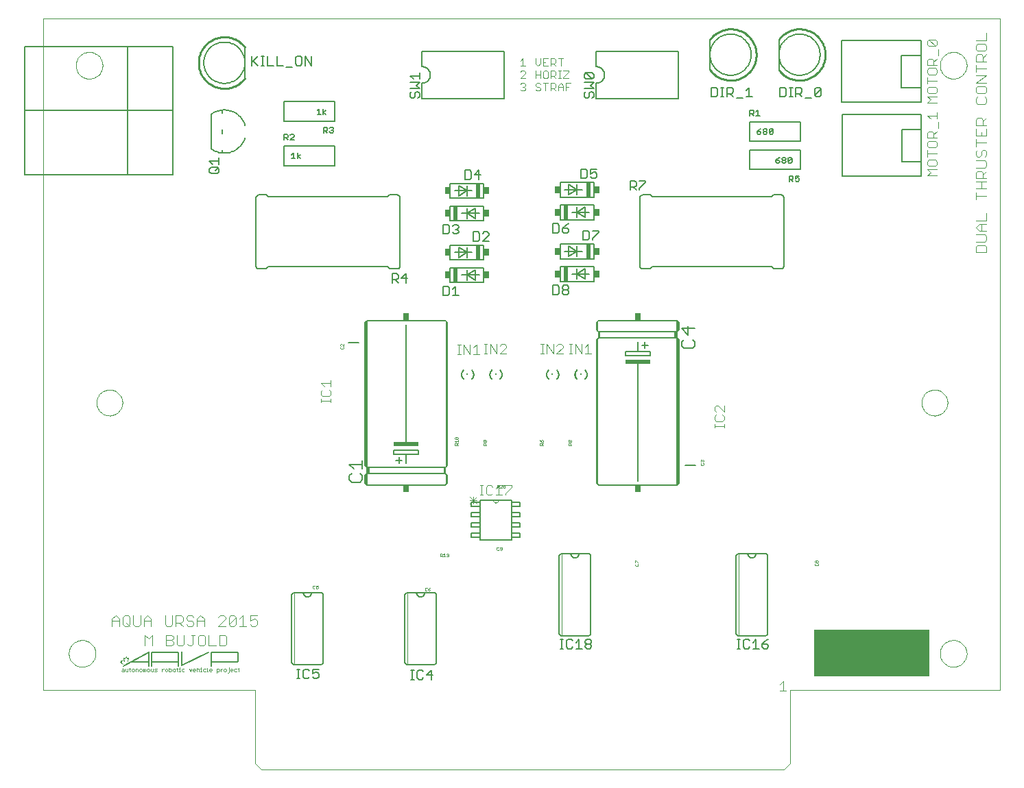
<source format=gto>
G75*
G70*
%OFA0B0*%
%FSLAX24Y24*%
%IPPOS*%
%LPD*%
%AMOC8*
5,1,8,0,0,1.08239X$1,22.5*
%
%ADD10C,0.0000*%
%ADD11C,0.0040*%
%ADD12C,0.0030*%
%ADD13R,0.5591X0.2283*%
%ADD14C,0.0080*%
%ADD15C,0.0060*%
%ADD16R,0.0200X0.0736*%
%ADD17R,0.0250X0.0335*%
%ADD18C,0.0050*%
%ADD19C,0.0100*%
%ADD20C,0.0010*%
%ADD21C,0.0120*%
%ADD22C,0.0070*%
%ADD23R,0.1200X0.0200*%
%ADD24R,0.0300X0.0350*%
%ADD25C,0.0020*%
%ADD26C,0.0001*%
%ADD27R,0.0079X0.0079*%
%ADD28R,0.0098X0.0059*%
D10*
X001029Y005856D02*
X001026Y038516D01*
X047510Y038516D01*
X047513Y005856D01*
X038300Y005856D01*
X038304Y005855D02*
X037304Y005855D01*
X037304Y002300D01*
X037004Y002000D01*
X011604Y002000D01*
X011304Y002300D01*
X011304Y005855D01*
X010304Y005855D01*
X010308Y005856D02*
X001029Y005856D01*
X002260Y007628D02*
X002262Y007678D01*
X002268Y007728D01*
X002278Y007778D01*
X002291Y007826D01*
X002308Y007874D01*
X002329Y007920D01*
X002353Y007964D01*
X002381Y008006D01*
X002412Y008046D01*
X002446Y008083D01*
X002483Y008118D01*
X002522Y008149D01*
X002563Y008178D01*
X002607Y008203D01*
X002653Y008225D01*
X002700Y008243D01*
X002748Y008257D01*
X002797Y008268D01*
X002847Y008275D01*
X002897Y008278D01*
X002948Y008277D01*
X002998Y008272D01*
X003048Y008263D01*
X003096Y008251D01*
X003144Y008234D01*
X003190Y008214D01*
X003235Y008191D01*
X003278Y008164D01*
X003318Y008134D01*
X003356Y008101D01*
X003391Y008065D01*
X003424Y008026D01*
X003453Y007985D01*
X003479Y007942D01*
X003502Y007897D01*
X003521Y007850D01*
X003536Y007802D01*
X003548Y007753D01*
X003556Y007703D01*
X003560Y007653D01*
X003560Y007603D01*
X003556Y007553D01*
X003548Y007503D01*
X003536Y007454D01*
X003521Y007406D01*
X003502Y007359D01*
X003479Y007314D01*
X003453Y007271D01*
X003424Y007230D01*
X003391Y007191D01*
X003356Y007155D01*
X003318Y007122D01*
X003278Y007092D01*
X003235Y007065D01*
X003190Y007042D01*
X003144Y007022D01*
X003096Y007005D01*
X003048Y006993D01*
X002998Y006984D01*
X002948Y006979D01*
X002897Y006978D01*
X002847Y006981D01*
X002797Y006988D01*
X002748Y006999D01*
X002700Y007013D01*
X002653Y007031D01*
X002607Y007053D01*
X002563Y007078D01*
X002522Y007107D01*
X002483Y007138D01*
X002446Y007173D01*
X002412Y007210D01*
X002381Y007250D01*
X002353Y007292D01*
X002329Y007336D01*
X002308Y007382D01*
X002291Y007430D01*
X002278Y007478D01*
X002268Y007528D01*
X002262Y007578D01*
X002260Y007628D01*
X003606Y019833D02*
X003608Y019883D01*
X003614Y019933D01*
X003624Y019982D01*
X003638Y020030D01*
X003655Y020077D01*
X003676Y020122D01*
X003701Y020166D01*
X003729Y020207D01*
X003761Y020246D01*
X003795Y020283D01*
X003832Y020317D01*
X003872Y020347D01*
X003914Y020374D01*
X003958Y020398D01*
X004004Y020419D01*
X004051Y020435D01*
X004099Y020448D01*
X004149Y020457D01*
X004198Y020462D01*
X004249Y020463D01*
X004299Y020460D01*
X004348Y020453D01*
X004397Y020442D01*
X004445Y020427D01*
X004491Y020409D01*
X004536Y020387D01*
X004579Y020361D01*
X004620Y020332D01*
X004659Y020300D01*
X004695Y020265D01*
X004727Y020227D01*
X004757Y020187D01*
X004784Y020144D01*
X004807Y020100D01*
X004826Y020054D01*
X004842Y020006D01*
X004854Y019957D01*
X004862Y019908D01*
X004866Y019858D01*
X004866Y019808D01*
X004862Y019758D01*
X004854Y019709D01*
X004842Y019660D01*
X004826Y019612D01*
X004807Y019566D01*
X004784Y019522D01*
X004757Y019479D01*
X004727Y019439D01*
X004695Y019401D01*
X004659Y019366D01*
X004620Y019334D01*
X004579Y019305D01*
X004536Y019279D01*
X004491Y019257D01*
X004445Y019239D01*
X004397Y019224D01*
X004348Y019213D01*
X004299Y019206D01*
X004249Y019203D01*
X004198Y019204D01*
X004149Y019209D01*
X004099Y019218D01*
X004051Y019231D01*
X004004Y019247D01*
X003958Y019268D01*
X003914Y019292D01*
X003872Y019319D01*
X003832Y019349D01*
X003795Y019383D01*
X003761Y019420D01*
X003729Y019459D01*
X003701Y019500D01*
X003676Y019544D01*
X003655Y019589D01*
X003638Y019636D01*
X003624Y019684D01*
X003614Y019733D01*
X003608Y019783D01*
X003606Y019833D01*
X022885Y015084D02*
X022888Y015063D01*
X022894Y015043D01*
X022904Y015025D01*
X022916Y015008D01*
X022932Y014994D01*
X022949Y014983D01*
X022969Y014975D01*
X022989Y014970D01*
X023010Y014969D01*
X023031Y014972D01*
X023051Y014978D01*
X023069Y014988D01*
X023086Y015000D01*
X023100Y015016D01*
X023111Y015033D01*
X023119Y015053D01*
X023124Y015073D01*
X023125Y015094D01*
X043705Y019833D02*
X043707Y019883D01*
X043713Y019933D01*
X043723Y019982D01*
X043737Y020030D01*
X043754Y020077D01*
X043775Y020122D01*
X043800Y020166D01*
X043828Y020207D01*
X043860Y020246D01*
X043894Y020283D01*
X043931Y020317D01*
X043971Y020347D01*
X044013Y020374D01*
X044057Y020398D01*
X044103Y020419D01*
X044150Y020435D01*
X044198Y020448D01*
X044248Y020457D01*
X044297Y020462D01*
X044348Y020463D01*
X044398Y020460D01*
X044447Y020453D01*
X044496Y020442D01*
X044544Y020427D01*
X044590Y020409D01*
X044635Y020387D01*
X044678Y020361D01*
X044719Y020332D01*
X044758Y020300D01*
X044794Y020265D01*
X044826Y020227D01*
X044856Y020187D01*
X044883Y020144D01*
X044906Y020100D01*
X044925Y020054D01*
X044941Y020006D01*
X044953Y019957D01*
X044961Y019908D01*
X044965Y019858D01*
X044965Y019808D01*
X044961Y019758D01*
X044953Y019709D01*
X044941Y019660D01*
X044925Y019612D01*
X044906Y019566D01*
X044883Y019522D01*
X044856Y019479D01*
X044826Y019439D01*
X044794Y019401D01*
X044758Y019366D01*
X044719Y019334D01*
X044678Y019305D01*
X044635Y019279D01*
X044590Y019257D01*
X044544Y019239D01*
X044496Y019224D01*
X044447Y019213D01*
X044398Y019206D01*
X044348Y019203D01*
X044297Y019204D01*
X044248Y019209D01*
X044198Y019218D01*
X044150Y019231D01*
X044103Y019247D01*
X044057Y019268D01*
X044013Y019292D01*
X043971Y019319D01*
X043931Y019349D01*
X043894Y019383D01*
X043860Y019420D01*
X043828Y019459D01*
X043800Y019500D01*
X043775Y019544D01*
X043754Y019589D01*
X043737Y019636D01*
X043723Y019684D01*
X043713Y019733D01*
X043707Y019783D01*
X043705Y019833D01*
X044599Y007628D02*
X044601Y007678D01*
X044607Y007728D01*
X044617Y007778D01*
X044630Y007826D01*
X044647Y007874D01*
X044668Y007920D01*
X044692Y007964D01*
X044720Y008006D01*
X044751Y008046D01*
X044785Y008083D01*
X044822Y008118D01*
X044861Y008149D01*
X044902Y008178D01*
X044946Y008203D01*
X044992Y008225D01*
X045039Y008243D01*
X045087Y008257D01*
X045136Y008268D01*
X045186Y008275D01*
X045236Y008278D01*
X045287Y008277D01*
X045337Y008272D01*
X045387Y008263D01*
X045435Y008251D01*
X045483Y008234D01*
X045529Y008214D01*
X045574Y008191D01*
X045617Y008164D01*
X045657Y008134D01*
X045695Y008101D01*
X045730Y008065D01*
X045763Y008026D01*
X045792Y007985D01*
X045818Y007942D01*
X045841Y007897D01*
X045860Y007850D01*
X045875Y007802D01*
X045887Y007753D01*
X045895Y007703D01*
X045899Y007653D01*
X045899Y007603D01*
X045895Y007553D01*
X045887Y007503D01*
X045875Y007454D01*
X045860Y007406D01*
X045841Y007359D01*
X045818Y007314D01*
X045792Y007271D01*
X045763Y007230D01*
X045730Y007191D01*
X045695Y007155D01*
X045657Y007122D01*
X045617Y007092D01*
X045574Y007065D01*
X045529Y007042D01*
X045483Y007022D01*
X045435Y007005D01*
X045387Y006993D01*
X045337Y006984D01*
X045287Y006979D01*
X045236Y006978D01*
X045186Y006981D01*
X045136Y006988D01*
X045087Y006999D01*
X045039Y007013D01*
X044992Y007031D01*
X044946Y007053D01*
X044902Y007078D01*
X044861Y007107D01*
X044822Y007138D01*
X044785Y007173D01*
X044751Y007210D01*
X044720Y007250D01*
X044692Y007292D01*
X044668Y007336D01*
X044647Y007382D01*
X044630Y007430D01*
X044617Y007478D01*
X044607Y007528D01*
X044601Y007578D01*
X044599Y007628D01*
X044599Y036240D02*
X044601Y036290D01*
X044607Y036340D01*
X044617Y036390D01*
X044630Y036438D01*
X044647Y036486D01*
X044668Y036532D01*
X044692Y036576D01*
X044720Y036618D01*
X044751Y036658D01*
X044785Y036695D01*
X044822Y036730D01*
X044861Y036761D01*
X044902Y036790D01*
X044946Y036815D01*
X044992Y036837D01*
X045039Y036855D01*
X045087Y036869D01*
X045136Y036880D01*
X045186Y036887D01*
X045236Y036890D01*
X045287Y036889D01*
X045337Y036884D01*
X045387Y036875D01*
X045435Y036863D01*
X045483Y036846D01*
X045529Y036826D01*
X045574Y036803D01*
X045617Y036776D01*
X045657Y036746D01*
X045695Y036713D01*
X045730Y036677D01*
X045763Y036638D01*
X045792Y036597D01*
X045818Y036554D01*
X045841Y036509D01*
X045860Y036462D01*
X045875Y036414D01*
X045887Y036365D01*
X045895Y036315D01*
X045899Y036265D01*
X045899Y036215D01*
X045895Y036165D01*
X045887Y036115D01*
X045875Y036066D01*
X045860Y036018D01*
X045841Y035971D01*
X045818Y035926D01*
X045792Y035883D01*
X045763Y035842D01*
X045730Y035803D01*
X045695Y035767D01*
X045657Y035734D01*
X045617Y035704D01*
X045574Y035677D01*
X045529Y035654D01*
X045483Y035634D01*
X045435Y035617D01*
X045387Y035605D01*
X045337Y035596D01*
X045287Y035591D01*
X045236Y035590D01*
X045186Y035593D01*
X045136Y035600D01*
X045087Y035611D01*
X045039Y035625D01*
X044992Y035643D01*
X044946Y035665D01*
X044902Y035690D01*
X044861Y035719D01*
X044822Y035750D01*
X044785Y035785D01*
X044751Y035822D01*
X044720Y035862D01*
X044692Y035904D01*
X044668Y035948D01*
X044647Y035994D01*
X044630Y036042D01*
X044617Y036090D01*
X044607Y036140D01*
X044601Y036190D01*
X044599Y036240D01*
X002601Y036240D02*
X002603Y036290D01*
X002609Y036340D01*
X002619Y036390D01*
X002632Y036438D01*
X002649Y036486D01*
X002670Y036532D01*
X002694Y036576D01*
X002722Y036618D01*
X002753Y036658D01*
X002787Y036695D01*
X002824Y036730D01*
X002863Y036761D01*
X002904Y036790D01*
X002948Y036815D01*
X002994Y036837D01*
X003041Y036855D01*
X003089Y036869D01*
X003138Y036880D01*
X003188Y036887D01*
X003238Y036890D01*
X003289Y036889D01*
X003339Y036884D01*
X003389Y036875D01*
X003437Y036863D01*
X003485Y036846D01*
X003531Y036826D01*
X003576Y036803D01*
X003619Y036776D01*
X003659Y036746D01*
X003697Y036713D01*
X003732Y036677D01*
X003765Y036638D01*
X003794Y036597D01*
X003820Y036554D01*
X003843Y036509D01*
X003862Y036462D01*
X003877Y036414D01*
X003889Y036365D01*
X003897Y036315D01*
X003901Y036265D01*
X003901Y036215D01*
X003897Y036165D01*
X003889Y036115D01*
X003877Y036066D01*
X003862Y036018D01*
X003843Y035971D01*
X003820Y035926D01*
X003794Y035883D01*
X003765Y035842D01*
X003732Y035803D01*
X003697Y035767D01*
X003659Y035734D01*
X003619Y035704D01*
X003576Y035677D01*
X003531Y035654D01*
X003485Y035634D01*
X003437Y035617D01*
X003389Y035605D01*
X003339Y035596D01*
X003289Y035591D01*
X003238Y035590D01*
X003188Y035593D01*
X003138Y035600D01*
X003089Y035611D01*
X003041Y035625D01*
X002994Y035643D01*
X002948Y035665D01*
X002904Y035690D01*
X002863Y035719D01*
X002824Y035750D01*
X002787Y035785D01*
X002753Y035822D01*
X002722Y035862D01*
X002694Y035904D01*
X002670Y035948D01*
X002649Y035994D01*
X002632Y036042D01*
X002619Y036090D01*
X002609Y036140D01*
X002603Y036190D01*
X002601Y036240D01*
D11*
X014975Y020927D02*
X014975Y020620D01*
X014975Y020774D02*
X014515Y020774D01*
X014669Y020620D01*
X014592Y020467D02*
X014515Y020390D01*
X014515Y020236D01*
X014592Y020160D01*
X014899Y020160D01*
X014975Y020236D01*
X014975Y020390D01*
X014899Y020467D01*
X014975Y020006D02*
X014975Y019853D01*
X014975Y019929D02*
X014515Y019929D01*
X014515Y019853D02*
X014515Y020006D01*
X021147Y022199D02*
X021300Y022199D01*
X021224Y022199D02*
X021224Y022660D01*
X021300Y022660D02*
X021147Y022660D01*
X021454Y022660D02*
X021761Y022199D01*
X021761Y022660D01*
X021914Y022506D02*
X022068Y022660D01*
X022068Y022199D01*
X022221Y022199D02*
X021914Y022199D01*
X021454Y022199D02*
X021454Y022660D01*
X022434Y022675D02*
X022588Y022675D01*
X022511Y022675D02*
X022511Y022215D01*
X022434Y022215D02*
X022588Y022215D01*
X022741Y022215D02*
X022741Y022675D01*
X023048Y022215D01*
X023048Y022675D01*
X023202Y022599D02*
X023278Y022675D01*
X023432Y022675D01*
X023509Y022599D01*
X023509Y022522D01*
X023202Y022215D01*
X023509Y022215D01*
X025190Y022215D02*
X025344Y022215D01*
X025267Y022215D02*
X025267Y022675D01*
X025190Y022675D02*
X025344Y022675D01*
X025497Y022675D02*
X025804Y022215D01*
X025804Y022675D01*
X025958Y022599D02*
X026034Y022675D01*
X026188Y022675D01*
X026265Y022599D01*
X026265Y022522D01*
X025958Y022215D01*
X026265Y022215D01*
X026568Y022215D02*
X026722Y022215D01*
X026645Y022215D02*
X026645Y022675D01*
X026568Y022675D02*
X026722Y022675D01*
X026875Y022675D02*
X027182Y022215D01*
X027182Y022675D01*
X027336Y022522D02*
X027489Y022675D01*
X027489Y022215D01*
X027336Y022215D02*
X027642Y022215D01*
X026875Y022215D02*
X026875Y022675D01*
X025497Y022675D02*
X025497Y022215D01*
X033645Y019623D02*
X033645Y019469D01*
X033722Y019392D01*
X033722Y019239D02*
X033645Y019162D01*
X033645Y019009D01*
X033722Y018932D01*
X034029Y018932D01*
X034105Y019009D01*
X034105Y019162D01*
X034029Y019239D01*
X034105Y019392D02*
X033798Y019699D01*
X033722Y019699D01*
X033645Y019623D01*
X034105Y019699D02*
X034105Y019392D01*
X034105Y018779D02*
X034105Y018625D01*
X034105Y018702D02*
X033645Y018702D01*
X033645Y018625D02*
X033645Y018779D01*
X046340Y027145D02*
X046340Y027405D01*
X046427Y027492D01*
X046774Y027492D01*
X046860Y027405D01*
X046860Y027145D01*
X046340Y027145D01*
X046340Y027661D02*
X046774Y027661D01*
X046860Y027748D01*
X046860Y027921D01*
X046774Y028008D01*
X046340Y028008D01*
X046513Y028177D02*
X046340Y028350D01*
X046513Y028523D01*
X046860Y028523D01*
X046860Y028692D02*
X046340Y028692D01*
X046600Y028523D02*
X046600Y028177D01*
X046513Y028177D02*
X046860Y028177D01*
X046860Y028692D02*
X046860Y029039D01*
X046340Y029723D02*
X046340Y030070D01*
X046340Y030239D02*
X046860Y030239D01*
X046600Y030239D02*
X046600Y030586D01*
X046687Y030755D02*
X046687Y031015D01*
X046600Y031102D01*
X046427Y031102D01*
X046340Y031015D01*
X046340Y030755D01*
X046860Y030755D01*
X046860Y030586D02*
X046340Y030586D01*
X046687Y030928D02*
X046860Y031102D01*
X046774Y031270D02*
X046860Y031357D01*
X046860Y031531D01*
X046774Y031617D01*
X046340Y031617D01*
X046427Y031786D02*
X046513Y031786D01*
X046600Y031873D01*
X046600Y032046D01*
X046687Y032133D01*
X046774Y032133D01*
X046860Y032046D01*
X046860Y031873D01*
X046774Y031786D01*
X046427Y031786D02*
X046340Y031873D01*
X046340Y032046D01*
X046427Y032133D01*
X046340Y032302D02*
X046340Y032649D01*
X046340Y032817D02*
X046860Y032817D01*
X046860Y033164D01*
X046860Y033333D02*
X046340Y033333D01*
X046340Y033593D01*
X046427Y033680D01*
X046600Y033680D01*
X046687Y033593D01*
X046687Y033333D01*
X046687Y033506D02*
X046860Y033680D01*
X046774Y034364D02*
X046427Y034364D01*
X046340Y034451D01*
X046340Y034624D01*
X046427Y034711D01*
X046427Y034880D02*
X046774Y034880D01*
X046860Y034967D01*
X046860Y035140D01*
X046774Y035227D01*
X046427Y035227D01*
X046340Y035140D01*
X046340Y034967D01*
X046427Y034880D01*
X046774Y034711D02*
X046860Y034624D01*
X046860Y034451D01*
X046774Y034364D01*
X046860Y035395D02*
X046340Y035395D01*
X046860Y035742D01*
X046340Y035742D01*
X046340Y035911D02*
X046340Y036258D01*
X046340Y036427D02*
X046340Y036687D01*
X046427Y036774D01*
X046600Y036774D01*
X046687Y036687D01*
X046687Y036427D01*
X046687Y036600D02*
X046860Y036774D01*
X046774Y036942D02*
X046860Y037029D01*
X046860Y037203D01*
X046774Y037289D01*
X046427Y037289D01*
X046340Y037203D01*
X046340Y037029D01*
X046427Y036942D01*
X046774Y036942D01*
X046860Y036427D02*
X046340Y036427D01*
X046340Y036085D02*
X046860Y036085D01*
X046860Y037458D02*
X046340Y037458D01*
X046860Y037458D02*
X046860Y037805D01*
X044442Y037412D02*
X044442Y037259D01*
X044365Y037182D01*
X044058Y037489D01*
X044365Y037489D01*
X044442Y037412D01*
X044365Y037182D02*
X044058Y037182D01*
X043981Y037259D01*
X043981Y037412D01*
X044058Y037489D01*
X044518Y037029D02*
X044518Y036722D01*
X044442Y036568D02*
X044288Y036415D01*
X044288Y036491D02*
X044288Y036261D01*
X044442Y036261D02*
X043981Y036261D01*
X043981Y036491D01*
X044058Y036568D01*
X044211Y036568D01*
X044288Y036491D01*
X044365Y036108D02*
X044058Y036108D01*
X043981Y036031D01*
X043981Y035878D01*
X044058Y035801D01*
X044365Y035801D01*
X044442Y035878D01*
X044442Y036031D01*
X044365Y036108D01*
X043981Y035647D02*
X043981Y035340D01*
X043981Y035494D02*
X044442Y035494D01*
X044365Y035187D02*
X044058Y035187D01*
X043981Y035110D01*
X043981Y034957D01*
X044058Y034880D01*
X044365Y034880D01*
X044442Y034957D01*
X044442Y035110D01*
X044365Y035187D01*
X044442Y034727D02*
X043981Y034727D01*
X044135Y034573D01*
X043981Y034420D01*
X044442Y034420D01*
X044442Y033946D02*
X044442Y033639D01*
X044442Y033792D02*
X043981Y033792D01*
X044135Y033639D01*
X044518Y033485D02*
X044518Y033178D01*
X044442Y033025D02*
X044288Y032871D01*
X044288Y032948D02*
X044288Y032718D01*
X044442Y032718D02*
X043981Y032718D01*
X043981Y032948D01*
X044058Y033025D01*
X044211Y033025D01*
X044288Y032948D01*
X044365Y032564D02*
X044058Y032564D01*
X043981Y032488D01*
X043981Y032334D01*
X044058Y032258D01*
X044365Y032258D01*
X044442Y032334D01*
X044442Y032488D01*
X044365Y032564D01*
X043981Y032104D02*
X043981Y031797D01*
X043981Y031951D02*
X044442Y031951D01*
X044365Y031644D02*
X044058Y031644D01*
X043981Y031567D01*
X043981Y031414D01*
X044058Y031337D01*
X044365Y031337D01*
X044442Y031414D01*
X044442Y031567D01*
X044365Y031644D01*
X044442Y031183D02*
X043981Y031183D01*
X044135Y031030D01*
X043981Y030876D01*
X044442Y030876D01*
X046340Y031270D02*
X046774Y031270D01*
X046860Y029897D02*
X046340Y029897D01*
X046340Y032475D02*
X046860Y032475D01*
X046600Y032817D02*
X046600Y032991D01*
X046340Y033164D02*
X046340Y032817D01*
X036978Y006280D02*
X036978Y005820D01*
X037131Y005820D02*
X036824Y005820D01*
X036824Y006127D02*
X036978Y006280D01*
X011413Y009047D02*
X011326Y008961D01*
X011153Y008961D01*
X011066Y009047D01*
X011066Y009221D02*
X011239Y009308D01*
X011326Y009308D01*
X011413Y009221D01*
X011413Y009047D01*
X011066Y009221D02*
X011066Y009481D01*
X011413Y009481D01*
X010724Y009481D02*
X010724Y008961D01*
X010897Y008961D02*
X010550Y008961D01*
X010382Y009047D02*
X010382Y009394D01*
X010035Y009047D01*
X010121Y008961D01*
X010295Y008961D01*
X010382Y009047D01*
X010550Y009308D02*
X010724Y009481D01*
X010382Y009394D02*
X010295Y009481D01*
X010121Y009481D01*
X010035Y009394D01*
X010035Y009047D01*
X009866Y008961D02*
X009519Y008961D01*
X009866Y009308D01*
X009866Y009394D01*
X009779Y009481D01*
X009606Y009481D01*
X009519Y009394D01*
X008835Y009308D02*
X008835Y008961D01*
X008835Y009221D02*
X008488Y009221D01*
X008488Y009308D02*
X008488Y008961D01*
X008319Y009047D02*
X008232Y008961D01*
X008059Y008961D01*
X007972Y009047D01*
X007803Y008961D02*
X007630Y009134D01*
X007717Y009134D02*
X007456Y009134D01*
X007456Y008961D02*
X007456Y009481D01*
X007717Y009481D01*
X007803Y009394D01*
X007803Y009221D01*
X007717Y009134D01*
X007972Y009308D02*
X008059Y009221D01*
X008232Y009221D01*
X008319Y009134D01*
X008319Y009047D01*
X008488Y009308D02*
X008661Y009481D01*
X008835Y009308D01*
X008319Y009394D02*
X008232Y009481D01*
X008059Y009481D01*
X007972Y009394D01*
X007972Y009308D01*
X007288Y009481D02*
X007288Y009047D01*
X007201Y008961D01*
X007028Y008961D01*
X006941Y009047D01*
X006941Y009481D01*
X006257Y009308D02*
X006257Y008961D01*
X006257Y009221D02*
X005910Y009221D01*
X005910Y009308D02*
X005910Y008961D01*
X005741Y009047D02*
X005741Y009481D01*
X005910Y009308D02*
X006083Y009481D01*
X006257Y009308D01*
X005741Y009047D02*
X005654Y008961D01*
X005481Y008961D01*
X005394Y009047D01*
X005394Y009481D01*
X005225Y009394D02*
X005225Y009047D01*
X005138Y008961D01*
X004965Y008961D01*
X004878Y009047D01*
X004878Y009394D01*
X004965Y009481D01*
X005138Y009481D01*
X005225Y009394D01*
X005052Y009134D02*
X005225Y008961D01*
X004710Y008961D02*
X004710Y009308D01*
X004536Y009481D01*
X004363Y009308D01*
X004363Y008961D01*
X004363Y009221D02*
X004710Y009221D01*
X005963Y008531D02*
X005963Y008011D01*
X006310Y008011D02*
X006310Y008531D01*
X006136Y008358D01*
X005963Y008531D01*
X006994Y008531D02*
X006994Y008011D01*
X007254Y008011D01*
X007341Y008097D01*
X007341Y008184D01*
X007254Y008271D01*
X006994Y008271D01*
X007254Y008271D02*
X007341Y008358D01*
X007341Y008444D01*
X007254Y008531D01*
X006994Y008531D01*
X007510Y008531D02*
X007510Y008097D01*
X007596Y008011D01*
X007770Y008011D01*
X007857Y008097D01*
X007857Y008531D01*
X008199Y008531D02*
X008372Y008531D01*
X008285Y008531D02*
X008285Y008097D01*
X008199Y008011D01*
X008112Y008011D01*
X008025Y008097D01*
X008541Y008097D02*
X008541Y008444D01*
X008628Y008531D01*
X008801Y008531D01*
X008888Y008444D01*
X008888Y008097D01*
X008801Y008011D01*
X008628Y008011D01*
X008541Y008097D01*
X009056Y008011D02*
X009056Y008531D01*
X009572Y008531D02*
X009832Y008531D01*
X009919Y008444D01*
X009919Y008097D01*
X009832Y008011D01*
X009572Y008011D01*
X009572Y008531D01*
X009403Y008011D02*
X009056Y008011D01*
D12*
X021760Y014927D02*
X022074Y015241D01*
X022074Y015084D02*
X021760Y015084D01*
X021760Y015241D02*
X022074Y014927D01*
X021917Y014927D02*
X021917Y015241D01*
X022240Y015339D02*
X022397Y015339D01*
X022318Y015339D02*
X022318Y015809D01*
X022240Y015809D02*
X022397Y015809D01*
X022547Y015731D02*
X022547Y015417D01*
X022625Y015339D01*
X022782Y015339D01*
X022860Y015417D01*
X023007Y015339D02*
X023321Y015339D01*
X023468Y015339D02*
X023468Y015417D01*
X023781Y015731D01*
X023781Y015809D01*
X023468Y015809D01*
X023164Y015809D02*
X023164Y015339D01*
X023007Y015653D02*
X023164Y015809D01*
X022860Y015731D02*
X022782Y015809D01*
X022625Y015809D01*
X022547Y015731D01*
X024263Y035005D02*
X024201Y035067D01*
X024263Y035005D02*
X024386Y035005D01*
X024448Y035067D01*
X024448Y035129D01*
X024386Y035190D01*
X024324Y035190D01*
X024386Y035190D02*
X024448Y035252D01*
X024448Y035314D01*
X024386Y035376D01*
X024263Y035376D01*
X024201Y035314D01*
X024201Y035605D02*
X024448Y035852D01*
X024448Y035914D01*
X024386Y035976D01*
X024263Y035976D01*
X024201Y035914D01*
X024201Y036205D02*
X024448Y036205D01*
X024324Y036205D02*
X024324Y036576D01*
X024201Y036452D01*
X024938Y036329D02*
X025061Y036205D01*
X025185Y036329D01*
X025185Y036576D01*
X025306Y036576D02*
X025306Y036205D01*
X025553Y036205D01*
X025674Y036205D02*
X025674Y036576D01*
X025859Y036576D01*
X025921Y036514D01*
X025921Y036390D01*
X025859Y036329D01*
X025674Y036329D01*
X025798Y036329D02*
X025921Y036205D01*
X025859Y035976D02*
X025921Y035914D01*
X025921Y035790D01*
X025859Y035729D01*
X025674Y035729D01*
X025798Y035729D02*
X025921Y035605D01*
X026043Y035605D02*
X026166Y035605D01*
X026104Y035605D02*
X026104Y035976D01*
X026043Y035976D02*
X026166Y035976D01*
X026288Y035976D02*
X026535Y035976D01*
X026535Y035914D01*
X026288Y035667D01*
X026288Y035605D01*
X026535Y035605D01*
X026658Y035376D02*
X026411Y035376D01*
X026411Y035005D01*
X026289Y035005D02*
X026289Y035252D01*
X026166Y035376D01*
X026043Y035252D01*
X026043Y035005D01*
X025921Y035005D02*
X025798Y035129D01*
X025859Y035129D02*
X025674Y035129D01*
X025674Y035005D02*
X025674Y035376D01*
X025859Y035376D01*
X025921Y035314D01*
X025921Y035190D01*
X025859Y035129D01*
X026043Y035190D02*
X026289Y035190D01*
X026411Y035190D02*
X026534Y035190D01*
X025674Y035605D02*
X025674Y035976D01*
X025859Y035976D01*
X025553Y035914D02*
X025553Y035667D01*
X025491Y035605D01*
X025368Y035605D01*
X025306Y035667D01*
X025306Y035914D01*
X025368Y035976D01*
X025491Y035976D01*
X025553Y035914D01*
X025185Y035976D02*
X025185Y035605D01*
X025185Y035790D02*
X024938Y035790D01*
X024938Y035605D02*
X024938Y035976D01*
X024938Y036329D02*
X024938Y036576D01*
X025306Y036576D02*
X025553Y036576D01*
X025429Y036390D02*
X025306Y036390D01*
X026043Y036576D02*
X026289Y036576D01*
X026166Y036576D02*
X026166Y036205D01*
X025553Y035376D02*
X025306Y035376D01*
X025429Y035376D02*
X025429Y035005D01*
X025185Y035067D02*
X025123Y035005D01*
X024999Y035005D01*
X024938Y035067D01*
X024999Y035190D02*
X025123Y035190D01*
X025185Y035129D01*
X025185Y035067D01*
X024999Y035190D02*
X024938Y035252D01*
X024938Y035314D01*
X024999Y035376D01*
X025123Y035376D01*
X025185Y035314D01*
X024448Y035605D02*
X024201Y035605D01*
D13*
X041273Y007667D03*
D14*
X032710Y016791D02*
X032210Y016791D01*
X016360Y022741D02*
X015860Y022741D01*
X015190Y031368D02*
X012710Y031368D01*
X012710Y032313D01*
X015190Y032313D01*
X015190Y031368D01*
X015190Y033534D02*
X012710Y033534D01*
X012710Y034478D01*
X015190Y034478D01*
X015190Y033534D01*
X010816Y035618D02*
X010816Y037118D01*
X033422Y037512D02*
X033422Y036012D01*
X035347Y033494D02*
X037828Y033494D01*
X037828Y032549D01*
X035347Y032549D01*
X035347Y033494D01*
X035347Y032116D02*
X037828Y032116D01*
X037828Y031171D01*
X035347Y031171D01*
X035347Y032116D01*
X039838Y030850D02*
X043687Y030850D01*
X043687Y031559D01*
X042732Y031559D01*
X042732Y033132D01*
X043687Y033132D01*
X043687Y033841D01*
X039838Y033841D01*
X039838Y030850D01*
X043687Y031559D02*
X043687Y033132D01*
X043666Y034450D02*
X039817Y034450D01*
X039817Y037441D01*
X043666Y037441D01*
X043666Y036732D01*
X042711Y036732D01*
X042711Y035159D01*
X043666Y035159D01*
X043666Y036732D01*
X043666Y035159D02*
X043666Y034450D01*
X036769Y036012D02*
X036769Y037512D01*
D15*
X036769Y036762D02*
X036771Y036825D01*
X036777Y036887D01*
X036787Y036949D01*
X036800Y037011D01*
X036818Y037071D01*
X036839Y037130D01*
X036864Y037188D01*
X036893Y037244D01*
X036925Y037298D01*
X036960Y037350D01*
X036998Y037399D01*
X037040Y037447D01*
X037084Y037491D01*
X037132Y037533D01*
X037181Y037571D01*
X037233Y037606D01*
X037287Y037638D01*
X037343Y037667D01*
X037401Y037692D01*
X037460Y037713D01*
X037520Y037731D01*
X037582Y037744D01*
X037644Y037754D01*
X037706Y037760D01*
X037769Y037762D01*
X037832Y037760D01*
X037894Y037754D01*
X037956Y037744D01*
X038018Y037731D01*
X038078Y037713D01*
X038137Y037692D01*
X038195Y037667D01*
X038251Y037638D01*
X038305Y037606D01*
X038357Y037571D01*
X038406Y037533D01*
X038454Y037491D01*
X038498Y037447D01*
X038540Y037399D01*
X038578Y037350D01*
X038613Y037298D01*
X038645Y037244D01*
X038674Y037188D01*
X038699Y037130D01*
X038720Y037071D01*
X038738Y037011D01*
X038751Y036949D01*
X038761Y036887D01*
X038767Y036825D01*
X038769Y036762D01*
X038767Y036699D01*
X038761Y036637D01*
X038751Y036575D01*
X038738Y036513D01*
X038720Y036453D01*
X038699Y036394D01*
X038674Y036336D01*
X038645Y036280D01*
X038613Y036226D01*
X038578Y036174D01*
X038540Y036125D01*
X038498Y036077D01*
X038454Y036033D01*
X038406Y035991D01*
X038357Y035953D01*
X038305Y035918D01*
X038251Y035886D01*
X038195Y035857D01*
X038137Y035832D01*
X038078Y035811D01*
X038018Y035793D01*
X037956Y035780D01*
X037894Y035770D01*
X037832Y035764D01*
X037769Y035762D01*
X037706Y035764D01*
X037644Y035770D01*
X037582Y035780D01*
X037520Y035793D01*
X037460Y035811D01*
X037401Y035832D01*
X037343Y035857D01*
X037287Y035886D01*
X037233Y035918D01*
X037181Y035953D01*
X037132Y035991D01*
X037084Y036033D01*
X037040Y036077D01*
X036998Y036125D01*
X036960Y036174D01*
X036925Y036226D01*
X036893Y036280D01*
X036864Y036336D01*
X036839Y036394D01*
X036818Y036453D01*
X036800Y036513D01*
X036787Y036575D01*
X036777Y036637D01*
X036771Y036699D01*
X036769Y036762D01*
X033422Y036762D02*
X033424Y036825D01*
X033430Y036887D01*
X033440Y036949D01*
X033453Y037011D01*
X033471Y037071D01*
X033492Y037130D01*
X033517Y037188D01*
X033546Y037244D01*
X033578Y037298D01*
X033613Y037350D01*
X033651Y037399D01*
X033693Y037447D01*
X033737Y037491D01*
X033785Y037533D01*
X033834Y037571D01*
X033886Y037606D01*
X033940Y037638D01*
X033996Y037667D01*
X034054Y037692D01*
X034113Y037713D01*
X034173Y037731D01*
X034235Y037744D01*
X034297Y037754D01*
X034359Y037760D01*
X034422Y037762D01*
X034485Y037760D01*
X034547Y037754D01*
X034609Y037744D01*
X034671Y037731D01*
X034731Y037713D01*
X034790Y037692D01*
X034848Y037667D01*
X034904Y037638D01*
X034958Y037606D01*
X035010Y037571D01*
X035059Y037533D01*
X035107Y037491D01*
X035151Y037447D01*
X035193Y037399D01*
X035231Y037350D01*
X035266Y037298D01*
X035298Y037244D01*
X035327Y037188D01*
X035352Y037130D01*
X035373Y037071D01*
X035391Y037011D01*
X035404Y036949D01*
X035414Y036887D01*
X035420Y036825D01*
X035422Y036762D01*
X035420Y036699D01*
X035414Y036637D01*
X035404Y036575D01*
X035391Y036513D01*
X035373Y036453D01*
X035352Y036394D01*
X035327Y036336D01*
X035298Y036280D01*
X035266Y036226D01*
X035231Y036174D01*
X035193Y036125D01*
X035151Y036077D01*
X035107Y036033D01*
X035059Y035991D01*
X035010Y035953D01*
X034958Y035918D01*
X034904Y035886D01*
X034848Y035857D01*
X034790Y035832D01*
X034731Y035811D01*
X034671Y035793D01*
X034609Y035780D01*
X034547Y035770D01*
X034485Y035764D01*
X034422Y035762D01*
X034359Y035764D01*
X034297Y035770D01*
X034235Y035780D01*
X034173Y035793D01*
X034113Y035811D01*
X034054Y035832D01*
X033996Y035857D01*
X033940Y035886D01*
X033886Y035918D01*
X033834Y035953D01*
X033785Y035991D01*
X033737Y036033D01*
X033693Y036077D01*
X033651Y036125D01*
X033613Y036174D01*
X033578Y036226D01*
X033546Y036280D01*
X033517Y036336D01*
X033492Y036394D01*
X033471Y036453D01*
X033453Y036513D01*
X033440Y036575D01*
X033430Y036637D01*
X033424Y036699D01*
X033422Y036762D01*
X031895Y036928D02*
X031895Y034628D01*
X027895Y034628D01*
X027895Y035378D01*
X027934Y035380D01*
X027973Y035386D01*
X028011Y035395D01*
X028048Y035408D01*
X028084Y035425D01*
X028117Y035445D01*
X028149Y035469D01*
X028178Y035495D01*
X028204Y035524D01*
X028228Y035556D01*
X028248Y035589D01*
X028265Y035625D01*
X028278Y035662D01*
X028287Y035700D01*
X028293Y035739D01*
X028295Y035778D01*
X028293Y035817D01*
X028287Y035856D01*
X028278Y035894D01*
X028265Y035931D01*
X028248Y035967D01*
X028228Y036000D01*
X028204Y036032D01*
X028178Y036061D01*
X028149Y036087D01*
X028117Y036111D01*
X028084Y036131D01*
X028048Y036148D01*
X028011Y036161D01*
X027973Y036170D01*
X027934Y036176D01*
X027895Y036178D01*
X027895Y036928D01*
X031895Y036928D01*
X027780Y030553D02*
X026141Y030553D01*
X026141Y029829D01*
X027780Y029829D01*
X027780Y030553D01*
X027210Y030191D02*
X026960Y030191D01*
X026960Y030441D01*
X026960Y030191D02*
X026960Y029941D01*
X026960Y030191D02*
X026360Y030191D01*
X026560Y029941D02*
X026560Y030441D01*
X026960Y030191D01*
X026560Y029941D01*
X026141Y029453D02*
X026141Y028729D01*
X027780Y028729D01*
X027780Y029453D01*
X026141Y029453D01*
X026710Y029091D02*
X026960Y029091D01*
X026960Y028841D01*
X026960Y029091D02*
X026960Y029341D01*
X026960Y029091D02*
X027360Y029341D01*
X027360Y028841D01*
X026960Y029091D01*
X027560Y029091D01*
X027780Y027553D02*
X026141Y027553D01*
X026141Y026829D01*
X027780Y026829D01*
X027780Y027553D01*
X027210Y027191D02*
X026960Y027191D01*
X026960Y027441D01*
X026960Y027191D02*
X026360Y027191D01*
X026560Y026941D02*
X026960Y027191D01*
X026960Y026941D01*
X026960Y027191D02*
X026560Y027441D01*
X026560Y026941D01*
X026141Y026453D02*
X026141Y025729D01*
X027780Y025729D01*
X027780Y026453D01*
X026141Y026453D01*
X026710Y026091D02*
X026960Y026091D01*
X026960Y025841D01*
X026960Y026091D02*
X026960Y026341D01*
X026960Y026091D02*
X027360Y026341D01*
X027360Y025841D01*
X026960Y026091D01*
X027560Y026091D01*
X028010Y023833D02*
X027960Y023783D01*
X027960Y023333D01*
X028010Y023283D01*
X028010Y022983D01*
X027960Y022933D01*
X027960Y015883D01*
X028010Y015833D01*
X031810Y015833D01*
X031810Y022983D01*
X031810Y023283D01*
X031810Y023833D01*
X028010Y023833D01*
X027960Y023783D02*
X027910Y023733D01*
X027910Y023383D01*
X027930Y023383D01*
X027930Y023733D01*
X027910Y023383D02*
X027960Y023333D01*
X028010Y023283D02*
X028030Y023283D01*
X028060Y023283D01*
X028060Y022983D01*
X028030Y022983D01*
X028030Y023283D01*
X028060Y023283D02*
X031710Y023283D01*
X031710Y022983D01*
X028060Y022983D01*
X028030Y022983D02*
X028010Y022983D01*
X027960Y022933D02*
X027910Y022883D01*
X027930Y022883D01*
X027930Y015933D01*
X027910Y015933D02*
X027960Y015883D01*
X027910Y015933D02*
X027910Y022883D01*
X029310Y022333D02*
X029910Y022333D01*
X029910Y022783D01*
X030110Y022633D02*
X030410Y022633D01*
X030260Y022783D02*
X030260Y022483D01*
X030510Y022333D02*
X029910Y022333D01*
X029910Y021783D02*
X029910Y016033D01*
X031810Y015833D02*
X031910Y015933D01*
X031910Y022883D01*
X031810Y022983D01*
X031710Y022983D01*
X031710Y023283D02*
X031810Y023283D01*
X031910Y023383D01*
X031910Y023733D01*
X031810Y023833D01*
X030510Y022333D02*
X030510Y022133D01*
X029310Y022133D01*
X029310Y022333D01*
X030160Y026341D02*
X030510Y026341D01*
X030610Y026441D01*
X036410Y026441D01*
X036510Y026341D01*
X036860Y026341D01*
X036883Y026343D01*
X036906Y026348D01*
X036928Y026357D01*
X036948Y026370D01*
X036966Y026385D01*
X036981Y026403D01*
X036994Y026423D01*
X037003Y026445D01*
X037008Y026468D01*
X037010Y026491D01*
X037010Y029791D01*
X037008Y029814D01*
X037003Y029837D01*
X036994Y029859D01*
X036981Y029879D01*
X036966Y029897D01*
X036948Y029912D01*
X036928Y029925D01*
X036906Y029934D01*
X036883Y029939D01*
X036860Y029941D01*
X036510Y029941D01*
X036410Y029841D01*
X030610Y029841D01*
X030510Y029941D01*
X030160Y029941D01*
X030137Y029939D01*
X030114Y029934D01*
X030092Y029925D01*
X030072Y029912D01*
X030054Y029897D01*
X030039Y029879D01*
X030026Y029859D01*
X030017Y029837D01*
X030012Y029814D01*
X030010Y029791D01*
X030010Y026491D01*
X030012Y026468D01*
X030017Y026445D01*
X030026Y026423D01*
X030039Y026403D01*
X030054Y026385D01*
X030072Y026370D01*
X030092Y026357D01*
X030114Y026348D01*
X030137Y026343D01*
X030160Y026341D01*
X022430Y026403D02*
X022430Y025679D01*
X020791Y025679D01*
X020791Y026403D01*
X022430Y026403D01*
X022430Y026779D02*
X022430Y027503D01*
X020791Y027503D01*
X020791Y026779D01*
X022430Y026779D01*
X022010Y026291D02*
X021610Y026041D01*
X021610Y025791D01*
X021610Y026041D02*
X021360Y026041D01*
X021610Y026041D02*
X021610Y026291D01*
X021610Y026041D02*
X022210Y026041D01*
X022010Y025791D02*
X021610Y026041D01*
X022010Y026291D02*
X022010Y025791D01*
X021610Y026891D02*
X021610Y027141D01*
X021610Y027391D01*
X021610Y027141D02*
X021210Y026891D01*
X021210Y027391D01*
X021610Y027141D01*
X021010Y027141D01*
X021610Y027141D02*
X021860Y027141D01*
X022430Y028679D02*
X020791Y028679D01*
X020791Y029403D01*
X022430Y029403D01*
X022430Y028679D01*
X022210Y029041D02*
X021610Y029041D01*
X021610Y028791D01*
X021610Y029041D02*
X021360Y029041D01*
X021610Y029041D02*
X021610Y029291D01*
X021610Y029041D02*
X022010Y029291D01*
X022010Y028791D01*
X021610Y029041D01*
X021610Y029891D02*
X021610Y030141D01*
X021610Y030391D01*
X021610Y030141D02*
X021210Y029891D01*
X021210Y030391D01*
X021610Y030141D01*
X021010Y030141D01*
X020791Y029779D02*
X022430Y029779D01*
X022430Y030503D01*
X020791Y030503D01*
X020791Y029779D01*
X021610Y030141D02*
X021860Y030141D01*
X018360Y029791D02*
X018360Y026491D01*
X018358Y026468D01*
X018353Y026445D01*
X018344Y026423D01*
X018331Y026403D01*
X018316Y026385D01*
X018298Y026370D01*
X018278Y026357D01*
X018256Y026348D01*
X018233Y026343D01*
X018210Y026341D01*
X017860Y026341D01*
X017760Y026441D01*
X011960Y026441D01*
X011860Y026341D01*
X011510Y026341D01*
X011487Y026343D01*
X011464Y026348D01*
X011442Y026357D01*
X011422Y026370D01*
X011404Y026385D01*
X011389Y026403D01*
X011376Y026423D01*
X011367Y026445D01*
X011362Y026468D01*
X011360Y026491D01*
X011360Y029791D01*
X011362Y029814D01*
X011367Y029837D01*
X011376Y029859D01*
X011389Y029879D01*
X011404Y029897D01*
X011422Y029912D01*
X011442Y029925D01*
X011464Y029934D01*
X011487Y029939D01*
X011510Y029941D01*
X011860Y029941D01*
X011960Y029841D01*
X017760Y029841D01*
X017860Y029941D01*
X018210Y029941D01*
X018233Y029939D01*
X018256Y029934D01*
X018278Y029925D01*
X018298Y029912D01*
X018316Y029897D01*
X018331Y029879D01*
X018344Y029859D01*
X018353Y029837D01*
X018358Y029814D01*
X018360Y029791D01*
X019430Y034628D02*
X019430Y035378D01*
X019469Y035380D01*
X019508Y035386D01*
X019546Y035395D01*
X019583Y035408D01*
X019619Y035425D01*
X019652Y035445D01*
X019684Y035469D01*
X019713Y035495D01*
X019739Y035524D01*
X019763Y035556D01*
X019783Y035589D01*
X019800Y035625D01*
X019813Y035662D01*
X019822Y035700D01*
X019828Y035739D01*
X019830Y035778D01*
X019828Y035817D01*
X019822Y035856D01*
X019813Y035894D01*
X019800Y035931D01*
X019783Y035967D01*
X019763Y036000D01*
X019739Y036032D01*
X019713Y036061D01*
X019684Y036087D01*
X019652Y036111D01*
X019619Y036131D01*
X019583Y036148D01*
X019546Y036161D01*
X019508Y036170D01*
X019469Y036176D01*
X019430Y036178D01*
X019430Y036928D01*
X023430Y036928D01*
X023430Y034628D01*
X019430Y034628D01*
X008816Y036368D02*
X008818Y036431D01*
X008824Y036493D01*
X008834Y036555D01*
X008847Y036617D01*
X008865Y036677D01*
X008886Y036736D01*
X008911Y036794D01*
X008940Y036850D01*
X008972Y036904D01*
X009007Y036956D01*
X009045Y037005D01*
X009087Y037053D01*
X009131Y037097D01*
X009179Y037139D01*
X009228Y037177D01*
X009280Y037212D01*
X009334Y037244D01*
X009390Y037273D01*
X009448Y037298D01*
X009507Y037319D01*
X009567Y037337D01*
X009629Y037350D01*
X009691Y037360D01*
X009753Y037366D01*
X009816Y037368D01*
X009879Y037366D01*
X009941Y037360D01*
X010003Y037350D01*
X010065Y037337D01*
X010125Y037319D01*
X010184Y037298D01*
X010242Y037273D01*
X010298Y037244D01*
X010352Y037212D01*
X010404Y037177D01*
X010453Y037139D01*
X010501Y037097D01*
X010545Y037053D01*
X010587Y037005D01*
X010625Y036956D01*
X010660Y036904D01*
X010692Y036850D01*
X010721Y036794D01*
X010746Y036736D01*
X010767Y036677D01*
X010785Y036617D01*
X010798Y036555D01*
X010808Y036493D01*
X010814Y036431D01*
X010816Y036368D01*
X010814Y036305D01*
X010808Y036243D01*
X010798Y036181D01*
X010785Y036119D01*
X010767Y036059D01*
X010746Y036000D01*
X010721Y035942D01*
X010692Y035886D01*
X010660Y035832D01*
X010625Y035780D01*
X010587Y035731D01*
X010545Y035683D01*
X010501Y035639D01*
X010453Y035597D01*
X010404Y035559D01*
X010352Y035524D01*
X010298Y035492D01*
X010242Y035463D01*
X010184Y035438D01*
X010125Y035417D01*
X010065Y035399D01*
X010003Y035386D01*
X009941Y035376D01*
X009879Y035370D01*
X009816Y035368D01*
X009753Y035370D01*
X009691Y035376D01*
X009629Y035386D01*
X009567Y035399D01*
X009507Y035417D01*
X009448Y035438D01*
X009390Y035463D01*
X009334Y035492D01*
X009280Y035524D01*
X009228Y035559D01*
X009179Y035597D01*
X009131Y035639D01*
X009087Y035683D01*
X009045Y035731D01*
X009007Y035780D01*
X008972Y035832D01*
X008940Y035886D01*
X008911Y035942D01*
X008886Y036000D01*
X008865Y036059D01*
X008847Y036119D01*
X008834Y036181D01*
X008824Y036243D01*
X008818Y036305D01*
X008816Y036368D01*
X016760Y023833D02*
X016660Y023733D01*
X016660Y016783D01*
X016760Y016683D01*
X016760Y016383D01*
X016760Y015833D01*
X020560Y015833D01*
X020610Y015883D01*
X020610Y016333D01*
X020560Y016383D01*
X020560Y016683D01*
X020610Y016733D01*
X020610Y023783D01*
X020560Y023833D01*
X016760Y023833D01*
X016760Y016683D01*
X016860Y016683D01*
X020510Y016683D01*
X020540Y016683D01*
X020540Y016383D01*
X020510Y016383D01*
X020510Y016683D01*
X020540Y016683D02*
X020560Y016683D01*
X020610Y016733D02*
X020660Y016783D01*
X020640Y016783D01*
X020640Y023733D01*
X020660Y023733D02*
X020610Y023783D01*
X020660Y023733D02*
X020660Y016783D01*
X020560Y016383D02*
X020540Y016383D01*
X020510Y016383D02*
X016860Y016383D01*
X016860Y016683D01*
X016860Y016383D02*
X016760Y016383D01*
X016660Y016283D01*
X016660Y015933D01*
X016760Y015833D01*
X018160Y017033D02*
X018460Y017033D01*
X018310Y016883D02*
X018310Y017183D01*
X018060Y017333D02*
X018060Y017533D01*
X019260Y017533D01*
X019260Y017333D01*
X018660Y017333D01*
X018660Y016883D01*
X018660Y017333D02*
X018060Y017333D01*
X018660Y017883D02*
X018660Y023633D01*
X020610Y016333D02*
X020660Y016283D01*
X020640Y016283D01*
X020640Y015933D01*
X020660Y015933D02*
X020610Y015883D01*
X020660Y015933D02*
X020660Y016283D01*
X022235Y015084D02*
X022235Y013164D01*
X023775Y013164D01*
X023775Y015084D01*
X022885Y015084D01*
X022235Y015084D01*
X022235Y014974D02*
X021825Y014974D01*
X021825Y014774D01*
X022235Y014774D01*
X022235Y014974D01*
X022235Y014474D02*
X021825Y014474D01*
X021825Y014274D01*
X022235Y014274D01*
X022235Y014474D01*
X022235Y013974D02*
X021825Y013974D01*
X021825Y013774D01*
X022235Y013774D01*
X022235Y013974D01*
X022235Y013474D02*
X021825Y013474D01*
X021825Y013274D01*
X022235Y013274D01*
X022235Y013474D01*
X023775Y013474D02*
X024185Y013474D01*
X024185Y013274D01*
X023775Y013274D01*
X023775Y013474D01*
X023775Y013774D02*
X024185Y013774D01*
X024185Y013974D01*
X023775Y013974D01*
X023775Y013774D01*
X023775Y014274D02*
X024185Y014274D01*
X024185Y014474D01*
X023775Y014474D01*
X023775Y014274D01*
X023775Y014774D02*
X024185Y014774D01*
X024185Y014974D01*
X023775Y014974D01*
X023775Y014774D01*
X026240Y012491D02*
X026660Y012491D01*
X027060Y012491D01*
X027480Y012491D01*
X027503Y012489D01*
X027526Y012484D01*
X027548Y012475D01*
X027568Y012462D01*
X027586Y012447D01*
X027601Y012429D01*
X027614Y012409D01*
X027623Y012387D01*
X027628Y012364D01*
X027630Y012341D01*
X027630Y008641D01*
X027628Y008618D01*
X027623Y008595D01*
X027614Y008573D01*
X027601Y008553D01*
X027586Y008535D01*
X027568Y008520D01*
X027548Y008507D01*
X027526Y008498D01*
X027503Y008493D01*
X027480Y008491D01*
X026240Y008491D01*
X026217Y008493D01*
X026194Y008498D01*
X026172Y008507D01*
X026152Y008520D01*
X026134Y008535D01*
X026119Y008553D01*
X026106Y008573D01*
X026097Y008595D01*
X026092Y008618D01*
X026090Y008641D01*
X026090Y012341D01*
X026092Y012364D01*
X026097Y012387D01*
X026106Y012409D01*
X026119Y012429D01*
X026134Y012447D01*
X026152Y012462D01*
X026172Y012475D01*
X026194Y012484D01*
X026217Y012489D01*
X026240Y012491D01*
X026660Y012491D02*
X026662Y012464D01*
X026667Y012437D01*
X026677Y012411D01*
X026689Y012387D01*
X026705Y012365D01*
X026723Y012345D01*
X026745Y012328D01*
X026768Y012313D01*
X026793Y012303D01*
X026819Y012295D01*
X026846Y012291D01*
X026874Y012291D01*
X026901Y012295D01*
X026927Y012303D01*
X026952Y012313D01*
X026975Y012328D01*
X026997Y012345D01*
X027015Y012365D01*
X027031Y012387D01*
X027043Y012411D01*
X027053Y012437D01*
X027058Y012464D01*
X027060Y012491D01*
X020130Y010441D02*
X020130Y007241D01*
X020128Y007218D01*
X020123Y007195D01*
X020114Y007173D01*
X020101Y007153D01*
X020086Y007135D01*
X020068Y007120D01*
X020048Y007107D01*
X020026Y007098D01*
X020003Y007093D01*
X019980Y007091D01*
X018740Y007091D01*
X018717Y007093D01*
X018694Y007098D01*
X018672Y007107D01*
X018652Y007120D01*
X018634Y007135D01*
X018619Y007153D01*
X018606Y007173D01*
X018597Y007195D01*
X018592Y007218D01*
X018590Y007241D01*
X018590Y010441D01*
X018592Y010464D01*
X018597Y010487D01*
X018606Y010509D01*
X018619Y010529D01*
X018634Y010547D01*
X018652Y010562D01*
X018672Y010575D01*
X018694Y010584D01*
X018717Y010589D01*
X018740Y010591D01*
X019160Y010591D01*
X019560Y010591D01*
X019980Y010591D01*
X020003Y010589D01*
X020026Y010584D01*
X020048Y010575D01*
X020068Y010562D01*
X020086Y010547D01*
X020101Y010529D01*
X020114Y010509D01*
X020123Y010487D01*
X020128Y010464D01*
X020130Y010441D01*
X019560Y010591D02*
X019558Y010564D01*
X019553Y010537D01*
X019543Y010511D01*
X019531Y010487D01*
X019515Y010465D01*
X019497Y010445D01*
X019475Y010428D01*
X019452Y010413D01*
X019427Y010403D01*
X019401Y010395D01*
X019374Y010391D01*
X019346Y010391D01*
X019319Y010395D01*
X019293Y010403D01*
X019268Y010413D01*
X019245Y010428D01*
X019223Y010445D01*
X019205Y010465D01*
X019189Y010487D01*
X019177Y010511D01*
X019167Y010537D01*
X019162Y010564D01*
X019160Y010591D01*
X014630Y010441D02*
X014630Y007241D01*
X014628Y007218D01*
X014623Y007195D01*
X014614Y007173D01*
X014601Y007153D01*
X014586Y007135D01*
X014568Y007120D01*
X014548Y007107D01*
X014526Y007098D01*
X014503Y007093D01*
X014480Y007091D01*
X013240Y007091D01*
X013217Y007093D01*
X013194Y007098D01*
X013172Y007107D01*
X013152Y007120D01*
X013134Y007135D01*
X013119Y007153D01*
X013106Y007173D01*
X013097Y007195D01*
X013092Y007218D01*
X013090Y007241D01*
X013090Y010441D01*
X013092Y010464D01*
X013097Y010487D01*
X013106Y010509D01*
X013119Y010529D01*
X013134Y010547D01*
X013152Y010562D01*
X013172Y010575D01*
X013194Y010584D01*
X013217Y010589D01*
X013240Y010591D01*
X013660Y010591D01*
X014060Y010591D01*
X014480Y010591D01*
X014503Y010589D01*
X014526Y010584D01*
X014548Y010575D01*
X014568Y010562D01*
X014586Y010547D01*
X014601Y010529D01*
X014614Y010509D01*
X014623Y010487D01*
X014628Y010464D01*
X014630Y010441D01*
X014060Y010591D02*
X014058Y010564D01*
X014053Y010537D01*
X014043Y010511D01*
X014031Y010487D01*
X014015Y010465D01*
X013997Y010445D01*
X013975Y010428D01*
X013952Y010413D01*
X013927Y010403D01*
X013901Y010395D01*
X013874Y010391D01*
X013846Y010391D01*
X013819Y010395D01*
X013793Y010403D01*
X013768Y010413D01*
X013745Y010428D01*
X013723Y010445D01*
X013705Y010465D01*
X013689Y010487D01*
X013677Y010511D01*
X013667Y010537D01*
X013662Y010564D01*
X013660Y010591D01*
X034690Y012341D02*
X034690Y008641D01*
X034692Y008618D01*
X034697Y008595D01*
X034706Y008573D01*
X034719Y008553D01*
X034734Y008535D01*
X034752Y008520D01*
X034772Y008507D01*
X034794Y008498D01*
X034817Y008493D01*
X034840Y008491D01*
X036080Y008491D01*
X036103Y008493D01*
X036126Y008498D01*
X036148Y008507D01*
X036168Y008520D01*
X036186Y008535D01*
X036201Y008553D01*
X036214Y008573D01*
X036223Y008595D01*
X036228Y008618D01*
X036230Y008641D01*
X036230Y012341D01*
X036228Y012364D01*
X036223Y012387D01*
X036214Y012409D01*
X036201Y012429D01*
X036186Y012447D01*
X036168Y012462D01*
X036148Y012475D01*
X036126Y012484D01*
X036103Y012489D01*
X036080Y012491D01*
X035660Y012491D01*
X035260Y012491D01*
X034840Y012491D01*
X034817Y012489D01*
X034794Y012484D01*
X034772Y012475D01*
X034752Y012462D01*
X034734Y012447D01*
X034719Y012429D01*
X034706Y012409D01*
X034697Y012387D01*
X034692Y012364D01*
X034690Y012341D01*
X035260Y012491D02*
X035262Y012464D01*
X035267Y012437D01*
X035277Y012411D01*
X035289Y012387D01*
X035305Y012365D01*
X035323Y012345D01*
X035345Y012328D01*
X035368Y012313D01*
X035393Y012303D01*
X035419Y012295D01*
X035446Y012291D01*
X035474Y012291D01*
X035501Y012295D01*
X035527Y012303D01*
X035552Y012313D01*
X035575Y012328D01*
X035597Y012345D01*
X035615Y012365D01*
X035631Y012387D01*
X035643Y012411D01*
X035653Y012437D01*
X035658Y012464D01*
X035660Y012491D01*
D16*
X026410Y026085D03*
X027510Y027197D03*
X026410Y029085D03*
X027510Y030197D03*
X022160Y030147D03*
X021060Y029035D03*
X022160Y027147D03*
X021060Y026035D03*
D17*
X020666Y026041D03*
X020666Y027141D03*
X022555Y027141D03*
X022555Y026041D03*
X026016Y026091D03*
X026016Y027191D03*
X027905Y027191D03*
X027905Y026091D03*
X027905Y029091D03*
X027905Y030191D03*
X026016Y030191D03*
X026016Y029091D03*
X022555Y029041D03*
X022555Y030141D03*
X020666Y030141D03*
X020666Y029041D03*
D18*
X020667Y028493D02*
X020442Y028493D01*
X020442Y028043D01*
X020667Y028043D01*
X020742Y028118D01*
X020742Y028418D01*
X020667Y028493D01*
X020902Y028418D02*
X020977Y028493D01*
X021127Y028493D01*
X021202Y028418D01*
X021202Y028343D01*
X021127Y028268D01*
X021202Y028193D01*
X021202Y028118D01*
X021127Y028043D01*
X020977Y028043D01*
X020902Y028118D01*
X021052Y028268D02*
X021127Y028268D01*
X021908Y028140D02*
X021908Y027689D01*
X022134Y027689D01*
X022209Y027764D01*
X022209Y028065D01*
X022134Y028140D01*
X021908Y028140D01*
X022369Y028065D02*
X022444Y028140D01*
X022594Y028140D01*
X022669Y028065D01*
X022669Y027990D01*
X022369Y027689D01*
X022669Y027689D01*
X021052Y025493D02*
X021052Y025043D01*
X020902Y025043D02*
X021202Y025043D01*
X020902Y025343D02*
X021052Y025493D01*
X020742Y025418D02*
X020667Y025493D01*
X020442Y025493D01*
X020442Y025043D01*
X020667Y025043D01*
X020742Y025118D01*
X020742Y025418D01*
X018725Y025881D02*
X018425Y025881D01*
X018650Y026106D01*
X018650Y025656D01*
X018265Y025656D02*
X018115Y025806D01*
X018190Y025806D02*
X017965Y025806D01*
X017965Y025656D02*
X017965Y026106D01*
X018190Y026106D01*
X018265Y026031D01*
X018265Y025881D01*
X018190Y025806D01*
X021510Y030689D02*
X021735Y030689D01*
X021810Y030764D01*
X021810Y031065D01*
X021735Y031140D01*
X021510Y031140D01*
X021510Y030689D01*
X021970Y030914D02*
X022271Y030914D01*
X022196Y030689D02*
X022196Y031140D01*
X021970Y030914D01*
X025792Y028543D02*
X025792Y028093D01*
X026017Y028093D01*
X026092Y028168D01*
X026092Y028468D01*
X026017Y028543D01*
X025792Y028543D01*
X026252Y028318D02*
X026252Y028168D01*
X026327Y028093D01*
X026477Y028093D01*
X026552Y028168D01*
X026552Y028243D01*
X026477Y028318D01*
X026252Y028318D01*
X026402Y028468D01*
X026552Y028543D01*
X027258Y028190D02*
X027258Y027739D01*
X027484Y027739D01*
X027559Y027814D01*
X027559Y028115D01*
X027484Y028190D01*
X027258Y028190D01*
X027719Y028190D02*
X028019Y028190D01*
X028019Y028115D01*
X027719Y027814D01*
X027719Y027739D01*
X026477Y025543D02*
X026552Y025468D01*
X026552Y025393D01*
X026477Y025318D01*
X026327Y025318D01*
X026252Y025393D01*
X026252Y025468D01*
X026327Y025543D01*
X026477Y025543D01*
X026477Y025318D02*
X026552Y025243D01*
X026552Y025168D01*
X026477Y025093D01*
X026327Y025093D01*
X026252Y025168D01*
X026252Y025243D01*
X026327Y025318D01*
X026092Y025468D02*
X026017Y025543D01*
X025792Y025543D01*
X025792Y025093D01*
X026017Y025093D01*
X026092Y025168D01*
X026092Y025468D01*
X029535Y030176D02*
X029535Y030626D01*
X029761Y030626D01*
X029836Y030551D01*
X029836Y030401D01*
X029761Y030326D01*
X029535Y030326D01*
X029686Y030326D02*
X029836Y030176D01*
X029996Y030176D02*
X029996Y030251D01*
X030296Y030551D01*
X030296Y030626D01*
X029996Y030626D01*
X027921Y030814D02*
X027846Y030739D01*
X027695Y030739D01*
X027620Y030814D01*
X027620Y030964D02*
X027770Y031040D01*
X027846Y031040D01*
X027921Y030964D01*
X027921Y030814D01*
X027620Y030964D02*
X027620Y031190D01*
X027921Y031190D01*
X027460Y031115D02*
X027460Y030814D01*
X027385Y030739D01*
X027160Y030739D01*
X027160Y031190D01*
X027385Y031190D01*
X027460Y031115D01*
X027469Y034653D02*
X027544Y034728D01*
X027544Y034878D01*
X027620Y034953D01*
X027695Y034953D01*
X027770Y034878D01*
X027770Y034728D01*
X027695Y034653D01*
X027469Y034653D02*
X027394Y034653D01*
X027319Y034728D01*
X027319Y034878D01*
X027394Y034953D01*
X027319Y035113D02*
X027770Y035113D01*
X027620Y035263D01*
X027770Y035413D01*
X027319Y035413D01*
X027394Y035573D02*
X027319Y035648D01*
X027319Y035799D01*
X027394Y035874D01*
X027695Y035573D01*
X027770Y035648D01*
X027770Y035799D01*
X027695Y035874D01*
X027394Y035874D01*
X027394Y035573D02*
X027695Y035573D01*
X033480Y035162D02*
X033480Y034712D01*
X033705Y034712D01*
X033780Y034787D01*
X033780Y035087D01*
X033705Y035162D01*
X033480Y035162D01*
X033940Y035162D02*
X034090Y035162D01*
X034015Y035162D02*
X034015Y034712D01*
X033940Y034712D02*
X034090Y034712D01*
X034247Y034712D02*
X034247Y035162D01*
X034472Y035162D01*
X034547Y035087D01*
X034547Y034937D01*
X034472Y034862D01*
X034247Y034862D01*
X034397Y034862D02*
X034547Y034712D01*
X034708Y034637D02*
X035008Y034637D01*
X035168Y034712D02*
X035468Y034712D01*
X035318Y034712D02*
X035318Y035162D01*
X035168Y035012D01*
X035363Y034067D02*
X035498Y034067D01*
X035543Y034022D01*
X035543Y033932D01*
X035498Y033887D01*
X035363Y033887D01*
X035453Y033887D02*
X035543Y033797D01*
X035657Y033797D02*
X035837Y033797D01*
X035747Y033797D02*
X035747Y034067D01*
X035657Y033977D01*
X035363Y034067D02*
X035363Y033797D01*
X035803Y033122D02*
X035713Y033032D01*
X035848Y033032D01*
X035893Y032987D01*
X035893Y032942D01*
X035848Y032897D01*
X035758Y032897D01*
X035713Y032942D01*
X035713Y033032D01*
X035803Y033122D02*
X035893Y033167D01*
X036007Y033122D02*
X036007Y033077D01*
X036052Y033032D01*
X036142Y033032D01*
X036187Y032987D01*
X036187Y032942D01*
X036142Y032897D01*
X036052Y032897D01*
X036007Y032942D01*
X036007Y032987D01*
X036052Y033032D01*
X036142Y033032D02*
X036187Y033077D01*
X036187Y033122D01*
X036142Y033167D01*
X036052Y033167D01*
X036007Y033122D01*
X036302Y033122D02*
X036347Y033167D01*
X036437Y033167D01*
X036482Y033122D01*
X036302Y032942D01*
X036347Y032897D01*
X036437Y032897D01*
X036482Y032942D01*
X036482Y033122D01*
X036302Y033122D02*
X036302Y032942D01*
X036809Y031769D02*
X036719Y031724D01*
X036629Y031634D01*
X036764Y031634D01*
X036809Y031589D01*
X036809Y031544D01*
X036764Y031499D01*
X036674Y031499D01*
X036629Y031544D01*
X036629Y031634D01*
X036923Y031679D02*
X036923Y031724D01*
X036968Y031769D01*
X037058Y031769D01*
X037103Y031724D01*
X037103Y031679D01*
X037058Y031634D01*
X036968Y031634D01*
X036923Y031679D01*
X036968Y031634D02*
X036923Y031589D01*
X036923Y031544D01*
X036968Y031499D01*
X037058Y031499D01*
X037103Y031544D01*
X037103Y031589D01*
X037058Y031634D01*
X037218Y031724D02*
X037263Y031769D01*
X037353Y031769D01*
X037398Y031724D01*
X037218Y031544D01*
X037263Y031499D01*
X037353Y031499D01*
X037398Y031544D01*
X037398Y031724D01*
X037218Y031724D02*
X037218Y031544D01*
X037273Y030869D02*
X037408Y030869D01*
X037453Y030824D01*
X037453Y030734D01*
X037408Y030689D01*
X037273Y030689D01*
X037273Y030599D02*
X037273Y030869D01*
X037363Y030689D02*
X037453Y030599D01*
X037568Y030644D02*
X037613Y030599D01*
X037703Y030599D01*
X037748Y030644D01*
X037748Y030734D01*
X037703Y030779D01*
X037658Y030779D01*
X037568Y030734D01*
X037568Y030869D01*
X037748Y030869D01*
X038054Y034637D02*
X038354Y034637D01*
X038514Y034787D02*
X038815Y035087D01*
X038815Y034787D01*
X038740Y034712D01*
X038589Y034712D01*
X038514Y034787D01*
X038514Y035087D01*
X038589Y035162D01*
X038740Y035162D01*
X038815Y035087D01*
X037894Y035087D02*
X037894Y034937D01*
X037819Y034862D01*
X037594Y034862D01*
X037744Y034862D02*
X037894Y034712D01*
X037594Y034712D02*
X037594Y035162D01*
X037819Y035162D01*
X037894Y035087D01*
X037437Y035162D02*
X037287Y035162D01*
X037362Y035162D02*
X037362Y034712D01*
X037287Y034712D02*
X037437Y034712D01*
X037127Y034787D02*
X037127Y035087D01*
X037051Y035162D01*
X036826Y035162D01*
X036826Y034712D01*
X037051Y034712D01*
X037127Y034787D01*
X019305Y034728D02*
X019230Y034653D01*
X019305Y034728D02*
X019305Y034878D01*
X019230Y034953D01*
X019155Y034953D01*
X019080Y034878D01*
X019080Y034728D01*
X019005Y034653D01*
X018930Y034653D01*
X018855Y034728D01*
X018855Y034878D01*
X018930Y034953D01*
X018855Y035113D02*
X019305Y035113D01*
X019155Y035263D01*
X019305Y035413D01*
X018855Y035413D01*
X019005Y035573D02*
X018855Y035724D01*
X019305Y035724D01*
X019305Y035874D02*
X019305Y035573D01*
X014764Y034041D02*
X014629Y033951D01*
X014764Y033861D01*
X014629Y033861D02*
X014629Y034131D01*
X014425Y034131D02*
X014425Y033861D01*
X014335Y033861D02*
X014515Y033861D01*
X014335Y034041D02*
X014425Y034131D01*
X014635Y033231D02*
X014771Y033231D01*
X014816Y033186D01*
X014816Y033096D01*
X014771Y033051D01*
X014635Y033051D01*
X014635Y032961D02*
X014635Y033231D01*
X014726Y033051D02*
X014816Y032961D01*
X014930Y033006D02*
X014975Y032961D01*
X015065Y032961D01*
X015110Y033006D01*
X015110Y033051D01*
X015065Y033096D01*
X015020Y033096D01*
X015065Y033096D02*
X015110Y033141D01*
X015110Y033186D01*
X015065Y033231D01*
X014975Y033231D01*
X014930Y033186D01*
X013505Y031896D02*
X013369Y031806D01*
X013505Y031716D01*
X013369Y031716D02*
X013369Y031986D01*
X013165Y031986D02*
X013165Y031716D01*
X013075Y031716D02*
X013255Y031716D01*
X013075Y031896D02*
X013165Y031986D01*
X013200Y032616D02*
X013019Y032616D01*
X013200Y032796D01*
X013200Y032841D01*
X013155Y032886D01*
X013064Y032886D01*
X013019Y032841D01*
X012905Y032841D02*
X012905Y032751D01*
X012860Y032706D01*
X012725Y032706D01*
X012815Y032706D02*
X012905Y032616D01*
X012725Y032616D02*
X012725Y032886D01*
X012860Y032886D01*
X012905Y032841D01*
X010819Y033332D02*
X010799Y033391D01*
X010776Y033448D01*
X010749Y033505D01*
X010718Y033559D01*
X010685Y033612D01*
X010648Y033662D01*
X010609Y033711D01*
X010566Y033756D01*
X010521Y033800D01*
X010474Y033840D01*
X010424Y033878D01*
X010372Y033913D01*
X010318Y033944D01*
X010263Y033972D01*
X010206Y033997D01*
X010147Y034018D01*
X010087Y034036D01*
X010026Y034051D01*
X009965Y034061D01*
X009903Y034068D01*
X009841Y034072D01*
X009778Y034071D01*
X009716Y034067D01*
X009716Y033909D01*
X009166Y033846D02*
X009166Y032197D01*
X009716Y032134D02*
X009716Y031976D01*
X009541Y031737D02*
X009541Y031436D01*
X009541Y031586D02*
X009091Y031586D01*
X009241Y031436D01*
X009166Y031276D02*
X009466Y031276D01*
X009541Y031201D01*
X009541Y031051D01*
X009466Y030976D01*
X009166Y030976D01*
X009091Y031051D01*
X009091Y031201D01*
X009166Y031276D01*
X009391Y031126D02*
X009541Y031276D01*
X009716Y032909D02*
X009716Y033134D01*
X009166Y033847D02*
X009214Y033882D01*
X009264Y033915D01*
X009316Y033946D01*
X009370Y033973D01*
X009425Y033997D01*
X009482Y034017D01*
X009539Y034035D01*
X009597Y034049D01*
X009656Y034060D01*
X009716Y034067D01*
X010819Y032712D02*
X010799Y032652D01*
X010775Y032593D01*
X010747Y032536D01*
X010716Y032481D01*
X010681Y032427D01*
X010644Y032376D01*
X010603Y032327D01*
X010559Y032281D01*
X010513Y032237D01*
X010464Y032196D01*
X010413Y032158D01*
X010360Y032124D01*
X010304Y032092D01*
X010247Y032065D01*
X010188Y032040D01*
X010128Y032020D01*
X010067Y032002D01*
X010005Y031989D01*
X009942Y031980D01*
X009879Y031974D01*
X009815Y031972D01*
X009751Y031974D01*
X009688Y031980D01*
X009625Y031989D01*
X009563Y032003D01*
X009502Y032020D01*
X009442Y032041D01*
X009383Y032065D01*
X009326Y032093D01*
X009270Y032125D01*
X009217Y032160D01*
X009166Y032197D01*
X007325Y030915D02*
X007325Y034042D01*
X005125Y034042D01*
X005125Y037170D01*
X007325Y037170D02*
X007325Y034042D01*
X005125Y034042D02*
X005125Y030915D01*
X000125Y030915D01*
X000125Y034042D01*
X005125Y034042D01*
X005125Y030915D02*
X007325Y030915D01*
X011140Y036234D02*
X011140Y036685D01*
X011215Y036460D02*
X011441Y036234D01*
X011601Y036234D02*
X011751Y036234D01*
X011676Y036234D02*
X011676Y036685D01*
X011601Y036685D02*
X011751Y036685D01*
X011908Y036685D02*
X011908Y036234D01*
X012208Y036234D01*
X012368Y036234D02*
X012668Y036234D01*
X012828Y036159D02*
X013129Y036159D01*
X013289Y036309D02*
X013364Y036234D01*
X013514Y036234D01*
X013589Y036309D01*
X013589Y036610D01*
X013514Y036685D01*
X013364Y036685D01*
X013289Y036610D01*
X013289Y036309D01*
X013749Y036234D02*
X013749Y036685D01*
X014049Y036234D01*
X014049Y036685D01*
X012368Y036685D02*
X012368Y036234D01*
X011441Y036685D02*
X011140Y036384D01*
X007325Y037170D02*
X000125Y037170D01*
X000125Y034042D01*
X026135Y008316D02*
X026286Y008316D01*
X026210Y008316D02*
X026210Y007866D01*
X026135Y007866D02*
X026286Y007866D01*
X026442Y007941D02*
X026517Y007866D01*
X026668Y007866D01*
X026743Y007941D01*
X026903Y007866D02*
X027203Y007866D01*
X027053Y007866D02*
X027053Y008316D01*
X026903Y008166D01*
X026743Y008241D02*
X026668Y008316D01*
X026517Y008316D01*
X026442Y008241D01*
X026442Y007941D01*
X027363Y007941D02*
X027363Y008016D01*
X027438Y008091D01*
X027588Y008091D01*
X027663Y008016D01*
X027663Y007941D01*
X027588Y007866D01*
X027438Y007866D01*
X027363Y007941D01*
X027438Y008091D02*
X027363Y008166D01*
X027363Y008241D01*
X027438Y008316D01*
X027588Y008316D01*
X027663Y008241D01*
X027663Y008166D01*
X027588Y008091D01*
X034735Y007866D02*
X034886Y007866D01*
X034810Y007866D02*
X034810Y008316D01*
X034735Y008316D02*
X034886Y008316D01*
X035042Y008241D02*
X035042Y007941D01*
X035117Y007866D01*
X035268Y007866D01*
X035343Y007941D01*
X035503Y007866D02*
X035803Y007866D01*
X035653Y007866D02*
X035653Y008316D01*
X035503Y008166D01*
X035343Y008241D02*
X035268Y008316D01*
X035117Y008316D01*
X035042Y008241D01*
X035963Y008091D02*
X036188Y008091D01*
X036263Y008016D01*
X036263Y007941D01*
X036188Y007866D01*
X036038Y007866D01*
X035963Y007941D01*
X035963Y008091D01*
X036113Y008241D01*
X036263Y008316D01*
X019953Y006591D02*
X019653Y006591D01*
X019878Y006816D01*
X019878Y006366D01*
X019493Y006441D02*
X019418Y006366D01*
X019267Y006366D01*
X019192Y006441D01*
X019192Y006741D01*
X019267Y006816D01*
X019418Y006816D01*
X019493Y006741D01*
X019036Y006816D02*
X018885Y006816D01*
X018960Y006816D02*
X018960Y006366D01*
X018885Y006366D02*
X019036Y006366D01*
X014403Y006491D02*
X014328Y006416D01*
X014178Y006416D01*
X014103Y006491D01*
X014103Y006641D02*
X014253Y006716D01*
X014328Y006716D01*
X014403Y006641D01*
X014403Y006491D01*
X014103Y006641D02*
X014103Y006866D01*
X014403Y006866D01*
X013943Y006791D02*
X013868Y006866D01*
X013717Y006866D01*
X013642Y006791D01*
X013642Y006491D01*
X013717Y006416D01*
X013868Y006416D01*
X013943Y006491D01*
X013486Y006416D02*
X013335Y006416D01*
X013410Y006416D02*
X013410Y006866D01*
X013335Y006866D02*
X013486Y006866D01*
X010493Y007286D02*
X010493Y007296D01*
X010493Y007636D01*
X010492Y007636D02*
X010489Y007650D01*
X010483Y007663D01*
X010474Y007674D01*
X010463Y007684D01*
X010451Y007691D01*
X010437Y007695D01*
X010423Y007696D01*
X009183Y007696D01*
X009183Y007226D01*
X010423Y007226D01*
X010432Y007227D02*
X010446Y007230D01*
X010459Y007236D01*
X010470Y007245D01*
X010480Y007256D01*
X010487Y007268D01*
X010491Y007282D01*
X010492Y007296D01*
X009183Y007226D02*
X009183Y007036D01*
X009033Y007696D02*
X007753Y007056D01*
X007753Y007706D01*
X007593Y007636D02*
X007593Y007296D01*
X007593Y007286D01*
X007592Y007296D02*
X007591Y007282D01*
X007587Y007268D01*
X007580Y007256D01*
X007570Y007245D01*
X007559Y007236D01*
X007546Y007230D01*
X007532Y007227D01*
X007523Y007226D02*
X007513Y007226D01*
X006283Y007226D01*
X006283Y007036D01*
X006153Y007036D02*
X006153Y007706D01*
X006133Y007696D02*
X004903Y007036D01*
X005263Y007226D02*
X006133Y007226D01*
X006283Y007226D02*
X006283Y007696D01*
X007523Y007696D01*
X007537Y007695D01*
X007551Y007691D01*
X007563Y007684D01*
X007574Y007674D01*
X007583Y007663D01*
X007589Y007650D01*
X007592Y007636D01*
X007583Y007176D02*
X007583Y007036D01*
X007582Y007166D02*
X007579Y007180D01*
X007573Y007193D01*
X007564Y007204D01*
X007553Y007214D01*
X007541Y007221D01*
X007527Y007225D01*
X007513Y007226D01*
D19*
X010816Y035618D02*
X010773Y035564D01*
X010727Y035512D01*
X010678Y035463D01*
X010626Y035416D01*
X010572Y035373D01*
X010516Y035332D01*
X010457Y035295D01*
X010397Y035261D01*
X010334Y035231D01*
X010271Y035204D01*
X010205Y035180D01*
X010139Y035160D01*
X010071Y035144D01*
X010003Y035132D01*
X009934Y035124D01*
X009865Y035119D01*
X009795Y035118D01*
X009726Y035121D01*
X009657Y035128D01*
X009589Y035139D01*
X009521Y035153D01*
X009454Y035172D01*
X009388Y035194D01*
X009323Y035219D01*
X009260Y035248D01*
X009199Y035281D01*
X009140Y035317D01*
X009083Y035356D01*
X009027Y035398D01*
X008975Y035443D01*
X008925Y035491D01*
X008878Y035542D01*
X008833Y035596D01*
X008792Y035651D01*
X008754Y035709D01*
X008719Y035769D01*
X008687Y035831D01*
X008659Y035894D01*
X008635Y035959D01*
X008614Y036025D01*
X008597Y036093D01*
X008583Y036161D01*
X008574Y036230D01*
X008568Y036299D01*
X008566Y036368D01*
X008568Y036437D01*
X008574Y036506D01*
X008583Y036575D01*
X008597Y036643D01*
X008614Y036711D01*
X008635Y036777D01*
X008659Y036842D01*
X008687Y036905D01*
X008719Y036967D01*
X008754Y037027D01*
X008792Y037085D01*
X008833Y037140D01*
X008878Y037194D01*
X008925Y037245D01*
X008975Y037293D01*
X009027Y037338D01*
X009083Y037380D01*
X009140Y037419D01*
X009199Y037455D01*
X009260Y037488D01*
X009323Y037517D01*
X009388Y037542D01*
X009454Y037564D01*
X009521Y037583D01*
X009589Y037597D01*
X009657Y037608D01*
X009726Y037615D01*
X009795Y037618D01*
X009865Y037617D01*
X009934Y037612D01*
X010003Y037604D01*
X010071Y037592D01*
X010139Y037576D01*
X010205Y037556D01*
X010271Y037532D01*
X010334Y037505D01*
X010397Y037475D01*
X010457Y037441D01*
X010516Y037404D01*
X010572Y037363D01*
X010626Y037320D01*
X010678Y037273D01*
X010727Y037224D01*
X010773Y037172D01*
X010816Y037118D01*
X033422Y037512D02*
X033465Y037566D01*
X033511Y037618D01*
X033560Y037667D01*
X033612Y037714D01*
X033666Y037757D01*
X033722Y037798D01*
X033781Y037835D01*
X033841Y037869D01*
X033904Y037899D01*
X033967Y037926D01*
X034033Y037950D01*
X034099Y037970D01*
X034167Y037986D01*
X034235Y037998D01*
X034304Y038006D01*
X034373Y038011D01*
X034443Y038012D01*
X034512Y038009D01*
X034581Y038002D01*
X034649Y037991D01*
X034717Y037977D01*
X034784Y037958D01*
X034850Y037936D01*
X034915Y037911D01*
X034978Y037882D01*
X035039Y037849D01*
X035098Y037813D01*
X035155Y037774D01*
X035211Y037732D01*
X035263Y037687D01*
X035313Y037639D01*
X035360Y037588D01*
X035405Y037534D01*
X035446Y037479D01*
X035484Y037421D01*
X035519Y037361D01*
X035551Y037299D01*
X035579Y037236D01*
X035603Y037171D01*
X035624Y037105D01*
X035641Y037037D01*
X035655Y036969D01*
X035664Y036900D01*
X035670Y036831D01*
X035672Y036762D01*
X035670Y036693D01*
X035664Y036624D01*
X035655Y036555D01*
X035641Y036487D01*
X035624Y036419D01*
X035603Y036353D01*
X035579Y036288D01*
X035551Y036225D01*
X035519Y036163D01*
X035484Y036103D01*
X035446Y036045D01*
X035405Y035990D01*
X035360Y035936D01*
X035313Y035885D01*
X035263Y035837D01*
X035211Y035792D01*
X035155Y035750D01*
X035098Y035711D01*
X035039Y035675D01*
X034978Y035642D01*
X034915Y035613D01*
X034850Y035588D01*
X034784Y035566D01*
X034717Y035547D01*
X034649Y035533D01*
X034581Y035522D01*
X034512Y035515D01*
X034443Y035512D01*
X034373Y035513D01*
X034304Y035518D01*
X034235Y035526D01*
X034167Y035538D01*
X034099Y035554D01*
X034033Y035574D01*
X033967Y035598D01*
X033904Y035625D01*
X033841Y035655D01*
X033781Y035689D01*
X033722Y035726D01*
X033666Y035767D01*
X033612Y035810D01*
X033560Y035857D01*
X033511Y035906D01*
X033465Y035958D01*
X033422Y036012D01*
X036769Y036012D02*
X036812Y035958D01*
X036858Y035906D01*
X036907Y035857D01*
X036959Y035810D01*
X037013Y035767D01*
X037069Y035726D01*
X037128Y035689D01*
X037188Y035655D01*
X037251Y035625D01*
X037314Y035598D01*
X037380Y035574D01*
X037446Y035554D01*
X037514Y035538D01*
X037582Y035526D01*
X037651Y035518D01*
X037720Y035513D01*
X037790Y035512D01*
X037859Y035515D01*
X037928Y035522D01*
X037996Y035533D01*
X038064Y035547D01*
X038131Y035566D01*
X038197Y035588D01*
X038262Y035613D01*
X038325Y035642D01*
X038386Y035675D01*
X038445Y035711D01*
X038502Y035750D01*
X038558Y035792D01*
X038610Y035837D01*
X038660Y035885D01*
X038707Y035936D01*
X038752Y035990D01*
X038793Y036045D01*
X038831Y036103D01*
X038866Y036163D01*
X038898Y036225D01*
X038926Y036288D01*
X038950Y036353D01*
X038971Y036419D01*
X038988Y036487D01*
X039002Y036555D01*
X039011Y036624D01*
X039017Y036693D01*
X039019Y036762D01*
X039017Y036831D01*
X039011Y036900D01*
X039002Y036969D01*
X038988Y037037D01*
X038971Y037105D01*
X038950Y037171D01*
X038926Y037236D01*
X038898Y037299D01*
X038866Y037361D01*
X038831Y037421D01*
X038793Y037479D01*
X038752Y037534D01*
X038707Y037588D01*
X038660Y037639D01*
X038610Y037687D01*
X038558Y037732D01*
X038502Y037774D01*
X038445Y037813D01*
X038386Y037849D01*
X038325Y037882D01*
X038262Y037911D01*
X038197Y037936D01*
X038131Y037958D01*
X038064Y037977D01*
X037996Y037991D01*
X037928Y038002D01*
X037859Y038009D01*
X037790Y038012D01*
X037720Y038011D01*
X037651Y038006D01*
X037582Y037998D01*
X037514Y037986D01*
X037446Y037970D01*
X037380Y037950D01*
X037314Y037926D01*
X037251Y037899D01*
X037188Y037869D01*
X037128Y037835D01*
X037069Y037798D01*
X037013Y037757D01*
X036959Y037714D01*
X036907Y037667D01*
X036858Y037618D01*
X036812Y037566D01*
X036769Y037512D01*
D20*
X015605Y022693D02*
X015605Y022593D01*
X015505Y022693D01*
X015480Y022693D01*
X015455Y022668D01*
X015455Y022618D01*
X015480Y022593D01*
X015480Y022546D02*
X015455Y022521D01*
X015455Y022471D01*
X015480Y022446D01*
X015580Y022446D01*
X015605Y022471D01*
X015605Y022521D01*
X015580Y022546D01*
X021022Y018133D02*
X021047Y018158D01*
X021147Y018058D01*
X021172Y018083D01*
X021172Y018133D01*
X021147Y018158D01*
X021047Y018158D01*
X021022Y018133D02*
X021022Y018083D01*
X021047Y018058D01*
X021147Y018058D01*
X021172Y018010D02*
X021172Y017910D01*
X021172Y017863D02*
X021122Y017813D01*
X021122Y017838D02*
X021122Y017763D01*
X021172Y017763D02*
X021022Y017763D01*
X021022Y017838D01*
X021047Y017863D01*
X021097Y017863D01*
X021122Y017838D01*
X021072Y017910D02*
X021022Y017960D01*
X021172Y017960D01*
X022400Y017935D02*
X022425Y017910D01*
X022450Y017910D01*
X022475Y017935D01*
X022475Y018010D01*
X022525Y018010D02*
X022425Y018010D01*
X022400Y017985D01*
X022400Y017935D01*
X022425Y017863D02*
X022475Y017863D01*
X022500Y017838D01*
X022500Y017763D01*
X022550Y017763D02*
X022400Y017763D01*
X022400Y017838D01*
X022425Y017863D01*
X022500Y017813D02*
X022550Y017863D01*
X022525Y017910D02*
X022550Y017935D01*
X022550Y017985D01*
X022525Y018010D01*
X023068Y015835D02*
X023143Y015835D01*
X023168Y015810D01*
X023168Y015760D01*
X023143Y015734D01*
X023068Y015734D01*
X023068Y015684D02*
X023068Y015835D01*
X023118Y015734D02*
X023168Y015684D01*
X023215Y015684D02*
X023315Y015785D01*
X023315Y015810D01*
X023290Y015835D01*
X023240Y015835D01*
X023215Y015810D01*
X023215Y015684D02*
X023315Y015684D01*
X023363Y015709D02*
X023463Y015810D01*
X023463Y015709D01*
X023438Y015684D01*
X023388Y015684D01*
X023363Y015709D01*
X023363Y015810D01*
X023388Y015835D01*
X023438Y015835D01*
X023463Y015810D01*
X025156Y017763D02*
X025156Y017838D01*
X025181Y017863D01*
X025231Y017863D01*
X025256Y017838D01*
X025256Y017763D01*
X025306Y017763D02*
X025156Y017763D01*
X025256Y017813D02*
X025306Y017863D01*
X025281Y017910D02*
X025306Y017935D01*
X025306Y017985D01*
X025281Y018010D01*
X025256Y018010D01*
X025231Y017985D01*
X025231Y017910D01*
X025281Y017910D01*
X025231Y017910D02*
X025181Y017960D01*
X025156Y018010D01*
X026534Y017985D02*
X026559Y018010D01*
X026584Y018010D01*
X026609Y017985D01*
X026609Y017935D01*
X026584Y017910D01*
X026559Y017910D01*
X026534Y017935D01*
X026534Y017985D01*
X026609Y017985D02*
X026634Y018010D01*
X026659Y018010D01*
X026684Y017985D01*
X026684Y017935D01*
X026659Y017910D01*
X026634Y017910D01*
X026609Y017935D01*
X026609Y017863D02*
X026634Y017838D01*
X026634Y017763D01*
X026684Y017763D02*
X026534Y017763D01*
X026534Y017838D01*
X026559Y017863D01*
X026609Y017863D01*
X026634Y017813D02*
X026684Y017863D01*
X023283Y012800D02*
X023233Y012800D01*
X023208Y012775D01*
X023208Y012750D01*
X023233Y012725D01*
X023309Y012725D01*
X023309Y012675D02*
X023309Y012775D01*
X023283Y012800D01*
X023161Y012775D02*
X023136Y012800D01*
X023086Y012800D01*
X023061Y012775D01*
X023061Y012675D01*
X023086Y012650D01*
X023136Y012650D01*
X023161Y012675D01*
X023208Y012675D02*
X023233Y012650D01*
X023283Y012650D01*
X023309Y012675D01*
X020707Y012463D02*
X020682Y012488D01*
X020632Y012488D01*
X020607Y012463D01*
X020607Y012438D01*
X020632Y012413D01*
X020707Y012413D01*
X020707Y012363D02*
X020707Y012463D01*
X020707Y012363D02*
X020682Y012338D01*
X020632Y012338D01*
X020607Y012363D01*
X020559Y012338D02*
X020459Y012338D01*
X020412Y012338D02*
X020362Y012388D01*
X020387Y012388D02*
X020312Y012388D01*
X020312Y012338D02*
X020312Y012488D01*
X020387Y012488D01*
X020412Y012463D01*
X020412Y012413D01*
X020387Y012388D01*
X020459Y012438D02*
X020509Y012488D01*
X020509Y012338D01*
X019818Y010836D02*
X019768Y010811D01*
X019718Y010761D01*
X019793Y010761D01*
X019818Y010736D01*
X019818Y010711D01*
X019793Y010686D01*
X019743Y010686D01*
X019718Y010711D01*
X019718Y010761D01*
X019671Y010711D02*
X019646Y010686D01*
X019596Y010686D01*
X019571Y010711D01*
X019571Y010811D01*
X019596Y010836D01*
X019646Y010836D01*
X019671Y010811D01*
X014368Y010811D02*
X014343Y010786D01*
X014293Y010786D01*
X014268Y010811D01*
X014221Y010811D02*
X014196Y010786D01*
X014146Y010786D01*
X014121Y010811D01*
X014121Y010911D01*
X014146Y010936D01*
X014196Y010936D01*
X014221Y010911D01*
X014268Y010936D02*
X014268Y010861D01*
X014318Y010886D01*
X014343Y010886D01*
X014368Y010861D01*
X014368Y010811D01*
X014368Y010936D02*
X014268Y010936D01*
X029776Y011916D02*
X029801Y011891D01*
X029901Y011891D01*
X029926Y011916D01*
X029926Y011966D01*
X029901Y011991D01*
X029901Y012038D02*
X029926Y012038D01*
X029901Y012038D02*
X029801Y012138D01*
X029776Y012138D01*
X029776Y012038D01*
X029801Y011991D02*
X029776Y011966D01*
X029776Y011916D01*
X032990Y016801D02*
X033090Y016801D01*
X033115Y016826D01*
X033115Y016876D01*
X033090Y016901D01*
X033090Y016949D02*
X033115Y016974D01*
X033115Y017024D01*
X033090Y017049D01*
X033065Y017049D01*
X033040Y017024D01*
X033040Y016999D01*
X033040Y017024D02*
X033015Y017049D01*
X032990Y017049D01*
X032965Y017024D01*
X032965Y016974D01*
X032990Y016949D01*
X032990Y016901D02*
X032965Y016876D01*
X032965Y016826D01*
X032990Y016801D01*
X038516Y012130D02*
X038541Y012155D01*
X038566Y012155D01*
X038591Y012130D01*
X038591Y012080D01*
X038566Y012055D01*
X038541Y012055D01*
X038516Y012080D01*
X038516Y012130D01*
X038591Y012130D02*
X038616Y012155D01*
X038641Y012155D01*
X038666Y012130D01*
X038666Y012080D01*
X038641Y012055D01*
X038616Y012055D01*
X038591Y012080D01*
X038541Y012008D02*
X038516Y011983D01*
X038516Y011933D01*
X038541Y011908D01*
X038641Y011908D01*
X038666Y011933D01*
X038666Y011983D01*
X038641Y012008D01*
D21*
X031860Y015933D02*
X031860Y022883D01*
X031760Y023033D02*
X031760Y023233D01*
X031860Y023383D02*
X031860Y023733D01*
X016710Y023733D02*
X016710Y016783D01*
X016810Y016633D02*
X016810Y016433D01*
X016710Y016283D02*
X016710Y015933D01*
D22*
X016525Y016073D02*
X016525Y016283D01*
X016420Y016388D01*
X016525Y016612D02*
X016525Y017033D01*
X016525Y016822D02*
X015895Y016822D01*
X016105Y016612D01*
X016000Y016388D02*
X015895Y016283D01*
X015895Y016073D01*
X016000Y015968D01*
X016420Y015968D01*
X016525Y016073D01*
X032045Y022584D02*
X032150Y022479D01*
X032570Y022479D01*
X032675Y022584D01*
X032675Y022794D01*
X032570Y022899D01*
X032360Y023123D02*
X032360Y023544D01*
X032045Y023438D02*
X032360Y023123D01*
X032150Y022899D02*
X032045Y022794D01*
X032045Y022584D01*
X032045Y023438D02*
X032675Y023438D01*
D23*
X029910Y021833D03*
X018660Y017833D03*
D24*
X018660Y015658D03*
X018660Y024008D03*
X029910Y024008D03*
X029910Y015658D03*
D25*
X026230Y012491D02*
X026230Y008491D01*
X018730Y007091D02*
X018730Y010591D01*
X013230Y010591D02*
X013230Y007091D01*
X010530Y006876D02*
X010470Y006876D01*
X010500Y006906D02*
X010500Y006786D01*
X010530Y006756D01*
X010406Y006756D02*
X010316Y006756D01*
X010286Y006786D01*
X010286Y006846D01*
X010316Y006876D01*
X010406Y006876D01*
X010222Y006846D02*
X010222Y006816D01*
X010102Y006816D01*
X010102Y006786D02*
X010102Y006846D01*
X010132Y006876D01*
X010192Y006876D01*
X010222Y006846D01*
X010192Y006756D02*
X010132Y006756D01*
X010102Y006786D01*
X010039Y006726D02*
X010039Y006876D01*
X010039Y006936D02*
X010039Y006966D01*
X009915Y006846D02*
X009885Y006876D01*
X009825Y006876D01*
X009795Y006846D01*
X009795Y006786D01*
X009825Y006756D01*
X009885Y006756D01*
X009915Y006786D01*
X009915Y006846D01*
X009979Y006696D02*
X010009Y006696D01*
X010039Y006726D01*
X009731Y006876D02*
X009701Y006876D01*
X009641Y006816D01*
X009641Y006756D02*
X009641Y006876D01*
X009577Y006846D02*
X009577Y006786D01*
X009547Y006756D01*
X009457Y006756D01*
X009457Y006696D02*
X009457Y006876D01*
X009547Y006876D01*
X009577Y006846D01*
X009209Y006846D02*
X009209Y006816D01*
X009089Y006816D01*
X009089Y006786D02*
X009089Y006846D01*
X009119Y006876D01*
X009179Y006876D01*
X009209Y006846D01*
X009179Y006756D02*
X009119Y006756D01*
X009089Y006786D01*
X009026Y006756D02*
X008966Y006756D01*
X008996Y006756D02*
X008996Y006936D01*
X008966Y006936D01*
X008902Y006876D02*
X008812Y006876D01*
X008782Y006846D01*
X008782Y006786D01*
X008812Y006756D01*
X008902Y006756D01*
X008719Y006756D02*
X008659Y006756D01*
X008689Y006756D02*
X008689Y006876D01*
X008659Y006876D01*
X008689Y006936D02*
X008689Y006966D01*
X008595Y006846D02*
X008565Y006876D01*
X008505Y006876D01*
X008475Y006846D01*
X008411Y006846D02*
X008411Y006816D01*
X008291Y006816D01*
X008291Y006786D02*
X008291Y006846D01*
X008321Y006876D01*
X008381Y006876D01*
X008411Y006846D01*
X008381Y006756D02*
X008321Y006756D01*
X008291Y006786D01*
X008227Y006876D02*
X008167Y006756D01*
X008107Y006876D01*
X007859Y006876D02*
X007768Y006876D01*
X007738Y006846D01*
X007738Y006786D01*
X007768Y006756D01*
X007859Y006756D01*
X007676Y006756D02*
X007616Y006756D01*
X007646Y006756D02*
X007646Y006876D01*
X007616Y006876D01*
X007553Y006876D02*
X007493Y006876D01*
X007523Y006906D02*
X007523Y006786D01*
X007553Y006756D01*
X007429Y006786D02*
X007429Y006846D01*
X007399Y006876D01*
X007339Y006876D01*
X007309Y006846D01*
X007309Y006786D01*
X007339Y006756D01*
X007399Y006756D01*
X007429Y006786D01*
X007245Y006786D02*
X007245Y006846D01*
X007215Y006876D01*
X007125Y006876D01*
X007125Y006936D02*
X007125Y006756D01*
X007215Y006756D01*
X007245Y006786D01*
X007061Y006786D02*
X007061Y006846D01*
X007031Y006876D01*
X006970Y006876D01*
X006940Y006846D01*
X006940Y006786D01*
X006970Y006756D01*
X007031Y006756D01*
X007061Y006786D01*
X006877Y006876D02*
X006847Y006876D01*
X006787Y006816D01*
X006787Y006756D02*
X006787Y006876D01*
X006539Y006876D02*
X006449Y006876D01*
X006419Y006846D01*
X006449Y006816D01*
X006509Y006816D01*
X006539Y006786D01*
X006509Y006756D01*
X006419Y006756D01*
X006355Y006756D02*
X006355Y006876D01*
X006355Y006756D02*
X006265Y006756D01*
X006235Y006786D01*
X006235Y006876D01*
X006170Y006846D02*
X006140Y006876D01*
X006080Y006876D01*
X006050Y006846D01*
X006050Y006786D01*
X006080Y006756D01*
X006140Y006756D01*
X006170Y006786D01*
X006170Y006846D01*
X005986Y006846D02*
X005986Y006756D01*
X005926Y006756D02*
X005926Y006846D01*
X005956Y006876D01*
X005986Y006846D01*
X005926Y006846D02*
X005896Y006876D01*
X005866Y006876D01*
X005866Y006756D01*
X005802Y006786D02*
X005802Y006846D01*
X005772Y006876D01*
X005712Y006876D01*
X005682Y006846D01*
X005682Y006786D01*
X005712Y006756D01*
X005772Y006756D01*
X005802Y006786D01*
X005618Y006756D02*
X005618Y006846D01*
X005588Y006876D01*
X005498Y006876D01*
X005498Y006756D01*
X005434Y006786D02*
X005434Y006846D01*
X005404Y006876D01*
X005344Y006876D01*
X005314Y006846D01*
X005314Y006786D01*
X005344Y006756D01*
X005404Y006756D01*
X005434Y006786D01*
X005251Y006756D02*
X005221Y006786D01*
X005221Y006906D01*
X005191Y006876D02*
X005251Y006876D01*
X005127Y006876D02*
X005127Y006756D01*
X005037Y006756D01*
X005007Y006786D01*
X005007Y006876D01*
X004943Y006846D02*
X004943Y006756D01*
X004853Y006756D01*
X004823Y006786D01*
X004853Y006816D01*
X004943Y006816D01*
X004943Y006846D02*
X004913Y006876D01*
X004853Y006876D01*
X004883Y007116D02*
X004763Y007206D01*
X004813Y007226D01*
X004783Y007296D01*
X004863Y007276D01*
X004873Y007326D01*
X004953Y007256D01*
X004913Y007416D01*
X004983Y007386D01*
X005033Y007496D01*
X005083Y007386D01*
X005143Y007416D01*
X005103Y007256D01*
X007646Y006966D02*
X007646Y006936D01*
X008475Y006936D02*
X008475Y006756D01*
X008595Y006756D02*
X008595Y006846D01*
X034830Y008491D02*
X034830Y012491D01*
D26*
X027349Y020980D02*
X027323Y021009D01*
X027324Y021009D02*
X027345Y021030D01*
X027364Y021054D01*
X027380Y021080D01*
X027393Y021107D01*
X027403Y021136D01*
X027409Y021166D01*
X027413Y021196D01*
X027413Y021226D01*
X027409Y021256D01*
X027403Y021286D01*
X027393Y021315D01*
X027380Y021342D01*
X027364Y021368D01*
X027345Y021392D01*
X027324Y021413D01*
X027349Y021442D01*
X027350Y021442D01*
X027374Y021418D01*
X027396Y021390D01*
X027414Y021361D01*
X027429Y021329D01*
X027440Y021297D01*
X027448Y021263D01*
X027452Y021228D01*
X027452Y021194D01*
X027448Y021159D01*
X027440Y021125D01*
X027429Y021093D01*
X027414Y021061D01*
X027396Y021032D01*
X027374Y021004D01*
X027350Y020980D01*
X027349Y020980D01*
X027373Y021005D01*
X027395Y021032D01*
X027413Y021062D01*
X027428Y021093D01*
X027439Y021126D01*
X027447Y021159D01*
X027451Y021194D01*
X027451Y021228D01*
X027447Y021263D01*
X027439Y021296D01*
X027428Y021329D01*
X027413Y021360D01*
X027395Y021390D01*
X027373Y021417D01*
X027349Y021442D01*
X027349Y021441D01*
X027373Y021416D01*
X027394Y021389D01*
X027412Y021360D01*
X027427Y021329D01*
X027438Y021296D01*
X027446Y021262D01*
X027450Y021228D01*
X027450Y021194D01*
X027446Y021160D01*
X027438Y021126D01*
X027427Y021093D01*
X027412Y021062D01*
X027394Y021033D01*
X027373Y021006D01*
X027349Y020981D01*
X027348Y020982D01*
X027372Y021006D01*
X027393Y021033D01*
X027411Y021063D01*
X027426Y021094D01*
X027437Y021126D01*
X027445Y021160D01*
X027449Y021194D01*
X027449Y021228D01*
X027445Y021262D01*
X027437Y021296D01*
X027426Y021328D01*
X027411Y021359D01*
X027393Y021389D01*
X027372Y021416D01*
X027348Y021440D01*
X027347Y021439D01*
X027371Y021415D01*
X027392Y021388D01*
X027410Y021359D01*
X027425Y021328D01*
X027436Y021296D01*
X027444Y021262D01*
X027448Y021228D01*
X027448Y021194D01*
X027444Y021160D01*
X027436Y021126D01*
X027425Y021094D01*
X027410Y021063D01*
X027392Y021034D01*
X027371Y021007D01*
X027347Y020983D01*
X027370Y021008D01*
X027392Y021035D01*
X027409Y021064D01*
X027424Y021094D01*
X027435Y021127D01*
X027443Y021160D01*
X027447Y021194D01*
X027447Y021228D01*
X027443Y021262D01*
X027435Y021295D01*
X027424Y021328D01*
X027409Y021358D01*
X027392Y021387D01*
X027370Y021414D01*
X027347Y021439D01*
X027346Y021438D01*
X027370Y021414D01*
X027391Y021387D01*
X027409Y021358D01*
X027423Y021327D01*
X027434Y021295D01*
X027442Y021262D01*
X027446Y021228D01*
X027446Y021194D01*
X027442Y021160D01*
X027434Y021127D01*
X027423Y021095D01*
X027409Y021064D01*
X027391Y021035D01*
X027370Y021008D01*
X027346Y020984D01*
X027345Y020985D01*
X027369Y021009D01*
X027390Y021036D01*
X027408Y021065D01*
X027422Y021095D01*
X027433Y021127D01*
X027441Y021160D01*
X027445Y021194D01*
X027445Y021228D01*
X027441Y021262D01*
X027433Y021295D01*
X027422Y021327D01*
X027408Y021357D01*
X027390Y021386D01*
X027369Y021413D01*
X027345Y021437D01*
X027345Y021436D01*
X027368Y021412D01*
X027389Y021386D01*
X027407Y021357D01*
X027421Y021326D01*
X027432Y021294D01*
X027440Y021261D01*
X027444Y021228D01*
X027444Y021194D01*
X027440Y021161D01*
X027432Y021128D01*
X027421Y021096D01*
X027407Y021065D01*
X027389Y021036D01*
X027368Y021010D01*
X027345Y020986D01*
X027344Y020986D01*
X027367Y021010D01*
X027388Y021037D01*
X027406Y021066D01*
X027420Y021096D01*
X027431Y021128D01*
X027439Y021161D01*
X027443Y021194D01*
X027443Y021228D01*
X027439Y021261D01*
X027431Y021294D01*
X027420Y021326D01*
X027406Y021356D01*
X027388Y021385D01*
X027367Y021412D01*
X027344Y021436D01*
X027343Y021435D01*
X027367Y021411D01*
X027387Y021384D01*
X027405Y021356D01*
X027419Y021326D01*
X027430Y021294D01*
X027438Y021261D01*
X027442Y021228D01*
X027442Y021194D01*
X027438Y021161D01*
X027430Y021128D01*
X027419Y021096D01*
X027405Y021066D01*
X027387Y021038D01*
X027367Y021011D01*
X027343Y020987D01*
X027343Y020988D01*
X027366Y021012D01*
X027387Y021038D01*
X027404Y021067D01*
X027419Y021097D01*
X027429Y021128D01*
X027437Y021161D01*
X027441Y021194D01*
X027441Y021228D01*
X027437Y021261D01*
X027429Y021294D01*
X027419Y021325D01*
X027404Y021355D01*
X027387Y021384D01*
X027366Y021410D01*
X027343Y021434D01*
X027342Y021433D01*
X027365Y021410D01*
X027386Y021383D01*
X027403Y021355D01*
X027418Y021325D01*
X027429Y021293D01*
X027436Y021261D01*
X027440Y021228D01*
X027440Y021194D01*
X027436Y021161D01*
X027429Y021129D01*
X027418Y021097D01*
X027403Y021067D01*
X027386Y021039D01*
X027365Y021012D01*
X027342Y020989D01*
X027341Y020989D01*
X027364Y021013D01*
X027385Y021039D01*
X027402Y021067D01*
X027417Y021098D01*
X027428Y021129D01*
X027435Y021161D01*
X027439Y021194D01*
X027439Y021228D01*
X027435Y021261D01*
X027428Y021293D01*
X027417Y021324D01*
X027402Y021355D01*
X027385Y021383D01*
X027364Y021409D01*
X027341Y021433D01*
X027340Y021432D01*
X027364Y021408D01*
X027384Y021382D01*
X027402Y021354D01*
X027416Y021324D01*
X027427Y021293D01*
X027434Y021260D01*
X027438Y021228D01*
X027438Y021194D01*
X027434Y021162D01*
X027427Y021129D01*
X027416Y021098D01*
X027402Y021068D01*
X027384Y021040D01*
X027364Y021014D01*
X027340Y020990D01*
X027340Y020991D01*
X027363Y021014D01*
X027383Y021040D01*
X027401Y021068D01*
X027415Y021098D01*
X027426Y021129D01*
X027433Y021162D01*
X027437Y021194D01*
X027437Y021228D01*
X027433Y021260D01*
X027426Y021293D01*
X027415Y021324D01*
X027401Y021354D01*
X027383Y021382D01*
X027363Y021408D01*
X027340Y021431D01*
X027339Y021430D01*
X027362Y021407D01*
X027383Y021381D01*
X027400Y021353D01*
X027414Y021323D01*
X027425Y021292D01*
X027432Y021260D01*
X027436Y021227D01*
X027436Y021195D01*
X027432Y021162D01*
X027425Y021130D01*
X027414Y021099D01*
X027400Y021069D01*
X027383Y021041D01*
X027362Y021015D01*
X027339Y020992D01*
X027338Y020992D01*
X027361Y021016D01*
X027382Y021042D01*
X027399Y021069D01*
X027413Y021099D01*
X027424Y021130D01*
X027431Y021162D01*
X027435Y021195D01*
X027435Y021227D01*
X027431Y021260D01*
X027424Y021292D01*
X027413Y021323D01*
X027399Y021353D01*
X027382Y021380D01*
X027361Y021406D01*
X027338Y021430D01*
X027338Y021429D01*
X027361Y021406D01*
X027381Y021380D01*
X027398Y021352D01*
X027412Y021323D01*
X027423Y021292D01*
X027430Y021260D01*
X027434Y021227D01*
X027434Y021195D01*
X027430Y021162D01*
X027423Y021130D01*
X027412Y021099D01*
X027398Y021070D01*
X027381Y021042D01*
X027361Y021016D01*
X027338Y020993D01*
X027337Y020994D01*
X027360Y021017D01*
X027380Y021043D01*
X027397Y021070D01*
X027411Y021100D01*
X027422Y021131D01*
X027429Y021162D01*
X027433Y021195D01*
X027433Y021227D01*
X027429Y021260D01*
X027422Y021291D01*
X027411Y021322D01*
X027397Y021352D01*
X027380Y021379D01*
X027360Y021405D01*
X027337Y021428D01*
X027336Y021427D01*
X027359Y021404D01*
X027379Y021379D01*
X027396Y021351D01*
X027410Y021322D01*
X027421Y021291D01*
X027428Y021259D01*
X027432Y021227D01*
X027432Y021195D01*
X027428Y021163D01*
X027421Y021131D01*
X027410Y021100D01*
X027396Y021071D01*
X027379Y021043D01*
X027359Y021018D01*
X027336Y020995D01*
X027358Y021018D01*
X027378Y021044D01*
X027395Y021071D01*
X027409Y021101D01*
X027420Y021131D01*
X027427Y021163D01*
X027431Y021195D01*
X027431Y021227D01*
X027427Y021259D01*
X027420Y021291D01*
X027409Y021321D01*
X027395Y021351D01*
X027378Y021378D01*
X027358Y021404D01*
X027336Y021427D01*
X027335Y021426D01*
X027358Y021403D01*
X027378Y021378D01*
X027395Y021350D01*
X027408Y021321D01*
X027419Y021291D01*
X027426Y021259D01*
X027430Y021227D01*
X027430Y021195D01*
X027426Y021163D01*
X027419Y021131D01*
X027408Y021101D01*
X027395Y021072D01*
X027378Y021044D01*
X027358Y021019D01*
X027335Y020996D01*
X027334Y020997D01*
X027357Y021020D01*
X027377Y021045D01*
X027394Y021072D01*
X027407Y021101D01*
X027418Y021132D01*
X027425Y021163D01*
X027429Y021195D01*
X027429Y021227D01*
X027425Y021259D01*
X027418Y021290D01*
X027407Y021321D01*
X027394Y021350D01*
X027377Y021377D01*
X027357Y021402D01*
X027334Y021425D01*
X027356Y021402D01*
X027376Y021376D01*
X027393Y021349D01*
X027407Y021320D01*
X027417Y021290D01*
X027424Y021259D01*
X027428Y021227D01*
X027428Y021195D01*
X027424Y021163D01*
X027417Y021132D01*
X027407Y021102D01*
X027393Y021073D01*
X027376Y021046D01*
X027356Y021020D01*
X027334Y020997D01*
X027333Y020998D01*
X027355Y021021D01*
X027375Y021046D01*
X027392Y021073D01*
X027406Y021102D01*
X027416Y021132D01*
X027423Y021163D01*
X027427Y021195D01*
X027427Y021227D01*
X027423Y021259D01*
X027416Y021290D01*
X027406Y021320D01*
X027392Y021349D01*
X027375Y021376D01*
X027355Y021401D01*
X027333Y021424D01*
X027332Y021423D01*
X027355Y021400D01*
X027374Y021375D01*
X027391Y021348D01*
X027405Y021320D01*
X027415Y021290D01*
X027422Y021258D01*
X027426Y021227D01*
X027426Y021195D01*
X027422Y021164D01*
X027415Y021132D01*
X027405Y021102D01*
X027391Y021074D01*
X027374Y021047D01*
X027355Y021022D01*
X027332Y020999D01*
X027332Y021000D01*
X027354Y021022D01*
X027373Y021047D01*
X027390Y021074D01*
X027404Y021103D01*
X027414Y021133D01*
X027421Y021164D01*
X027425Y021195D01*
X027425Y021227D01*
X027421Y021258D01*
X027414Y021289D01*
X027404Y021319D01*
X027390Y021348D01*
X027373Y021375D01*
X027354Y021400D01*
X027332Y021422D01*
X027331Y021422D01*
X027353Y021399D01*
X027373Y021374D01*
X027389Y021347D01*
X027403Y021319D01*
X027413Y021289D01*
X027420Y021258D01*
X027424Y021227D01*
X027424Y021195D01*
X027420Y021164D01*
X027413Y021133D01*
X027403Y021103D01*
X027389Y021075D01*
X027373Y021048D01*
X027353Y021023D01*
X027331Y021000D01*
X027330Y021001D01*
X027352Y021024D01*
X027372Y021048D01*
X027388Y021075D01*
X027402Y021104D01*
X027412Y021133D01*
X027419Y021164D01*
X027423Y021195D01*
X027423Y021227D01*
X027419Y021258D01*
X027412Y021289D01*
X027402Y021318D01*
X027388Y021347D01*
X027372Y021374D01*
X027352Y021398D01*
X027330Y021421D01*
X027330Y021420D01*
X027352Y021398D01*
X027371Y021373D01*
X027388Y021346D01*
X027401Y021318D01*
X027411Y021288D01*
X027418Y021258D01*
X027422Y021227D01*
X027422Y021195D01*
X027418Y021164D01*
X027411Y021134D01*
X027401Y021104D01*
X027388Y021076D01*
X027371Y021049D01*
X027352Y021024D01*
X027330Y021002D01*
X027329Y021003D01*
X027351Y021025D01*
X027370Y021050D01*
X027387Y021076D01*
X027400Y021104D01*
X027410Y021134D01*
X027417Y021164D01*
X027421Y021195D01*
X027421Y021227D01*
X027417Y021258D01*
X027410Y021288D01*
X027400Y021318D01*
X027387Y021346D01*
X027370Y021372D01*
X027351Y021397D01*
X027329Y021419D01*
X027328Y021419D01*
X027350Y021396D01*
X027369Y021372D01*
X027386Y021345D01*
X027399Y021317D01*
X027409Y021288D01*
X027416Y021257D01*
X027420Y021227D01*
X027420Y021195D01*
X027416Y021165D01*
X027409Y021134D01*
X027399Y021105D01*
X027386Y021077D01*
X027369Y021050D01*
X027350Y021026D01*
X027328Y021003D01*
X027328Y021004D01*
X027349Y021026D01*
X027369Y021051D01*
X027385Y021077D01*
X027398Y021105D01*
X027408Y021134D01*
X027415Y021165D01*
X027419Y021195D01*
X027419Y021227D01*
X027415Y021257D01*
X027408Y021288D01*
X027398Y021317D01*
X027385Y021345D01*
X027369Y021371D01*
X027349Y021396D01*
X027328Y021418D01*
X027327Y021417D01*
X027349Y021395D01*
X027368Y021371D01*
X027384Y021344D01*
X027397Y021317D01*
X027407Y021287D01*
X027414Y021257D01*
X027418Y021226D01*
X027418Y021196D01*
X027414Y021165D01*
X027407Y021135D01*
X027397Y021105D01*
X027384Y021078D01*
X027368Y021051D01*
X027349Y021027D01*
X027327Y021005D01*
X027326Y021006D01*
X027348Y021028D01*
X027367Y021052D01*
X027383Y021078D01*
X027396Y021106D01*
X027406Y021135D01*
X027413Y021165D01*
X027417Y021196D01*
X027417Y021226D01*
X027413Y021257D01*
X027406Y021287D01*
X027396Y021316D01*
X027383Y021344D01*
X027367Y021370D01*
X027348Y021394D01*
X027326Y021416D01*
X027347Y021394D01*
X027366Y021370D01*
X027382Y021343D01*
X027395Y021316D01*
X027405Y021287D01*
X027412Y021257D01*
X027416Y021226D01*
X027416Y021196D01*
X027412Y021165D01*
X027405Y021135D01*
X027395Y021106D01*
X027382Y021079D01*
X027366Y021052D01*
X027347Y021028D01*
X027326Y021006D01*
X027325Y021007D01*
X027346Y021029D01*
X027365Y021053D01*
X027381Y021079D01*
X027394Y021107D01*
X027404Y021136D01*
X027411Y021165D01*
X027415Y021196D01*
X027415Y021226D01*
X027411Y021257D01*
X027404Y021286D01*
X027394Y021315D01*
X027381Y021343D01*
X027365Y021369D01*
X027346Y021393D01*
X027325Y021415D01*
X027324Y021414D01*
X027346Y021392D01*
X027364Y021368D01*
X027381Y021343D01*
X027394Y021315D01*
X027404Y021286D01*
X027410Y021257D01*
X027414Y021226D01*
X027414Y021196D01*
X027410Y021165D01*
X027404Y021136D01*
X027394Y021107D01*
X027381Y021079D01*
X027364Y021054D01*
X027346Y021030D01*
X027324Y021008D01*
X026929Y021442D02*
X026955Y021413D01*
X026954Y021413D02*
X026933Y021392D01*
X026914Y021368D01*
X026898Y021342D01*
X026885Y021315D01*
X026875Y021286D01*
X026869Y021256D01*
X026865Y021226D01*
X026865Y021196D01*
X026869Y021166D01*
X026875Y021136D01*
X026885Y021107D01*
X026898Y021080D01*
X026914Y021054D01*
X026933Y021030D01*
X026954Y021009D01*
X026929Y020980D01*
X026928Y020980D01*
X026904Y021004D01*
X026882Y021032D01*
X026864Y021061D01*
X026849Y021093D01*
X026838Y021125D01*
X026830Y021159D01*
X026826Y021194D01*
X026826Y021228D01*
X026830Y021263D01*
X026838Y021297D01*
X026849Y021329D01*
X026864Y021361D01*
X026882Y021390D01*
X026904Y021418D01*
X026928Y021442D01*
X026929Y021442D01*
X026905Y021417D01*
X026883Y021390D01*
X026865Y021360D01*
X026850Y021329D01*
X026839Y021296D01*
X026831Y021263D01*
X026827Y021228D01*
X026827Y021194D01*
X026831Y021159D01*
X026839Y021126D01*
X026850Y021093D01*
X026865Y021062D01*
X026883Y021032D01*
X026905Y021005D01*
X026929Y020980D01*
X026929Y020981D01*
X026905Y021006D01*
X026884Y021033D01*
X026866Y021062D01*
X026851Y021093D01*
X026840Y021126D01*
X026832Y021160D01*
X026828Y021194D01*
X026828Y021228D01*
X026832Y021262D01*
X026840Y021296D01*
X026851Y021329D01*
X026866Y021360D01*
X026884Y021389D01*
X026905Y021416D01*
X026929Y021441D01*
X026930Y021440D01*
X026906Y021416D01*
X026885Y021389D01*
X026867Y021359D01*
X026852Y021328D01*
X026841Y021296D01*
X026833Y021262D01*
X026829Y021228D01*
X026829Y021194D01*
X026833Y021160D01*
X026841Y021126D01*
X026852Y021094D01*
X026867Y021063D01*
X026885Y021033D01*
X026906Y021006D01*
X026930Y020982D01*
X026931Y020983D01*
X026907Y021007D01*
X026886Y021034D01*
X026868Y021063D01*
X026853Y021094D01*
X026842Y021126D01*
X026834Y021160D01*
X026830Y021194D01*
X026830Y021228D01*
X026834Y021262D01*
X026842Y021296D01*
X026853Y021328D01*
X026868Y021359D01*
X026886Y021388D01*
X026907Y021415D01*
X026931Y021439D01*
X026908Y021414D01*
X026886Y021387D01*
X026869Y021358D01*
X026854Y021328D01*
X026843Y021295D01*
X026835Y021262D01*
X026831Y021228D01*
X026831Y021194D01*
X026835Y021160D01*
X026843Y021127D01*
X026854Y021094D01*
X026869Y021064D01*
X026886Y021035D01*
X026908Y021008D01*
X026931Y020983D01*
X026932Y020984D01*
X026908Y021008D01*
X026887Y021035D01*
X026869Y021064D01*
X026855Y021095D01*
X026844Y021127D01*
X026836Y021160D01*
X026832Y021194D01*
X026832Y021228D01*
X026836Y021262D01*
X026844Y021295D01*
X026855Y021327D01*
X026869Y021358D01*
X026887Y021387D01*
X026908Y021414D01*
X026932Y021438D01*
X026933Y021437D01*
X026909Y021413D01*
X026888Y021386D01*
X026870Y021357D01*
X026856Y021327D01*
X026845Y021295D01*
X026837Y021262D01*
X026833Y021228D01*
X026833Y021194D01*
X026837Y021160D01*
X026845Y021127D01*
X026856Y021095D01*
X026870Y021065D01*
X026888Y021036D01*
X026909Y021009D01*
X026933Y020985D01*
X026933Y020986D01*
X026910Y021010D01*
X026889Y021036D01*
X026871Y021065D01*
X026857Y021096D01*
X026846Y021128D01*
X026838Y021161D01*
X026834Y021194D01*
X026834Y021228D01*
X026838Y021261D01*
X026846Y021294D01*
X026857Y021326D01*
X026871Y021357D01*
X026889Y021386D01*
X026910Y021412D01*
X026933Y021436D01*
X026934Y021436D01*
X026911Y021412D01*
X026890Y021385D01*
X026872Y021356D01*
X026858Y021326D01*
X026847Y021294D01*
X026839Y021261D01*
X026835Y021228D01*
X026835Y021194D01*
X026839Y021161D01*
X026847Y021128D01*
X026858Y021096D01*
X026872Y021066D01*
X026890Y021037D01*
X026911Y021010D01*
X026934Y020986D01*
X026935Y020987D01*
X026911Y021011D01*
X026891Y021038D01*
X026873Y021066D01*
X026859Y021096D01*
X026848Y021128D01*
X026840Y021161D01*
X026836Y021194D01*
X026836Y021228D01*
X026840Y021261D01*
X026848Y021294D01*
X026859Y021326D01*
X026873Y021356D01*
X026891Y021384D01*
X026911Y021411D01*
X026935Y021435D01*
X026935Y021434D01*
X026912Y021410D01*
X026891Y021384D01*
X026874Y021355D01*
X026859Y021325D01*
X026849Y021294D01*
X026841Y021261D01*
X026837Y021228D01*
X026837Y021194D01*
X026841Y021161D01*
X026849Y021128D01*
X026859Y021097D01*
X026874Y021067D01*
X026891Y021038D01*
X026912Y021012D01*
X026935Y020988D01*
X026936Y020989D01*
X026913Y021012D01*
X026892Y021039D01*
X026875Y021067D01*
X026860Y021097D01*
X026849Y021129D01*
X026842Y021161D01*
X026838Y021194D01*
X026838Y021228D01*
X026842Y021261D01*
X026849Y021293D01*
X026860Y021325D01*
X026875Y021355D01*
X026892Y021383D01*
X026913Y021410D01*
X026936Y021433D01*
X026937Y021433D01*
X026914Y021409D01*
X026893Y021383D01*
X026876Y021355D01*
X026861Y021324D01*
X026850Y021293D01*
X026843Y021261D01*
X026839Y021228D01*
X026839Y021194D01*
X026843Y021161D01*
X026850Y021129D01*
X026861Y021098D01*
X026876Y021067D01*
X026893Y021039D01*
X026914Y021013D01*
X026937Y020989D01*
X026938Y020990D01*
X026914Y021014D01*
X026894Y021040D01*
X026876Y021068D01*
X026862Y021098D01*
X026851Y021129D01*
X026844Y021162D01*
X026840Y021194D01*
X026840Y021228D01*
X026844Y021260D01*
X026851Y021293D01*
X026862Y021324D01*
X026876Y021354D01*
X026894Y021382D01*
X026914Y021408D01*
X026938Y021432D01*
X026938Y021431D01*
X026915Y021408D01*
X026895Y021382D01*
X026877Y021354D01*
X026863Y021324D01*
X026852Y021293D01*
X026845Y021260D01*
X026841Y021228D01*
X026841Y021194D01*
X026845Y021162D01*
X026852Y021129D01*
X026863Y021098D01*
X026877Y021068D01*
X026895Y021040D01*
X026915Y021014D01*
X026938Y020991D01*
X026939Y020992D01*
X026916Y021015D01*
X026895Y021041D01*
X026878Y021069D01*
X026864Y021099D01*
X026853Y021130D01*
X026846Y021162D01*
X026842Y021195D01*
X026842Y021227D01*
X026846Y021260D01*
X026853Y021292D01*
X026864Y021323D01*
X026878Y021353D01*
X026895Y021381D01*
X026916Y021407D01*
X026939Y021430D01*
X026940Y021430D01*
X026917Y021406D01*
X026896Y021380D01*
X026879Y021353D01*
X026865Y021323D01*
X026854Y021292D01*
X026847Y021260D01*
X026843Y021227D01*
X026843Y021195D01*
X026847Y021162D01*
X026854Y021130D01*
X026865Y021099D01*
X026879Y021069D01*
X026896Y021042D01*
X026917Y021016D01*
X026940Y020992D01*
X026940Y020993D01*
X026917Y021016D01*
X026897Y021042D01*
X026880Y021070D01*
X026866Y021099D01*
X026855Y021130D01*
X026848Y021162D01*
X026844Y021195D01*
X026844Y021227D01*
X026848Y021260D01*
X026855Y021292D01*
X026866Y021323D01*
X026880Y021352D01*
X026897Y021380D01*
X026917Y021406D01*
X026940Y021429D01*
X026941Y021428D01*
X026918Y021405D01*
X026898Y021379D01*
X026881Y021352D01*
X026867Y021322D01*
X026856Y021291D01*
X026849Y021260D01*
X026845Y021227D01*
X026845Y021195D01*
X026849Y021162D01*
X026856Y021131D01*
X026867Y021100D01*
X026881Y021070D01*
X026898Y021043D01*
X026918Y021017D01*
X026941Y020994D01*
X026942Y020995D01*
X026919Y021018D01*
X026899Y021043D01*
X026882Y021071D01*
X026868Y021100D01*
X026857Y021131D01*
X026850Y021163D01*
X026846Y021195D01*
X026846Y021227D01*
X026850Y021259D01*
X026857Y021291D01*
X026868Y021322D01*
X026882Y021351D01*
X026899Y021379D01*
X026919Y021404D01*
X026942Y021427D01*
X026920Y021404D01*
X026900Y021378D01*
X026883Y021351D01*
X026869Y021321D01*
X026858Y021291D01*
X026851Y021259D01*
X026847Y021227D01*
X026847Y021195D01*
X026851Y021163D01*
X026858Y021131D01*
X026869Y021101D01*
X026883Y021071D01*
X026900Y021044D01*
X026920Y021018D01*
X026942Y020995D01*
X026943Y020996D01*
X026920Y021019D01*
X026900Y021044D01*
X026883Y021072D01*
X026870Y021101D01*
X026859Y021131D01*
X026852Y021163D01*
X026848Y021195D01*
X026848Y021227D01*
X026852Y021259D01*
X026859Y021291D01*
X026870Y021321D01*
X026883Y021350D01*
X026900Y021378D01*
X026920Y021403D01*
X026943Y021426D01*
X026944Y021425D01*
X026921Y021402D01*
X026901Y021377D01*
X026884Y021350D01*
X026871Y021321D01*
X026860Y021290D01*
X026853Y021259D01*
X026849Y021227D01*
X026849Y021195D01*
X026853Y021163D01*
X026860Y021132D01*
X026871Y021101D01*
X026884Y021072D01*
X026901Y021045D01*
X026921Y021020D01*
X026944Y020997D01*
X026922Y021020D01*
X026902Y021046D01*
X026885Y021073D01*
X026871Y021102D01*
X026861Y021132D01*
X026854Y021163D01*
X026850Y021195D01*
X026850Y021227D01*
X026854Y021259D01*
X026861Y021290D01*
X026871Y021320D01*
X026885Y021349D01*
X026902Y021376D01*
X026922Y021402D01*
X026944Y021425D01*
X026945Y021424D01*
X026923Y021401D01*
X026903Y021376D01*
X026886Y021349D01*
X026872Y021320D01*
X026862Y021290D01*
X026855Y021259D01*
X026851Y021227D01*
X026851Y021195D01*
X026855Y021163D01*
X026862Y021132D01*
X026872Y021102D01*
X026886Y021073D01*
X026903Y021046D01*
X026923Y021021D01*
X026945Y020998D01*
X026946Y020999D01*
X026923Y021022D01*
X026904Y021047D01*
X026887Y021074D01*
X026873Y021102D01*
X026863Y021132D01*
X026856Y021164D01*
X026852Y021195D01*
X026852Y021227D01*
X026856Y021258D01*
X026863Y021290D01*
X026873Y021320D01*
X026887Y021348D01*
X026904Y021375D01*
X026923Y021400D01*
X026946Y021423D01*
X026946Y021422D01*
X026924Y021400D01*
X026905Y021375D01*
X026888Y021348D01*
X026874Y021319D01*
X026864Y021289D01*
X026857Y021258D01*
X026853Y021227D01*
X026853Y021195D01*
X026857Y021164D01*
X026864Y021133D01*
X026874Y021103D01*
X026888Y021074D01*
X026905Y021047D01*
X026924Y021022D01*
X026946Y021000D01*
X026947Y021000D01*
X026925Y021023D01*
X026905Y021048D01*
X026889Y021075D01*
X026875Y021103D01*
X026865Y021133D01*
X026858Y021164D01*
X026854Y021195D01*
X026854Y021227D01*
X026858Y021258D01*
X026865Y021289D01*
X026875Y021319D01*
X026889Y021347D01*
X026905Y021374D01*
X026925Y021399D01*
X026947Y021422D01*
X026948Y021421D01*
X026926Y021398D01*
X026906Y021374D01*
X026890Y021347D01*
X026876Y021318D01*
X026866Y021289D01*
X026859Y021258D01*
X026855Y021227D01*
X026855Y021195D01*
X026859Y021164D01*
X026866Y021133D01*
X026876Y021104D01*
X026890Y021075D01*
X026906Y021048D01*
X026926Y021024D01*
X026948Y021001D01*
X026948Y021002D01*
X026926Y021024D01*
X026907Y021049D01*
X026890Y021076D01*
X026877Y021104D01*
X026867Y021134D01*
X026860Y021164D01*
X026856Y021195D01*
X026856Y021227D01*
X026860Y021258D01*
X026867Y021288D01*
X026877Y021318D01*
X026890Y021346D01*
X026907Y021373D01*
X026926Y021398D01*
X026948Y021420D01*
X026949Y021419D01*
X026927Y021397D01*
X026908Y021372D01*
X026891Y021346D01*
X026878Y021318D01*
X026868Y021288D01*
X026861Y021258D01*
X026857Y021227D01*
X026857Y021195D01*
X026861Y021164D01*
X026868Y021134D01*
X026878Y021104D01*
X026891Y021076D01*
X026908Y021050D01*
X026927Y021025D01*
X026949Y021003D01*
X026950Y021003D01*
X026928Y021026D01*
X026909Y021050D01*
X026892Y021077D01*
X026879Y021105D01*
X026869Y021134D01*
X026862Y021165D01*
X026858Y021195D01*
X026858Y021227D01*
X026862Y021257D01*
X026869Y021288D01*
X026879Y021317D01*
X026892Y021345D01*
X026909Y021372D01*
X026928Y021396D01*
X026950Y021419D01*
X026950Y021418D01*
X026929Y021396D01*
X026909Y021371D01*
X026893Y021345D01*
X026880Y021317D01*
X026870Y021288D01*
X026863Y021257D01*
X026859Y021227D01*
X026859Y021195D01*
X026863Y021165D01*
X026870Y021134D01*
X026880Y021105D01*
X026893Y021077D01*
X026909Y021051D01*
X026929Y021026D01*
X026950Y021004D01*
X026951Y021005D01*
X026929Y021027D01*
X026910Y021051D01*
X026894Y021078D01*
X026881Y021105D01*
X026871Y021135D01*
X026864Y021165D01*
X026860Y021196D01*
X026860Y021226D01*
X026864Y021257D01*
X026871Y021287D01*
X026881Y021317D01*
X026894Y021344D01*
X026910Y021371D01*
X026929Y021395D01*
X026951Y021417D01*
X026952Y021416D01*
X026930Y021394D01*
X026911Y021370D01*
X026895Y021344D01*
X026882Y021316D01*
X026872Y021287D01*
X026865Y021257D01*
X026861Y021226D01*
X026861Y021196D01*
X026865Y021165D01*
X026872Y021135D01*
X026882Y021106D01*
X026895Y021078D01*
X026911Y021052D01*
X026930Y021028D01*
X026952Y021006D01*
X026931Y021028D01*
X026912Y021052D01*
X026896Y021079D01*
X026883Y021106D01*
X026873Y021135D01*
X026866Y021165D01*
X026862Y021196D01*
X026862Y021226D01*
X026866Y021257D01*
X026873Y021287D01*
X026883Y021316D01*
X026896Y021343D01*
X026912Y021370D01*
X026931Y021394D01*
X026952Y021416D01*
X026953Y021415D01*
X026932Y021393D01*
X026913Y021369D01*
X026897Y021343D01*
X026884Y021315D01*
X026874Y021286D01*
X026867Y021257D01*
X026863Y021226D01*
X026863Y021196D01*
X026867Y021165D01*
X026874Y021136D01*
X026884Y021107D01*
X026897Y021079D01*
X026913Y021053D01*
X026932Y021029D01*
X026953Y021007D01*
X026954Y021008D01*
X026932Y021030D01*
X026914Y021054D01*
X026897Y021079D01*
X026884Y021107D01*
X026874Y021136D01*
X026868Y021165D01*
X026864Y021196D01*
X026864Y021226D01*
X026868Y021257D01*
X026874Y021286D01*
X026884Y021315D01*
X026897Y021343D01*
X026914Y021368D01*
X026932Y021392D01*
X026954Y021414D01*
X025971Y020980D02*
X025945Y021009D01*
X025946Y021009D02*
X025967Y021030D01*
X025986Y021054D01*
X026002Y021080D01*
X026015Y021107D01*
X026025Y021136D01*
X026031Y021166D01*
X026035Y021196D01*
X026035Y021226D01*
X026031Y021256D01*
X026025Y021286D01*
X026015Y021315D01*
X026002Y021342D01*
X025986Y021368D01*
X025967Y021392D01*
X025946Y021413D01*
X025971Y021442D01*
X025972Y021442D01*
X025996Y021418D01*
X026018Y021390D01*
X026036Y021361D01*
X026051Y021329D01*
X026062Y021297D01*
X026070Y021263D01*
X026074Y021228D01*
X026074Y021194D01*
X026070Y021159D01*
X026062Y021125D01*
X026051Y021093D01*
X026036Y021061D01*
X026018Y021032D01*
X025996Y021004D01*
X025972Y020980D01*
X025971Y020980D01*
X025995Y021005D01*
X026017Y021032D01*
X026035Y021062D01*
X026050Y021093D01*
X026061Y021126D01*
X026069Y021159D01*
X026073Y021194D01*
X026073Y021228D01*
X026069Y021263D01*
X026061Y021296D01*
X026050Y021329D01*
X026035Y021360D01*
X026017Y021390D01*
X025995Y021417D01*
X025971Y021442D01*
X025971Y021441D01*
X025995Y021416D01*
X026016Y021389D01*
X026034Y021360D01*
X026049Y021329D01*
X026060Y021296D01*
X026068Y021262D01*
X026072Y021228D01*
X026072Y021194D01*
X026068Y021160D01*
X026060Y021126D01*
X026049Y021093D01*
X026034Y021062D01*
X026016Y021033D01*
X025995Y021006D01*
X025971Y020981D01*
X025970Y020982D01*
X025994Y021006D01*
X026015Y021033D01*
X026033Y021063D01*
X026048Y021094D01*
X026059Y021126D01*
X026067Y021160D01*
X026071Y021194D01*
X026071Y021228D01*
X026067Y021262D01*
X026059Y021296D01*
X026048Y021328D01*
X026033Y021359D01*
X026015Y021389D01*
X025994Y021416D01*
X025970Y021440D01*
X025969Y021439D01*
X025993Y021415D01*
X026014Y021388D01*
X026032Y021359D01*
X026047Y021328D01*
X026058Y021296D01*
X026066Y021262D01*
X026070Y021228D01*
X026070Y021194D01*
X026066Y021160D01*
X026058Y021126D01*
X026047Y021094D01*
X026032Y021063D01*
X026014Y021034D01*
X025993Y021007D01*
X025969Y020983D01*
X025992Y021008D01*
X026014Y021035D01*
X026031Y021064D01*
X026046Y021094D01*
X026057Y021127D01*
X026065Y021160D01*
X026069Y021194D01*
X026069Y021228D01*
X026065Y021262D01*
X026057Y021295D01*
X026046Y021328D01*
X026031Y021358D01*
X026014Y021387D01*
X025992Y021414D01*
X025969Y021439D01*
X025968Y021438D01*
X025992Y021414D01*
X026013Y021387D01*
X026031Y021358D01*
X026045Y021327D01*
X026056Y021295D01*
X026064Y021262D01*
X026068Y021228D01*
X026068Y021194D01*
X026064Y021160D01*
X026056Y021127D01*
X026045Y021095D01*
X026031Y021064D01*
X026013Y021035D01*
X025992Y021008D01*
X025968Y020984D01*
X025967Y020985D01*
X025991Y021009D01*
X026012Y021036D01*
X026030Y021065D01*
X026044Y021095D01*
X026055Y021127D01*
X026063Y021160D01*
X026067Y021194D01*
X026067Y021228D01*
X026063Y021262D01*
X026055Y021295D01*
X026044Y021327D01*
X026030Y021357D01*
X026012Y021386D01*
X025991Y021413D01*
X025967Y021437D01*
X025967Y021436D01*
X025990Y021412D01*
X026011Y021386D01*
X026029Y021357D01*
X026043Y021326D01*
X026054Y021294D01*
X026062Y021261D01*
X026066Y021228D01*
X026066Y021194D01*
X026062Y021161D01*
X026054Y021128D01*
X026043Y021096D01*
X026029Y021065D01*
X026011Y021036D01*
X025990Y021010D01*
X025967Y020986D01*
X025966Y020986D01*
X025989Y021010D01*
X026010Y021037D01*
X026028Y021066D01*
X026042Y021096D01*
X026053Y021128D01*
X026061Y021161D01*
X026065Y021194D01*
X026065Y021228D01*
X026061Y021261D01*
X026053Y021294D01*
X026042Y021326D01*
X026028Y021356D01*
X026010Y021385D01*
X025989Y021412D01*
X025966Y021436D01*
X025965Y021435D01*
X025989Y021411D01*
X026009Y021384D01*
X026027Y021356D01*
X026041Y021326D01*
X026052Y021294D01*
X026060Y021261D01*
X026064Y021228D01*
X026064Y021194D01*
X026060Y021161D01*
X026052Y021128D01*
X026041Y021096D01*
X026027Y021066D01*
X026009Y021038D01*
X025989Y021011D01*
X025965Y020987D01*
X025965Y020988D01*
X025988Y021012D01*
X026009Y021038D01*
X026026Y021067D01*
X026041Y021097D01*
X026051Y021128D01*
X026059Y021161D01*
X026063Y021194D01*
X026063Y021228D01*
X026059Y021261D01*
X026051Y021294D01*
X026041Y021325D01*
X026026Y021355D01*
X026009Y021384D01*
X025988Y021410D01*
X025965Y021434D01*
X025964Y021433D01*
X025987Y021410D01*
X026008Y021383D01*
X026025Y021355D01*
X026040Y021325D01*
X026051Y021293D01*
X026058Y021261D01*
X026062Y021228D01*
X026062Y021194D01*
X026058Y021161D01*
X026051Y021129D01*
X026040Y021097D01*
X026025Y021067D01*
X026008Y021039D01*
X025987Y021012D01*
X025964Y020989D01*
X025963Y020989D01*
X025986Y021013D01*
X026007Y021039D01*
X026024Y021067D01*
X026039Y021098D01*
X026050Y021129D01*
X026057Y021161D01*
X026061Y021194D01*
X026061Y021228D01*
X026057Y021261D01*
X026050Y021293D01*
X026039Y021324D01*
X026024Y021355D01*
X026007Y021383D01*
X025986Y021409D01*
X025963Y021433D01*
X025962Y021432D01*
X025986Y021408D01*
X026006Y021382D01*
X026024Y021354D01*
X026038Y021324D01*
X026049Y021293D01*
X026056Y021260D01*
X026060Y021228D01*
X026060Y021194D01*
X026056Y021162D01*
X026049Y021129D01*
X026038Y021098D01*
X026024Y021068D01*
X026006Y021040D01*
X025986Y021014D01*
X025962Y020990D01*
X025962Y020991D01*
X025985Y021014D01*
X026005Y021040D01*
X026023Y021068D01*
X026037Y021098D01*
X026048Y021129D01*
X026055Y021162D01*
X026059Y021194D01*
X026059Y021228D01*
X026055Y021260D01*
X026048Y021293D01*
X026037Y021324D01*
X026023Y021354D01*
X026005Y021382D01*
X025985Y021408D01*
X025962Y021431D01*
X025961Y021430D01*
X025984Y021407D01*
X026005Y021381D01*
X026022Y021353D01*
X026036Y021323D01*
X026047Y021292D01*
X026054Y021260D01*
X026058Y021227D01*
X026058Y021195D01*
X026054Y021162D01*
X026047Y021130D01*
X026036Y021099D01*
X026022Y021069D01*
X026005Y021041D01*
X025984Y021015D01*
X025961Y020992D01*
X025960Y020992D01*
X025983Y021016D01*
X026004Y021042D01*
X026021Y021069D01*
X026035Y021099D01*
X026046Y021130D01*
X026053Y021162D01*
X026057Y021195D01*
X026057Y021227D01*
X026053Y021260D01*
X026046Y021292D01*
X026035Y021323D01*
X026021Y021353D01*
X026004Y021380D01*
X025983Y021406D01*
X025960Y021430D01*
X025960Y021429D01*
X025983Y021406D01*
X026003Y021380D01*
X026020Y021352D01*
X026034Y021323D01*
X026045Y021292D01*
X026052Y021260D01*
X026056Y021227D01*
X026056Y021195D01*
X026052Y021162D01*
X026045Y021130D01*
X026034Y021099D01*
X026020Y021070D01*
X026003Y021042D01*
X025983Y021016D01*
X025960Y020993D01*
X025959Y020994D01*
X025982Y021017D01*
X026002Y021043D01*
X026019Y021070D01*
X026033Y021100D01*
X026044Y021131D01*
X026051Y021162D01*
X026055Y021195D01*
X026055Y021227D01*
X026051Y021260D01*
X026044Y021291D01*
X026033Y021322D01*
X026019Y021352D01*
X026002Y021379D01*
X025982Y021405D01*
X025959Y021428D01*
X025958Y021427D01*
X025981Y021404D01*
X026001Y021379D01*
X026018Y021351D01*
X026032Y021322D01*
X026043Y021291D01*
X026050Y021259D01*
X026054Y021227D01*
X026054Y021195D01*
X026050Y021163D01*
X026043Y021131D01*
X026032Y021100D01*
X026018Y021071D01*
X026001Y021043D01*
X025981Y021018D01*
X025958Y020995D01*
X025980Y021018D01*
X026000Y021044D01*
X026017Y021071D01*
X026031Y021101D01*
X026042Y021131D01*
X026049Y021163D01*
X026053Y021195D01*
X026053Y021227D01*
X026049Y021259D01*
X026042Y021291D01*
X026031Y021321D01*
X026017Y021351D01*
X026000Y021378D01*
X025980Y021404D01*
X025958Y021427D01*
X025957Y021426D01*
X025980Y021403D01*
X026000Y021378D01*
X026017Y021350D01*
X026030Y021321D01*
X026041Y021291D01*
X026048Y021259D01*
X026052Y021227D01*
X026052Y021195D01*
X026048Y021163D01*
X026041Y021131D01*
X026030Y021101D01*
X026017Y021072D01*
X026000Y021044D01*
X025980Y021019D01*
X025957Y020996D01*
X025956Y020997D01*
X025979Y021020D01*
X025999Y021045D01*
X026016Y021072D01*
X026029Y021101D01*
X026040Y021132D01*
X026047Y021163D01*
X026051Y021195D01*
X026051Y021227D01*
X026047Y021259D01*
X026040Y021290D01*
X026029Y021321D01*
X026016Y021350D01*
X025999Y021377D01*
X025979Y021402D01*
X025956Y021425D01*
X025978Y021402D01*
X025998Y021376D01*
X026015Y021349D01*
X026029Y021320D01*
X026039Y021290D01*
X026046Y021259D01*
X026050Y021227D01*
X026050Y021195D01*
X026046Y021163D01*
X026039Y021132D01*
X026029Y021102D01*
X026015Y021073D01*
X025998Y021046D01*
X025978Y021020D01*
X025956Y020997D01*
X025955Y020998D01*
X025977Y021021D01*
X025997Y021046D01*
X026014Y021073D01*
X026028Y021102D01*
X026038Y021132D01*
X026045Y021163D01*
X026049Y021195D01*
X026049Y021227D01*
X026045Y021259D01*
X026038Y021290D01*
X026028Y021320D01*
X026014Y021349D01*
X025997Y021376D01*
X025977Y021401D01*
X025955Y021424D01*
X025954Y021423D01*
X025977Y021400D01*
X025996Y021375D01*
X026013Y021348D01*
X026027Y021320D01*
X026037Y021290D01*
X026044Y021258D01*
X026048Y021227D01*
X026048Y021195D01*
X026044Y021164D01*
X026037Y021132D01*
X026027Y021102D01*
X026013Y021074D01*
X025996Y021047D01*
X025977Y021022D01*
X025954Y020999D01*
X025954Y021000D01*
X025976Y021022D01*
X025995Y021047D01*
X026012Y021074D01*
X026026Y021103D01*
X026036Y021133D01*
X026043Y021164D01*
X026047Y021195D01*
X026047Y021227D01*
X026043Y021258D01*
X026036Y021289D01*
X026026Y021319D01*
X026012Y021348D01*
X025995Y021375D01*
X025976Y021400D01*
X025954Y021422D01*
X025953Y021422D01*
X025975Y021399D01*
X025995Y021374D01*
X026011Y021347D01*
X026025Y021319D01*
X026035Y021289D01*
X026042Y021258D01*
X026046Y021227D01*
X026046Y021195D01*
X026042Y021164D01*
X026035Y021133D01*
X026025Y021103D01*
X026011Y021075D01*
X025995Y021048D01*
X025975Y021023D01*
X025953Y021000D01*
X025952Y021001D01*
X025974Y021024D01*
X025994Y021048D01*
X026010Y021075D01*
X026024Y021104D01*
X026034Y021133D01*
X026041Y021164D01*
X026045Y021195D01*
X026045Y021227D01*
X026041Y021258D01*
X026034Y021289D01*
X026024Y021318D01*
X026010Y021347D01*
X025994Y021374D01*
X025974Y021398D01*
X025952Y021421D01*
X025952Y021420D01*
X025974Y021398D01*
X025993Y021373D01*
X026010Y021346D01*
X026023Y021318D01*
X026033Y021288D01*
X026040Y021258D01*
X026044Y021227D01*
X026044Y021195D01*
X026040Y021164D01*
X026033Y021134D01*
X026023Y021104D01*
X026010Y021076D01*
X025993Y021049D01*
X025974Y021024D01*
X025952Y021002D01*
X025951Y021003D01*
X025973Y021025D01*
X025992Y021050D01*
X026009Y021076D01*
X026022Y021104D01*
X026032Y021134D01*
X026039Y021164D01*
X026043Y021195D01*
X026043Y021227D01*
X026039Y021258D01*
X026032Y021288D01*
X026022Y021318D01*
X026009Y021346D01*
X025992Y021372D01*
X025973Y021397D01*
X025951Y021419D01*
X025950Y021419D01*
X025972Y021396D01*
X025991Y021372D01*
X026008Y021345D01*
X026021Y021317D01*
X026031Y021288D01*
X026038Y021257D01*
X026042Y021227D01*
X026042Y021195D01*
X026038Y021165D01*
X026031Y021134D01*
X026021Y021105D01*
X026008Y021077D01*
X025991Y021050D01*
X025972Y021026D01*
X025950Y021003D01*
X025950Y021004D01*
X025971Y021026D01*
X025991Y021051D01*
X026007Y021077D01*
X026020Y021105D01*
X026030Y021134D01*
X026037Y021165D01*
X026041Y021195D01*
X026041Y021227D01*
X026037Y021257D01*
X026030Y021288D01*
X026020Y021317D01*
X026007Y021345D01*
X025991Y021371D01*
X025971Y021396D01*
X025950Y021418D01*
X025949Y021417D01*
X025971Y021395D01*
X025990Y021371D01*
X026006Y021344D01*
X026019Y021317D01*
X026029Y021287D01*
X026036Y021257D01*
X026040Y021226D01*
X026040Y021196D01*
X026036Y021165D01*
X026029Y021135D01*
X026019Y021105D01*
X026006Y021078D01*
X025990Y021051D01*
X025971Y021027D01*
X025949Y021005D01*
X025948Y021006D01*
X025970Y021028D01*
X025989Y021052D01*
X026005Y021078D01*
X026018Y021106D01*
X026028Y021135D01*
X026035Y021165D01*
X026039Y021196D01*
X026039Y021226D01*
X026035Y021257D01*
X026028Y021287D01*
X026018Y021316D01*
X026005Y021344D01*
X025989Y021370D01*
X025970Y021394D01*
X025948Y021416D01*
X025969Y021394D01*
X025988Y021370D01*
X026004Y021343D01*
X026017Y021316D01*
X026027Y021287D01*
X026034Y021257D01*
X026038Y021226D01*
X026038Y021196D01*
X026034Y021165D01*
X026027Y021135D01*
X026017Y021106D01*
X026004Y021079D01*
X025988Y021052D01*
X025969Y021028D01*
X025948Y021006D01*
X025947Y021007D01*
X025968Y021029D01*
X025987Y021053D01*
X026003Y021079D01*
X026016Y021107D01*
X026026Y021136D01*
X026033Y021165D01*
X026037Y021196D01*
X026037Y021226D01*
X026033Y021257D01*
X026026Y021286D01*
X026016Y021315D01*
X026003Y021343D01*
X025987Y021369D01*
X025968Y021393D01*
X025947Y021415D01*
X025946Y021414D01*
X025968Y021392D01*
X025986Y021368D01*
X026003Y021343D01*
X026016Y021315D01*
X026026Y021286D01*
X026032Y021257D01*
X026036Y021226D01*
X026036Y021196D01*
X026032Y021165D01*
X026026Y021136D01*
X026016Y021107D01*
X026003Y021079D01*
X025986Y021054D01*
X025968Y021030D01*
X025946Y021008D01*
X025551Y021442D02*
X025577Y021413D01*
X025576Y021413D02*
X025555Y021392D01*
X025536Y021368D01*
X025520Y021342D01*
X025507Y021315D01*
X025497Y021286D01*
X025491Y021256D01*
X025487Y021226D01*
X025487Y021196D01*
X025491Y021166D01*
X025497Y021136D01*
X025507Y021107D01*
X025520Y021080D01*
X025536Y021054D01*
X025555Y021030D01*
X025576Y021009D01*
X025551Y020980D01*
X025550Y020980D01*
X025526Y021004D01*
X025504Y021032D01*
X025486Y021061D01*
X025471Y021093D01*
X025460Y021125D01*
X025452Y021159D01*
X025448Y021194D01*
X025448Y021228D01*
X025452Y021263D01*
X025460Y021297D01*
X025471Y021329D01*
X025486Y021361D01*
X025504Y021390D01*
X025526Y021418D01*
X025550Y021442D01*
X025551Y021442D01*
X025527Y021417D01*
X025505Y021390D01*
X025487Y021360D01*
X025472Y021329D01*
X025461Y021296D01*
X025453Y021263D01*
X025449Y021228D01*
X025449Y021194D01*
X025453Y021159D01*
X025461Y021126D01*
X025472Y021093D01*
X025487Y021062D01*
X025505Y021032D01*
X025527Y021005D01*
X025551Y020980D01*
X025551Y020981D01*
X025527Y021006D01*
X025506Y021033D01*
X025488Y021062D01*
X025473Y021093D01*
X025462Y021126D01*
X025454Y021160D01*
X025450Y021194D01*
X025450Y021228D01*
X025454Y021262D01*
X025462Y021296D01*
X025473Y021329D01*
X025488Y021360D01*
X025506Y021389D01*
X025527Y021416D01*
X025551Y021441D01*
X025552Y021440D01*
X025528Y021416D01*
X025507Y021389D01*
X025489Y021359D01*
X025474Y021328D01*
X025463Y021296D01*
X025455Y021262D01*
X025451Y021228D01*
X025451Y021194D01*
X025455Y021160D01*
X025463Y021126D01*
X025474Y021094D01*
X025489Y021063D01*
X025507Y021033D01*
X025528Y021006D01*
X025552Y020982D01*
X025553Y020983D01*
X025529Y021007D01*
X025508Y021034D01*
X025490Y021063D01*
X025475Y021094D01*
X025464Y021126D01*
X025456Y021160D01*
X025452Y021194D01*
X025452Y021228D01*
X025456Y021262D01*
X025464Y021296D01*
X025475Y021328D01*
X025490Y021359D01*
X025508Y021388D01*
X025529Y021415D01*
X025553Y021439D01*
X025530Y021414D01*
X025508Y021387D01*
X025491Y021358D01*
X025476Y021328D01*
X025465Y021295D01*
X025457Y021262D01*
X025453Y021228D01*
X025453Y021194D01*
X025457Y021160D01*
X025465Y021127D01*
X025476Y021094D01*
X025491Y021064D01*
X025508Y021035D01*
X025530Y021008D01*
X025553Y020983D01*
X025554Y020984D01*
X025530Y021008D01*
X025509Y021035D01*
X025491Y021064D01*
X025477Y021095D01*
X025466Y021127D01*
X025458Y021160D01*
X025454Y021194D01*
X025454Y021228D01*
X025458Y021262D01*
X025466Y021295D01*
X025477Y021327D01*
X025491Y021358D01*
X025509Y021387D01*
X025530Y021414D01*
X025554Y021438D01*
X025555Y021437D01*
X025531Y021413D01*
X025510Y021386D01*
X025492Y021357D01*
X025478Y021327D01*
X025467Y021295D01*
X025459Y021262D01*
X025455Y021228D01*
X025455Y021194D01*
X025459Y021160D01*
X025467Y021127D01*
X025478Y021095D01*
X025492Y021065D01*
X025510Y021036D01*
X025531Y021009D01*
X025555Y020985D01*
X025555Y020986D01*
X025532Y021010D01*
X025511Y021036D01*
X025493Y021065D01*
X025479Y021096D01*
X025468Y021128D01*
X025460Y021161D01*
X025456Y021194D01*
X025456Y021228D01*
X025460Y021261D01*
X025468Y021294D01*
X025479Y021326D01*
X025493Y021357D01*
X025511Y021386D01*
X025532Y021412D01*
X025555Y021436D01*
X025556Y021436D01*
X025533Y021412D01*
X025512Y021385D01*
X025494Y021356D01*
X025480Y021326D01*
X025469Y021294D01*
X025461Y021261D01*
X025457Y021228D01*
X025457Y021194D01*
X025461Y021161D01*
X025469Y021128D01*
X025480Y021096D01*
X025494Y021066D01*
X025512Y021037D01*
X025533Y021010D01*
X025556Y020986D01*
X025557Y020987D01*
X025533Y021011D01*
X025513Y021038D01*
X025495Y021066D01*
X025481Y021096D01*
X025470Y021128D01*
X025462Y021161D01*
X025458Y021194D01*
X025458Y021228D01*
X025462Y021261D01*
X025470Y021294D01*
X025481Y021326D01*
X025495Y021356D01*
X025513Y021384D01*
X025533Y021411D01*
X025557Y021435D01*
X025557Y021434D01*
X025534Y021410D01*
X025513Y021384D01*
X025496Y021355D01*
X025481Y021325D01*
X025471Y021294D01*
X025463Y021261D01*
X025459Y021228D01*
X025459Y021194D01*
X025463Y021161D01*
X025471Y021128D01*
X025481Y021097D01*
X025496Y021067D01*
X025513Y021038D01*
X025534Y021012D01*
X025557Y020988D01*
X025558Y020989D01*
X025535Y021012D01*
X025514Y021039D01*
X025497Y021067D01*
X025482Y021097D01*
X025471Y021129D01*
X025464Y021161D01*
X025460Y021194D01*
X025460Y021228D01*
X025464Y021261D01*
X025471Y021293D01*
X025482Y021325D01*
X025497Y021355D01*
X025514Y021383D01*
X025535Y021410D01*
X025558Y021433D01*
X025559Y021433D01*
X025536Y021409D01*
X025515Y021383D01*
X025498Y021355D01*
X025483Y021324D01*
X025472Y021293D01*
X025465Y021261D01*
X025461Y021228D01*
X025461Y021194D01*
X025465Y021161D01*
X025472Y021129D01*
X025483Y021098D01*
X025498Y021067D01*
X025515Y021039D01*
X025536Y021013D01*
X025559Y020989D01*
X025560Y020990D01*
X025536Y021014D01*
X025516Y021040D01*
X025498Y021068D01*
X025484Y021098D01*
X025473Y021129D01*
X025466Y021162D01*
X025462Y021194D01*
X025462Y021228D01*
X025466Y021260D01*
X025473Y021293D01*
X025484Y021324D01*
X025498Y021354D01*
X025516Y021382D01*
X025536Y021408D01*
X025560Y021432D01*
X025560Y021431D01*
X025537Y021408D01*
X025517Y021382D01*
X025499Y021354D01*
X025485Y021324D01*
X025474Y021293D01*
X025467Y021260D01*
X025463Y021228D01*
X025463Y021194D01*
X025467Y021162D01*
X025474Y021129D01*
X025485Y021098D01*
X025499Y021068D01*
X025517Y021040D01*
X025537Y021014D01*
X025560Y020991D01*
X025561Y020992D01*
X025538Y021015D01*
X025517Y021041D01*
X025500Y021069D01*
X025486Y021099D01*
X025475Y021130D01*
X025468Y021162D01*
X025464Y021195D01*
X025464Y021227D01*
X025468Y021260D01*
X025475Y021292D01*
X025486Y021323D01*
X025500Y021353D01*
X025517Y021381D01*
X025538Y021407D01*
X025561Y021430D01*
X025562Y021430D01*
X025539Y021406D01*
X025518Y021380D01*
X025501Y021353D01*
X025487Y021323D01*
X025476Y021292D01*
X025469Y021260D01*
X025465Y021227D01*
X025465Y021195D01*
X025469Y021162D01*
X025476Y021130D01*
X025487Y021099D01*
X025501Y021069D01*
X025518Y021042D01*
X025539Y021016D01*
X025562Y020992D01*
X025562Y020993D01*
X025539Y021016D01*
X025519Y021042D01*
X025502Y021070D01*
X025488Y021099D01*
X025477Y021130D01*
X025470Y021162D01*
X025466Y021195D01*
X025466Y021227D01*
X025470Y021260D01*
X025477Y021292D01*
X025488Y021323D01*
X025502Y021352D01*
X025519Y021380D01*
X025539Y021406D01*
X025562Y021429D01*
X025563Y021428D01*
X025540Y021405D01*
X025520Y021379D01*
X025503Y021352D01*
X025489Y021322D01*
X025478Y021291D01*
X025471Y021260D01*
X025467Y021227D01*
X025467Y021195D01*
X025471Y021162D01*
X025478Y021131D01*
X025489Y021100D01*
X025503Y021070D01*
X025520Y021043D01*
X025540Y021017D01*
X025563Y020994D01*
X025564Y020995D01*
X025541Y021018D01*
X025521Y021043D01*
X025504Y021071D01*
X025490Y021100D01*
X025479Y021131D01*
X025472Y021163D01*
X025468Y021195D01*
X025468Y021227D01*
X025472Y021259D01*
X025479Y021291D01*
X025490Y021322D01*
X025504Y021351D01*
X025521Y021379D01*
X025541Y021404D01*
X025564Y021427D01*
X025542Y021404D01*
X025522Y021378D01*
X025505Y021351D01*
X025491Y021321D01*
X025480Y021291D01*
X025473Y021259D01*
X025469Y021227D01*
X025469Y021195D01*
X025473Y021163D01*
X025480Y021131D01*
X025491Y021101D01*
X025505Y021071D01*
X025522Y021044D01*
X025542Y021018D01*
X025564Y020995D01*
X025565Y020996D01*
X025542Y021019D01*
X025522Y021044D01*
X025505Y021072D01*
X025492Y021101D01*
X025481Y021131D01*
X025474Y021163D01*
X025470Y021195D01*
X025470Y021227D01*
X025474Y021259D01*
X025481Y021291D01*
X025492Y021321D01*
X025505Y021350D01*
X025522Y021378D01*
X025542Y021403D01*
X025565Y021426D01*
X025566Y021425D01*
X025543Y021402D01*
X025523Y021377D01*
X025506Y021350D01*
X025493Y021321D01*
X025482Y021290D01*
X025475Y021259D01*
X025471Y021227D01*
X025471Y021195D01*
X025475Y021163D01*
X025482Y021132D01*
X025493Y021101D01*
X025506Y021072D01*
X025523Y021045D01*
X025543Y021020D01*
X025566Y020997D01*
X025544Y021020D01*
X025524Y021046D01*
X025507Y021073D01*
X025493Y021102D01*
X025483Y021132D01*
X025476Y021163D01*
X025472Y021195D01*
X025472Y021227D01*
X025476Y021259D01*
X025483Y021290D01*
X025493Y021320D01*
X025507Y021349D01*
X025524Y021376D01*
X025544Y021402D01*
X025566Y021425D01*
X025567Y021424D01*
X025545Y021401D01*
X025525Y021376D01*
X025508Y021349D01*
X025494Y021320D01*
X025484Y021290D01*
X025477Y021259D01*
X025473Y021227D01*
X025473Y021195D01*
X025477Y021163D01*
X025484Y021132D01*
X025494Y021102D01*
X025508Y021073D01*
X025525Y021046D01*
X025545Y021021D01*
X025567Y020998D01*
X025568Y020999D01*
X025545Y021022D01*
X025526Y021047D01*
X025509Y021074D01*
X025495Y021102D01*
X025485Y021132D01*
X025478Y021164D01*
X025474Y021195D01*
X025474Y021227D01*
X025478Y021258D01*
X025485Y021290D01*
X025495Y021320D01*
X025509Y021348D01*
X025526Y021375D01*
X025545Y021400D01*
X025568Y021423D01*
X025568Y021422D01*
X025546Y021400D01*
X025527Y021375D01*
X025510Y021348D01*
X025496Y021319D01*
X025486Y021289D01*
X025479Y021258D01*
X025475Y021227D01*
X025475Y021195D01*
X025479Y021164D01*
X025486Y021133D01*
X025496Y021103D01*
X025510Y021074D01*
X025527Y021047D01*
X025546Y021022D01*
X025568Y021000D01*
X025569Y021000D01*
X025547Y021023D01*
X025527Y021048D01*
X025511Y021075D01*
X025497Y021103D01*
X025487Y021133D01*
X025480Y021164D01*
X025476Y021195D01*
X025476Y021227D01*
X025480Y021258D01*
X025487Y021289D01*
X025497Y021319D01*
X025511Y021347D01*
X025527Y021374D01*
X025547Y021399D01*
X025569Y021422D01*
X025570Y021421D01*
X025548Y021398D01*
X025528Y021374D01*
X025512Y021347D01*
X025498Y021318D01*
X025488Y021289D01*
X025481Y021258D01*
X025477Y021227D01*
X025477Y021195D01*
X025481Y021164D01*
X025488Y021133D01*
X025498Y021104D01*
X025512Y021075D01*
X025528Y021048D01*
X025548Y021024D01*
X025570Y021001D01*
X025570Y021002D01*
X025548Y021024D01*
X025529Y021049D01*
X025512Y021076D01*
X025499Y021104D01*
X025489Y021134D01*
X025482Y021164D01*
X025478Y021195D01*
X025478Y021227D01*
X025482Y021258D01*
X025489Y021288D01*
X025499Y021318D01*
X025512Y021346D01*
X025529Y021373D01*
X025548Y021398D01*
X025570Y021420D01*
X025571Y021419D01*
X025549Y021397D01*
X025530Y021372D01*
X025513Y021346D01*
X025500Y021318D01*
X025490Y021288D01*
X025483Y021258D01*
X025479Y021227D01*
X025479Y021195D01*
X025483Y021164D01*
X025490Y021134D01*
X025500Y021104D01*
X025513Y021076D01*
X025530Y021050D01*
X025549Y021025D01*
X025571Y021003D01*
X025572Y021003D01*
X025550Y021026D01*
X025531Y021050D01*
X025514Y021077D01*
X025501Y021105D01*
X025491Y021134D01*
X025484Y021165D01*
X025480Y021195D01*
X025480Y021227D01*
X025484Y021257D01*
X025491Y021288D01*
X025501Y021317D01*
X025514Y021345D01*
X025531Y021372D01*
X025550Y021396D01*
X025572Y021419D01*
X025572Y021418D01*
X025551Y021396D01*
X025531Y021371D01*
X025515Y021345D01*
X025502Y021317D01*
X025492Y021288D01*
X025485Y021257D01*
X025481Y021227D01*
X025481Y021195D01*
X025485Y021165D01*
X025492Y021134D01*
X025502Y021105D01*
X025515Y021077D01*
X025531Y021051D01*
X025551Y021026D01*
X025572Y021004D01*
X025573Y021005D01*
X025551Y021027D01*
X025532Y021051D01*
X025516Y021078D01*
X025503Y021105D01*
X025493Y021135D01*
X025486Y021165D01*
X025482Y021196D01*
X025482Y021226D01*
X025486Y021257D01*
X025493Y021287D01*
X025503Y021317D01*
X025516Y021344D01*
X025532Y021371D01*
X025551Y021395D01*
X025573Y021417D01*
X025574Y021416D01*
X025552Y021394D01*
X025533Y021370D01*
X025517Y021344D01*
X025504Y021316D01*
X025494Y021287D01*
X025487Y021257D01*
X025483Y021226D01*
X025483Y021196D01*
X025487Y021165D01*
X025494Y021135D01*
X025504Y021106D01*
X025517Y021078D01*
X025533Y021052D01*
X025552Y021028D01*
X025574Y021006D01*
X025553Y021028D01*
X025534Y021052D01*
X025518Y021079D01*
X025505Y021106D01*
X025495Y021135D01*
X025488Y021165D01*
X025484Y021196D01*
X025484Y021226D01*
X025488Y021257D01*
X025495Y021287D01*
X025505Y021316D01*
X025518Y021343D01*
X025534Y021370D01*
X025553Y021394D01*
X025574Y021416D01*
X025575Y021415D01*
X025554Y021393D01*
X025535Y021369D01*
X025519Y021343D01*
X025506Y021315D01*
X025496Y021286D01*
X025489Y021257D01*
X025485Y021226D01*
X025485Y021196D01*
X025489Y021165D01*
X025496Y021136D01*
X025506Y021107D01*
X025519Y021079D01*
X025535Y021053D01*
X025554Y021029D01*
X025575Y021007D01*
X025576Y021008D01*
X025554Y021030D01*
X025536Y021054D01*
X025519Y021079D01*
X025506Y021107D01*
X025496Y021136D01*
X025490Y021165D01*
X025486Y021196D01*
X025486Y021226D01*
X025490Y021257D01*
X025496Y021286D01*
X025506Y021315D01*
X025519Y021343D01*
X025536Y021368D01*
X025554Y021392D01*
X025576Y021414D01*
X023215Y020980D02*
X023189Y021009D01*
X023190Y021009D02*
X023211Y021030D01*
X023230Y021054D01*
X023246Y021080D01*
X023259Y021107D01*
X023269Y021136D01*
X023275Y021166D01*
X023279Y021196D01*
X023279Y021226D01*
X023275Y021256D01*
X023269Y021286D01*
X023259Y021315D01*
X023246Y021342D01*
X023230Y021368D01*
X023211Y021392D01*
X023190Y021413D01*
X023215Y021442D01*
X023216Y021442D01*
X023240Y021418D01*
X023262Y021390D01*
X023280Y021361D01*
X023295Y021329D01*
X023306Y021297D01*
X023314Y021263D01*
X023318Y021228D01*
X023318Y021194D01*
X023314Y021159D01*
X023306Y021125D01*
X023295Y021093D01*
X023280Y021061D01*
X023262Y021032D01*
X023240Y021004D01*
X023216Y020980D01*
X023215Y020980D01*
X023239Y021005D01*
X023261Y021032D01*
X023279Y021062D01*
X023294Y021093D01*
X023305Y021126D01*
X023313Y021159D01*
X023317Y021194D01*
X023317Y021228D01*
X023313Y021263D01*
X023305Y021296D01*
X023294Y021329D01*
X023279Y021360D01*
X023261Y021390D01*
X023239Y021417D01*
X023215Y021442D01*
X023215Y021441D01*
X023239Y021416D01*
X023260Y021389D01*
X023278Y021360D01*
X023293Y021329D01*
X023304Y021296D01*
X023312Y021262D01*
X023316Y021228D01*
X023316Y021194D01*
X023312Y021160D01*
X023304Y021126D01*
X023293Y021093D01*
X023278Y021062D01*
X023260Y021033D01*
X023239Y021006D01*
X023215Y020981D01*
X023214Y020982D01*
X023238Y021006D01*
X023259Y021033D01*
X023277Y021063D01*
X023292Y021094D01*
X023303Y021126D01*
X023311Y021160D01*
X023315Y021194D01*
X023315Y021228D01*
X023311Y021262D01*
X023303Y021296D01*
X023292Y021328D01*
X023277Y021359D01*
X023259Y021389D01*
X023238Y021416D01*
X023214Y021440D01*
X023213Y021439D01*
X023237Y021415D01*
X023258Y021388D01*
X023276Y021359D01*
X023291Y021328D01*
X023302Y021296D01*
X023310Y021262D01*
X023314Y021228D01*
X023314Y021194D01*
X023310Y021160D01*
X023302Y021126D01*
X023291Y021094D01*
X023276Y021063D01*
X023258Y021034D01*
X023237Y021007D01*
X023213Y020983D01*
X023236Y021008D01*
X023258Y021035D01*
X023275Y021064D01*
X023290Y021094D01*
X023301Y021127D01*
X023309Y021160D01*
X023313Y021194D01*
X023313Y021228D01*
X023309Y021262D01*
X023301Y021295D01*
X023290Y021328D01*
X023275Y021358D01*
X023258Y021387D01*
X023236Y021414D01*
X023213Y021439D01*
X023212Y021438D01*
X023236Y021414D01*
X023257Y021387D01*
X023275Y021358D01*
X023289Y021327D01*
X023300Y021295D01*
X023308Y021262D01*
X023312Y021228D01*
X023312Y021194D01*
X023308Y021160D01*
X023300Y021127D01*
X023289Y021095D01*
X023275Y021064D01*
X023257Y021035D01*
X023236Y021008D01*
X023212Y020984D01*
X023211Y020985D01*
X023235Y021009D01*
X023256Y021036D01*
X023274Y021065D01*
X023288Y021095D01*
X023299Y021127D01*
X023307Y021160D01*
X023311Y021194D01*
X023311Y021228D01*
X023307Y021262D01*
X023299Y021295D01*
X023288Y021327D01*
X023274Y021357D01*
X023256Y021386D01*
X023235Y021413D01*
X023211Y021437D01*
X023211Y021436D01*
X023234Y021412D01*
X023255Y021386D01*
X023273Y021357D01*
X023287Y021326D01*
X023298Y021294D01*
X023306Y021261D01*
X023310Y021228D01*
X023310Y021194D01*
X023306Y021161D01*
X023298Y021128D01*
X023287Y021096D01*
X023273Y021065D01*
X023255Y021036D01*
X023234Y021010D01*
X023211Y020986D01*
X023210Y020986D01*
X023233Y021010D01*
X023254Y021037D01*
X023272Y021066D01*
X023286Y021096D01*
X023297Y021128D01*
X023305Y021161D01*
X023309Y021194D01*
X023309Y021228D01*
X023305Y021261D01*
X023297Y021294D01*
X023286Y021326D01*
X023272Y021356D01*
X023254Y021385D01*
X023233Y021412D01*
X023210Y021436D01*
X023209Y021435D01*
X023233Y021411D01*
X023253Y021384D01*
X023271Y021356D01*
X023285Y021326D01*
X023296Y021294D01*
X023304Y021261D01*
X023308Y021228D01*
X023308Y021194D01*
X023304Y021161D01*
X023296Y021128D01*
X023285Y021096D01*
X023271Y021066D01*
X023253Y021038D01*
X023233Y021011D01*
X023209Y020987D01*
X023209Y020988D01*
X023232Y021012D01*
X023253Y021038D01*
X023270Y021067D01*
X023285Y021097D01*
X023295Y021128D01*
X023303Y021161D01*
X023307Y021194D01*
X023307Y021228D01*
X023303Y021261D01*
X023295Y021294D01*
X023285Y021325D01*
X023270Y021355D01*
X023253Y021384D01*
X023232Y021410D01*
X023209Y021434D01*
X023208Y021433D01*
X023231Y021410D01*
X023252Y021383D01*
X023269Y021355D01*
X023284Y021325D01*
X023295Y021293D01*
X023302Y021261D01*
X023306Y021228D01*
X023306Y021194D01*
X023302Y021161D01*
X023295Y021129D01*
X023284Y021097D01*
X023269Y021067D01*
X023252Y021039D01*
X023231Y021012D01*
X023208Y020989D01*
X023207Y020989D01*
X023230Y021013D01*
X023251Y021039D01*
X023268Y021067D01*
X023283Y021098D01*
X023294Y021129D01*
X023301Y021161D01*
X023305Y021194D01*
X023305Y021228D01*
X023301Y021261D01*
X023294Y021293D01*
X023283Y021324D01*
X023268Y021355D01*
X023251Y021383D01*
X023230Y021409D01*
X023207Y021433D01*
X023206Y021432D01*
X023230Y021408D01*
X023250Y021382D01*
X023268Y021354D01*
X023282Y021324D01*
X023293Y021293D01*
X023300Y021260D01*
X023304Y021228D01*
X023304Y021194D01*
X023300Y021162D01*
X023293Y021129D01*
X023282Y021098D01*
X023268Y021068D01*
X023250Y021040D01*
X023230Y021014D01*
X023206Y020990D01*
X023206Y020991D01*
X023229Y021014D01*
X023249Y021040D01*
X023267Y021068D01*
X023281Y021098D01*
X023292Y021129D01*
X023299Y021162D01*
X023303Y021194D01*
X023303Y021228D01*
X023299Y021260D01*
X023292Y021293D01*
X023281Y021324D01*
X023267Y021354D01*
X023249Y021382D01*
X023229Y021408D01*
X023206Y021431D01*
X023205Y021430D01*
X023228Y021407D01*
X023249Y021381D01*
X023266Y021353D01*
X023280Y021323D01*
X023291Y021292D01*
X023298Y021260D01*
X023302Y021227D01*
X023302Y021195D01*
X023298Y021162D01*
X023291Y021130D01*
X023280Y021099D01*
X023266Y021069D01*
X023249Y021041D01*
X023228Y021015D01*
X023205Y020992D01*
X023204Y020992D01*
X023227Y021016D01*
X023248Y021042D01*
X023265Y021069D01*
X023279Y021099D01*
X023290Y021130D01*
X023297Y021162D01*
X023301Y021195D01*
X023301Y021227D01*
X023297Y021260D01*
X023290Y021292D01*
X023279Y021323D01*
X023265Y021353D01*
X023248Y021380D01*
X023227Y021406D01*
X023204Y021430D01*
X023204Y021429D01*
X023227Y021406D01*
X023247Y021380D01*
X023264Y021352D01*
X023278Y021323D01*
X023289Y021292D01*
X023296Y021260D01*
X023300Y021227D01*
X023300Y021195D01*
X023296Y021162D01*
X023289Y021130D01*
X023278Y021099D01*
X023264Y021070D01*
X023247Y021042D01*
X023227Y021016D01*
X023204Y020993D01*
X023203Y020994D01*
X023226Y021017D01*
X023246Y021043D01*
X023263Y021070D01*
X023277Y021100D01*
X023288Y021131D01*
X023295Y021162D01*
X023299Y021195D01*
X023299Y021227D01*
X023295Y021260D01*
X023288Y021291D01*
X023277Y021322D01*
X023263Y021352D01*
X023246Y021379D01*
X023226Y021405D01*
X023203Y021428D01*
X023202Y021427D01*
X023225Y021404D01*
X023245Y021379D01*
X023262Y021351D01*
X023276Y021322D01*
X023287Y021291D01*
X023294Y021259D01*
X023298Y021227D01*
X023298Y021195D01*
X023294Y021163D01*
X023287Y021131D01*
X023276Y021100D01*
X023262Y021071D01*
X023245Y021043D01*
X023225Y021018D01*
X023202Y020995D01*
X023224Y021018D01*
X023244Y021044D01*
X023261Y021071D01*
X023275Y021101D01*
X023286Y021131D01*
X023293Y021163D01*
X023297Y021195D01*
X023297Y021227D01*
X023293Y021259D01*
X023286Y021291D01*
X023275Y021321D01*
X023261Y021351D01*
X023244Y021378D01*
X023224Y021404D01*
X023202Y021427D01*
X023201Y021426D01*
X023224Y021403D01*
X023244Y021378D01*
X023261Y021350D01*
X023274Y021321D01*
X023285Y021291D01*
X023292Y021259D01*
X023296Y021227D01*
X023296Y021195D01*
X023292Y021163D01*
X023285Y021131D01*
X023274Y021101D01*
X023261Y021072D01*
X023244Y021044D01*
X023224Y021019D01*
X023201Y020996D01*
X023200Y020997D01*
X023223Y021020D01*
X023243Y021045D01*
X023260Y021072D01*
X023273Y021101D01*
X023284Y021132D01*
X023291Y021163D01*
X023295Y021195D01*
X023295Y021227D01*
X023291Y021259D01*
X023284Y021290D01*
X023273Y021321D01*
X023260Y021350D01*
X023243Y021377D01*
X023223Y021402D01*
X023200Y021425D01*
X023222Y021402D01*
X023242Y021376D01*
X023259Y021349D01*
X023273Y021320D01*
X023283Y021290D01*
X023290Y021259D01*
X023294Y021227D01*
X023294Y021195D01*
X023290Y021163D01*
X023283Y021132D01*
X023273Y021102D01*
X023259Y021073D01*
X023242Y021046D01*
X023222Y021020D01*
X023200Y020997D01*
X023199Y020998D01*
X023221Y021021D01*
X023241Y021046D01*
X023258Y021073D01*
X023272Y021102D01*
X023282Y021132D01*
X023289Y021163D01*
X023293Y021195D01*
X023293Y021227D01*
X023289Y021259D01*
X023282Y021290D01*
X023272Y021320D01*
X023258Y021349D01*
X023241Y021376D01*
X023221Y021401D01*
X023199Y021424D01*
X023198Y021423D01*
X023221Y021400D01*
X023240Y021375D01*
X023257Y021348D01*
X023271Y021320D01*
X023281Y021290D01*
X023288Y021258D01*
X023292Y021227D01*
X023292Y021195D01*
X023288Y021164D01*
X023281Y021132D01*
X023271Y021102D01*
X023257Y021074D01*
X023240Y021047D01*
X023221Y021022D01*
X023198Y020999D01*
X023198Y021000D01*
X023220Y021022D01*
X023239Y021047D01*
X023256Y021074D01*
X023270Y021103D01*
X023280Y021133D01*
X023287Y021164D01*
X023291Y021195D01*
X023291Y021227D01*
X023287Y021258D01*
X023280Y021289D01*
X023270Y021319D01*
X023256Y021348D01*
X023239Y021375D01*
X023220Y021400D01*
X023198Y021422D01*
X023197Y021422D01*
X023219Y021399D01*
X023239Y021374D01*
X023255Y021347D01*
X023269Y021319D01*
X023279Y021289D01*
X023286Y021258D01*
X023290Y021227D01*
X023290Y021195D01*
X023286Y021164D01*
X023279Y021133D01*
X023269Y021103D01*
X023255Y021075D01*
X023239Y021048D01*
X023219Y021023D01*
X023197Y021000D01*
X023196Y021001D01*
X023218Y021024D01*
X023238Y021048D01*
X023254Y021075D01*
X023268Y021104D01*
X023278Y021133D01*
X023285Y021164D01*
X023289Y021195D01*
X023289Y021227D01*
X023285Y021258D01*
X023278Y021289D01*
X023268Y021318D01*
X023254Y021347D01*
X023238Y021374D01*
X023218Y021398D01*
X023196Y021421D01*
X023196Y021420D01*
X023218Y021398D01*
X023237Y021373D01*
X023254Y021346D01*
X023267Y021318D01*
X023277Y021288D01*
X023284Y021258D01*
X023288Y021227D01*
X023288Y021195D01*
X023284Y021164D01*
X023277Y021134D01*
X023267Y021104D01*
X023254Y021076D01*
X023237Y021049D01*
X023218Y021024D01*
X023196Y021002D01*
X023195Y021003D01*
X023217Y021025D01*
X023236Y021050D01*
X023253Y021076D01*
X023266Y021104D01*
X023276Y021134D01*
X023283Y021164D01*
X023287Y021195D01*
X023287Y021227D01*
X023283Y021258D01*
X023276Y021288D01*
X023266Y021318D01*
X023253Y021346D01*
X023236Y021372D01*
X023217Y021397D01*
X023195Y021419D01*
X023194Y021419D01*
X023216Y021396D01*
X023235Y021372D01*
X023252Y021345D01*
X023265Y021317D01*
X023275Y021288D01*
X023282Y021257D01*
X023286Y021227D01*
X023286Y021195D01*
X023282Y021165D01*
X023275Y021134D01*
X023265Y021105D01*
X023252Y021077D01*
X023235Y021050D01*
X023216Y021026D01*
X023194Y021003D01*
X023194Y021004D01*
X023215Y021026D01*
X023235Y021051D01*
X023251Y021077D01*
X023264Y021105D01*
X023274Y021134D01*
X023281Y021165D01*
X023285Y021195D01*
X023285Y021227D01*
X023281Y021257D01*
X023274Y021288D01*
X023264Y021317D01*
X023251Y021345D01*
X023235Y021371D01*
X023215Y021396D01*
X023194Y021418D01*
X023193Y021417D01*
X023215Y021395D01*
X023234Y021371D01*
X023250Y021344D01*
X023263Y021317D01*
X023273Y021287D01*
X023280Y021257D01*
X023284Y021226D01*
X023284Y021196D01*
X023280Y021165D01*
X023273Y021135D01*
X023263Y021105D01*
X023250Y021078D01*
X023234Y021051D01*
X023215Y021027D01*
X023193Y021005D01*
X023192Y021006D01*
X023214Y021028D01*
X023233Y021052D01*
X023249Y021078D01*
X023262Y021106D01*
X023272Y021135D01*
X023279Y021165D01*
X023283Y021196D01*
X023283Y021226D01*
X023279Y021257D01*
X023272Y021287D01*
X023262Y021316D01*
X023249Y021344D01*
X023233Y021370D01*
X023214Y021394D01*
X023192Y021416D01*
X023213Y021394D01*
X023232Y021370D01*
X023248Y021343D01*
X023261Y021316D01*
X023271Y021287D01*
X023278Y021257D01*
X023282Y021226D01*
X023282Y021196D01*
X023278Y021165D01*
X023271Y021135D01*
X023261Y021106D01*
X023248Y021079D01*
X023232Y021052D01*
X023213Y021028D01*
X023192Y021006D01*
X023191Y021007D01*
X023212Y021029D01*
X023231Y021053D01*
X023247Y021079D01*
X023260Y021107D01*
X023270Y021136D01*
X023277Y021165D01*
X023281Y021196D01*
X023281Y021226D01*
X023277Y021257D01*
X023270Y021286D01*
X023260Y021315D01*
X023247Y021343D01*
X023231Y021369D01*
X023212Y021393D01*
X023191Y021415D01*
X023190Y021414D01*
X023212Y021392D01*
X023230Y021368D01*
X023247Y021343D01*
X023260Y021315D01*
X023270Y021286D01*
X023276Y021257D01*
X023280Y021226D01*
X023280Y021196D01*
X023276Y021165D01*
X023270Y021136D01*
X023260Y021107D01*
X023247Y021079D01*
X023230Y021054D01*
X023212Y021030D01*
X023190Y021008D01*
X022795Y021442D02*
X022821Y021413D01*
X022820Y021413D02*
X022799Y021392D01*
X022780Y021368D01*
X022764Y021342D01*
X022751Y021315D01*
X022741Y021286D01*
X022735Y021256D01*
X022731Y021226D01*
X022731Y021196D01*
X022735Y021166D01*
X022741Y021136D01*
X022751Y021107D01*
X022764Y021080D01*
X022780Y021054D01*
X022799Y021030D01*
X022820Y021009D01*
X022795Y020980D01*
X022794Y020980D01*
X022770Y021004D01*
X022748Y021032D01*
X022730Y021061D01*
X022715Y021093D01*
X022704Y021125D01*
X022696Y021159D01*
X022692Y021194D01*
X022692Y021228D01*
X022696Y021263D01*
X022704Y021297D01*
X022715Y021329D01*
X022730Y021361D01*
X022748Y021390D01*
X022770Y021418D01*
X022794Y021442D01*
X022795Y021442D01*
X022771Y021417D01*
X022749Y021390D01*
X022731Y021360D01*
X022716Y021329D01*
X022705Y021296D01*
X022697Y021263D01*
X022693Y021228D01*
X022693Y021194D01*
X022697Y021159D01*
X022705Y021126D01*
X022716Y021093D01*
X022731Y021062D01*
X022749Y021032D01*
X022771Y021005D01*
X022795Y020980D01*
X022795Y020981D01*
X022771Y021006D01*
X022750Y021033D01*
X022732Y021062D01*
X022717Y021093D01*
X022706Y021126D01*
X022698Y021160D01*
X022694Y021194D01*
X022694Y021228D01*
X022698Y021262D01*
X022706Y021296D01*
X022717Y021329D01*
X022732Y021360D01*
X022750Y021389D01*
X022771Y021416D01*
X022795Y021441D01*
X022796Y021440D01*
X022772Y021416D01*
X022751Y021389D01*
X022733Y021359D01*
X022718Y021328D01*
X022707Y021296D01*
X022699Y021262D01*
X022695Y021228D01*
X022695Y021194D01*
X022699Y021160D01*
X022707Y021126D01*
X022718Y021094D01*
X022733Y021063D01*
X022751Y021033D01*
X022772Y021006D01*
X022796Y020982D01*
X022797Y020983D01*
X022773Y021007D01*
X022752Y021034D01*
X022734Y021063D01*
X022719Y021094D01*
X022708Y021126D01*
X022700Y021160D01*
X022696Y021194D01*
X022696Y021228D01*
X022700Y021262D01*
X022708Y021296D01*
X022719Y021328D01*
X022734Y021359D01*
X022752Y021388D01*
X022773Y021415D01*
X022797Y021439D01*
X022774Y021414D01*
X022752Y021387D01*
X022735Y021358D01*
X022720Y021328D01*
X022709Y021295D01*
X022701Y021262D01*
X022697Y021228D01*
X022697Y021194D01*
X022701Y021160D01*
X022709Y021127D01*
X022720Y021094D01*
X022735Y021064D01*
X022752Y021035D01*
X022774Y021008D01*
X022797Y020983D01*
X022798Y020984D01*
X022774Y021008D01*
X022753Y021035D01*
X022735Y021064D01*
X022721Y021095D01*
X022710Y021127D01*
X022702Y021160D01*
X022698Y021194D01*
X022698Y021228D01*
X022702Y021262D01*
X022710Y021295D01*
X022721Y021327D01*
X022735Y021358D01*
X022753Y021387D01*
X022774Y021414D01*
X022798Y021438D01*
X022799Y021437D01*
X022775Y021413D01*
X022754Y021386D01*
X022736Y021357D01*
X022722Y021327D01*
X022711Y021295D01*
X022703Y021262D01*
X022699Y021228D01*
X022699Y021194D01*
X022703Y021160D01*
X022711Y021127D01*
X022722Y021095D01*
X022736Y021065D01*
X022754Y021036D01*
X022775Y021009D01*
X022799Y020985D01*
X022799Y020986D01*
X022776Y021010D01*
X022755Y021036D01*
X022737Y021065D01*
X022723Y021096D01*
X022712Y021128D01*
X022704Y021161D01*
X022700Y021194D01*
X022700Y021228D01*
X022704Y021261D01*
X022712Y021294D01*
X022723Y021326D01*
X022737Y021357D01*
X022755Y021386D01*
X022776Y021412D01*
X022799Y021436D01*
X022800Y021436D01*
X022777Y021412D01*
X022756Y021385D01*
X022738Y021356D01*
X022724Y021326D01*
X022713Y021294D01*
X022705Y021261D01*
X022701Y021228D01*
X022701Y021194D01*
X022705Y021161D01*
X022713Y021128D01*
X022724Y021096D01*
X022738Y021066D01*
X022756Y021037D01*
X022777Y021010D01*
X022800Y020986D01*
X022801Y020987D01*
X022777Y021011D01*
X022757Y021038D01*
X022739Y021066D01*
X022725Y021096D01*
X022714Y021128D01*
X022706Y021161D01*
X022702Y021194D01*
X022702Y021228D01*
X022706Y021261D01*
X022714Y021294D01*
X022725Y021326D01*
X022739Y021356D01*
X022757Y021384D01*
X022777Y021411D01*
X022801Y021435D01*
X022801Y021434D01*
X022778Y021410D01*
X022757Y021384D01*
X022740Y021355D01*
X022725Y021325D01*
X022715Y021294D01*
X022707Y021261D01*
X022703Y021228D01*
X022703Y021194D01*
X022707Y021161D01*
X022715Y021128D01*
X022725Y021097D01*
X022740Y021067D01*
X022757Y021038D01*
X022778Y021012D01*
X022801Y020988D01*
X022802Y020989D01*
X022779Y021012D01*
X022758Y021039D01*
X022741Y021067D01*
X022726Y021097D01*
X022715Y021129D01*
X022708Y021161D01*
X022704Y021194D01*
X022704Y021228D01*
X022708Y021261D01*
X022715Y021293D01*
X022726Y021325D01*
X022741Y021355D01*
X022758Y021383D01*
X022779Y021410D01*
X022802Y021433D01*
X022803Y021433D01*
X022780Y021409D01*
X022759Y021383D01*
X022742Y021355D01*
X022727Y021324D01*
X022716Y021293D01*
X022709Y021261D01*
X022705Y021228D01*
X022705Y021194D01*
X022709Y021161D01*
X022716Y021129D01*
X022727Y021098D01*
X022742Y021067D01*
X022759Y021039D01*
X022780Y021013D01*
X022803Y020989D01*
X022804Y020990D01*
X022780Y021014D01*
X022760Y021040D01*
X022742Y021068D01*
X022728Y021098D01*
X022717Y021129D01*
X022710Y021162D01*
X022706Y021194D01*
X022706Y021228D01*
X022710Y021260D01*
X022717Y021293D01*
X022728Y021324D01*
X022742Y021354D01*
X022760Y021382D01*
X022780Y021408D01*
X022804Y021432D01*
X022804Y021431D01*
X022781Y021408D01*
X022761Y021382D01*
X022743Y021354D01*
X022729Y021324D01*
X022718Y021293D01*
X022711Y021260D01*
X022707Y021228D01*
X022707Y021194D01*
X022711Y021162D01*
X022718Y021129D01*
X022729Y021098D01*
X022743Y021068D01*
X022761Y021040D01*
X022781Y021014D01*
X022804Y020991D01*
X022805Y020992D01*
X022782Y021015D01*
X022761Y021041D01*
X022744Y021069D01*
X022730Y021099D01*
X022719Y021130D01*
X022712Y021162D01*
X022708Y021195D01*
X022708Y021227D01*
X022712Y021260D01*
X022719Y021292D01*
X022730Y021323D01*
X022744Y021353D01*
X022761Y021381D01*
X022782Y021407D01*
X022805Y021430D01*
X022806Y021430D01*
X022783Y021406D01*
X022762Y021380D01*
X022745Y021353D01*
X022731Y021323D01*
X022720Y021292D01*
X022713Y021260D01*
X022709Y021227D01*
X022709Y021195D01*
X022713Y021162D01*
X022720Y021130D01*
X022731Y021099D01*
X022745Y021069D01*
X022762Y021042D01*
X022783Y021016D01*
X022806Y020992D01*
X022806Y020993D01*
X022783Y021016D01*
X022763Y021042D01*
X022746Y021070D01*
X022732Y021099D01*
X022721Y021130D01*
X022714Y021162D01*
X022710Y021195D01*
X022710Y021227D01*
X022714Y021260D01*
X022721Y021292D01*
X022732Y021323D01*
X022746Y021352D01*
X022763Y021380D01*
X022783Y021406D01*
X022806Y021429D01*
X022807Y021428D01*
X022784Y021405D01*
X022764Y021379D01*
X022747Y021352D01*
X022733Y021322D01*
X022722Y021291D01*
X022715Y021260D01*
X022711Y021227D01*
X022711Y021195D01*
X022715Y021162D01*
X022722Y021131D01*
X022733Y021100D01*
X022747Y021070D01*
X022764Y021043D01*
X022784Y021017D01*
X022807Y020994D01*
X022808Y020995D01*
X022785Y021018D01*
X022765Y021043D01*
X022748Y021071D01*
X022734Y021100D01*
X022723Y021131D01*
X022716Y021163D01*
X022712Y021195D01*
X022712Y021227D01*
X022716Y021259D01*
X022723Y021291D01*
X022734Y021322D01*
X022748Y021351D01*
X022765Y021379D01*
X022785Y021404D01*
X022808Y021427D01*
X022786Y021404D01*
X022766Y021378D01*
X022749Y021351D01*
X022735Y021321D01*
X022724Y021291D01*
X022717Y021259D01*
X022713Y021227D01*
X022713Y021195D01*
X022717Y021163D01*
X022724Y021131D01*
X022735Y021101D01*
X022749Y021071D01*
X022766Y021044D01*
X022786Y021018D01*
X022808Y020995D01*
X022809Y020996D01*
X022786Y021019D01*
X022766Y021044D01*
X022749Y021072D01*
X022736Y021101D01*
X022725Y021131D01*
X022718Y021163D01*
X022714Y021195D01*
X022714Y021227D01*
X022718Y021259D01*
X022725Y021291D01*
X022736Y021321D01*
X022749Y021350D01*
X022766Y021378D01*
X022786Y021403D01*
X022809Y021426D01*
X022810Y021425D01*
X022787Y021402D01*
X022767Y021377D01*
X022750Y021350D01*
X022737Y021321D01*
X022726Y021290D01*
X022719Y021259D01*
X022715Y021227D01*
X022715Y021195D01*
X022719Y021163D01*
X022726Y021132D01*
X022737Y021101D01*
X022750Y021072D01*
X022767Y021045D01*
X022787Y021020D01*
X022810Y020997D01*
X022788Y021020D01*
X022768Y021046D01*
X022751Y021073D01*
X022737Y021102D01*
X022727Y021132D01*
X022720Y021163D01*
X022716Y021195D01*
X022716Y021227D01*
X022720Y021259D01*
X022727Y021290D01*
X022737Y021320D01*
X022751Y021349D01*
X022768Y021376D01*
X022788Y021402D01*
X022810Y021425D01*
X022811Y021424D01*
X022789Y021401D01*
X022769Y021376D01*
X022752Y021349D01*
X022738Y021320D01*
X022728Y021290D01*
X022721Y021259D01*
X022717Y021227D01*
X022717Y021195D01*
X022721Y021163D01*
X022728Y021132D01*
X022738Y021102D01*
X022752Y021073D01*
X022769Y021046D01*
X022789Y021021D01*
X022811Y020998D01*
X022812Y020999D01*
X022789Y021022D01*
X022770Y021047D01*
X022753Y021074D01*
X022739Y021102D01*
X022729Y021132D01*
X022722Y021164D01*
X022718Y021195D01*
X022718Y021227D01*
X022722Y021258D01*
X022729Y021290D01*
X022739Y021320D01*
X022753Y021348D01*
X022770Y021375D01*
X022789Y021400D01*
X022812Y021423D01*
X022812Y021422D01*
X022790Y021400D01*
X022771Y021375D01*
X022754Y021348D01*
X022740Y021319D01*
X022730Y021289D01*
X022723Y021258D01*
X022719Y021227D01*
X022719Y021195D01*
X022723Y021164D01*
X022730Y021133D01*
X022740Y021103D01*
X022754Y021074D01*
X022771Y021047D01*
X022790Y021022D01*
X022812Y021000D01*
X022813Y021000D01*
X022791Y021023D01*
X022771Y021048D01*
X022755Y021075D01*
X022741Y021103D01*
X022731Y021133D01*
X022724Y021164D01*
X022720Y021195D01*
X022720Y021227D01*
X022724Y021258D01*
X022731Y021289D01*
X022741Y021319D01*
X022755Y021347D01*
X022771Y021374D01*
X022791Y021399D01*
X022813Y021422D01*
X022814Y021421D01*
X022792Y021398D01*
X022772Y021374D01*
X022756Y021347D01*
X022742Y021318D01*
X022732Y021289D01*
X022725Y021258D01*
X022721Y021227D01*
X022721Y021195D01*
X022725Y021164D01*
X022732Y021133D01*
X022742Y021104D01*
X022756Y021075D01*
X022772Y021048D01*
X022792Y021024D01*
X022814Y021001D01*
X022814Y021002D01*
X022792Y021024D01*
X022773Y021049D01*
X022756Y021076D01*
X022743Y021104D01*
X022733Y021134D01*
X022726Y021164D01*
X022722Y021195D01*
X022722Y021227D01*
X022726Y021258D01*
X022733Y021288D01*
X022743Y021318D01*
X022756Y021346D01*
X022773Y021373D01*
X022792Y021398D01*
X022814Y021420D01*
X022815Y021419D01*
X022793Y021397D01*
X022774Y021372D01*
X022757Y021346D01*
X022744Y021318D01*
X022734Y021288D01*
X022727Y021258D01*
X022723Y021227D01*
X022723Y021195D01*
X022727Y021164D01*
X022734Y021134D01*
X022744Y021104D01*
X022757Y021076D01*
X022774Y021050D01*
X022793Y021025D01*
X022815Y021003D01*
X022816Y021003D01*
X022794Y021026D01*
X022775Y021050D01*
X022758Y021077D01*
X022745Y021105D01*
X022735Y021134D01*
X022728Y021165D01*
X022724Y021195D01*
X022724Y021227D01*
X022728Y021257D01*
X022735Y021288D01*
X022745Y021317D01*
X022758Y021345D01*
X022775Y021372D01*
X022794Y021396D01*
X022816Y021419D01*
X022816Y021418D01*
X022795Y021396D01*
X022775Y021371D01*
X022759Y021345D01*
X022746Y021317D01*
X022736Y021288D01*
X022729Y021257D01*
X022725Y021227D01*
X022725Y021195D01*
X022729Y021165D01*
X022736Y021134D01*
X022746Y021105D01*
X022759Y021077D01*
X022775Y021051D01*
X022795Y021026D01*
X022816Y021004D01*
X022817Y021005D01*
X022795Y021027D01*
X022776Y021051D01*
X022760Y021078D01*
X022747Y021105D01*
X022737Y021135D01*
X022730Y021165D01*
X022726Y021196D01*
X022726Y021226D01*
X022730Y021257D01*
X022737Y021287D01*
X022747Y021317D01*
X022760Y021344D01*
X022776Y021371D01*
X022795Y021395D01*
X022817Y021417D01*
X022818Y021416D01*
X022796Y021394D01*
X022777Y021370D01*
X022761Y021344D01*
X022748Y021316D01*
X022738Y021287D01*
X022731Y021257D01*
X022727Y021226D01*
X022727Y021196D01*
X022731Y021165D01*
X022738Y021135D01*
X022748Y021106D01*
X022761Y021078D01*
X022777Y021052D01*
X022796Y021028D01*
X022818Y021006D01*
X022797Y021028D01*
X022778Y021052D01*
X022762Y021079D01*
X022749Y021106D01*
X022739Y021135D01*
X022732Y021165D01*
X022728Y021196D01*
X022728Y021226D01*
X022732Y021257D01*
X022739Y021287D01*
X022749Y021316D01*
X022762Y021343D01*
X022778Y021370D01*
X022797Y021394D01*
X022818Y021416D01*
X022819Y021415D01*
X022798Y021393D01*
X022779Y021369D01*
X022763Y021343D01*
X022750Y021315D01*
X022740Y021286D01*
X022733Y021257D01*
X022729Y021226D01*
X022729Y021196D01*
X022733Y021165D01*
X022740Y021136D01*
X022750Y021107D01*
X022763Y021079D01*
X022779Y021053D01*
X022798Y021029D01*
X022819Y021007D01*
X022820Y021008D01*
X022798Y021030D01*
X022780Y021054D01*
X022763Y021079D01*
X022750Y021107D01*
X022740Y021136D01*
X022734Y021165D01*
X022730Y021196D01*
X022730Y021226D01*
X022734Y021257D01*
X022740Y021286D01*
X022750Y021315D01*
X022763Y021343D01*
X022780Y021368D01*
X022798Y021392D01*
X022820Y021414D01*
X021837Y020980D02*
X021811Y021009D01*
X021812Y021009D02*
X021833Y021030D01*
X021852Y021054D01*
X021868Y021080D01*
X021881Y021107D01*
X021891Y021136D01*
X021897Y021166D01*
X021901Y021196D01*
X021901Y021226D01*
X021897Y021256D01*
X021891Y021286D01*
X021881Y021315D01*
X021868Y021342D01*
X021852Y021368D01*
X021833Y021392D01*
X021812Y021413D01*
X021837Y021442D01*
X021838Y021442D01*
X021862Y021418D01*
X021884Y021390D01*
X021902Y021361D01*
X021917Y021329D01*
X021928Y021297D01*
X021936Y021263D01*
X021940Y021228D01*
X021940Y021194D01*
X021936Y021159D01*
X021928Y021125D01*
X021917Y021093D01*
X021902Y021061D01*
X021884Y021032D01*
X021862Y021004D01*
X021838Y020980D01*
X021837Y020980D01*
X021861Y021005D01*
X021883Y021032D01*
X021901Y021062D01*
X021916Y021093D01*
X021927Y021126D01*
X021935Y021159D01*
X021939Y021194D01*
X021939Y021228D01*
X021935Y021263D01*
X021927Y021296D01*
X021916Y021329D01*
X021901Y021360D01*
X021883Y021390D01*
X021861Y021417D01*
X021837Y021442D01*
X021837Y021441D01*
X021861Y021416D01*
X021882Y021389D01*
X021900Y021360D01*
X021915Y021329D01*
X021926Y021296D01*
X021934Y021262D01*
X021938Y021228D01*
X021938Y021194D01*
X021934Y021160D01*
X021926Y021126D01*
X021915Y021093D01*
X021900Y021062D01*
X021882Y021033D01*
X021861Y021006D01*
X021837Y020981D01*
X021836Y020982D01*
X021860Y021006D01*
X021881Y021033D01*
X021899Y021063D01*
X021914Y021094D01*
X021925Y021126D01*
X021933Y021160D01*
X021937Y021194D01*
X021937Y021228D01*
X021933Y021262D01*
X021925Y021296D01*
X021914Y021328D01*
X021899Y021359D01*
X021881Y021389D01*
X021860Y021416D01*
X021836Y021440D01*
X021835Y021439D01*
X021859Y021415D01*
X021880Y021388D01*
X021898Y021359D01*
X021913Y021328D01*
X021924Y021296D01*
X021932Y021262D01*
X021936Y021228D01*
X021936Y021194D01*
X021932Y021160D01*
X021924Y021126D01*
X021913Y021094D01*
X021898Y021063D01*
X021880Y021034D01*
X021859Y021007D01*
X021835Y020983D01*
X021858Y021008D01*
X021880Y021035D01*
X021897Y021064D01*
X021912Y021094D01*
X021923Y021127D01*
X021931Y021160D01*
X021935Y021194D01*
X021935Y021228D01*
X021931Y021262D01*
X021923Y021295D01*
X021912Y021328D01*
X021897Y021358D01*
X021880Y021387D01*
X021858Y021414D01*
X021835Y021439D01*
X021834Y021438D01*
X021858Y021414D01*
X021879Y021387D01*
X021897Y021358D01*
X021911Y021327D01*
X021922Y021295D01*
X021930Y021262D01*
X021934Y021228D01*
X021934Y021194D01*
X021930Y021160D01*
X021922Y021127D01*
X021911Y021095D01*
X021897Y021064D01*
X021879Y021035D01*
X021858Y021008D01*
X021834Y020984D01*
X021833Y020985D01*
X021857Y021009D01*
X021878Y021036D01*
X021896Y021065D01*
X021910Y021095D01*
X021921Y021127D01*
X021929Y021160D01*
X021933Y021194D01*
X021933Y021228D01*
X021929Y021262D01*
X021921Y021295D01*
X021910Y021327D01*
X021896Y021357D01*
X021878Y021386D01*
X021857Y021413D01*
X021833Y021437D01*
X021833Y021436D01*
X021856Y021412D01*
X021877Y021386D01*
X021895Y021357D01*
X021909Y021326D01*
X021920Y021294D01*
X021928Y021261D01*
X021932Y021228D01*
X021932Y021194D01*
X021928Y021161D01*
X021920Y021128D01*
X021909Y021096D01*
X021895Y021065D01*
X021877Y021036D01*
X021856Y021010D01*
X021833Y020986D01*
X021832Y020986D01*
X021855Y021010D01*
X021876Y021037D01*
X021894Y021066D01*
X021908Y021096D01*
X021919Y021128D01*
X021927Y021161D01*
X021931Y021194D01*
X021931Y021228D01*
X021927Y021261D01*
X021919Y021294D01*
X021908Y021326D01*
X021894Y021356D01*
X021876Y021385D01*
X021855Y021412D01*
X021832Y021436D01*
X021831Y021435D01*
X021855Y021411D01*
X021875Y021384D01*
X021893Y021356D01*
X021907Y021326D01*
X021918Y021294D01*
X021926Y021261D01*
X021930Y021228D01*
X021930Y021194D01*
X021926Y021161D01*
X021918Y021128D01*
X021907Y021096D01*
X021893Y021066D01*
X021875Y021038D01*
X021855Y021011D01*
X021831Y020987D01*
X021831Y020988D01*
X021854Y021012D01*
X021875Y021038D01*
X021892Y021067D01*
X021907Y021097D01*
X021917Y021128D01*
X021925Y021161D01*
X021929Y021194D01*
X021929Y021228D01*
X021925Y021261D01*
X021917Y021294D01*
X021907Y021325D01*
X021892Y021355D01*
X021875Y021384D01*
X021854Y021410D01*
X021831Y021434D01*
X021830Y021433D01*
X021853Y021410D01*
X021874Y021383D01*
X021891Y021355D01*
X021906Y021325D01*
X021917Y021293D01*
X021924Y021261D01*
X021928Y021228D01*
X021928Y021194D01*
X021924Y021161D01*
X021917Y021129D01*
X021906Y021097D01*
X021891Y021067D01*
X021874Y021039D01*
X021853Y021012D01*
X021830Y020989D01*
X021829Y020989D01*
X021852Y021013D01*
X021873Y021039D01*
X021890Y021067D01*
X021905Y021098D01*
X021916Y021129D01*
X021923Y021161D01*
X021927Y021194D01*
X021927Y021228D01*
X021923Y021261D01*
X021916Y021293D01*
X021905Y021324D01*
X021890Y021355D01*
X021873Y021383D01*
X021852Y021409D01*
X021829Y021433D01*
X021828Y021432D01*
X021852Y021408D01*
X021872Y021382D01*
X021890Y021354D01*
X021904Y021324D01*
X021915Y021293D01*
X021922Y021260D01*
X021926Y021228D01*
X021926Y021194D01*
X021922Y021162D01*
X021915Y021129D01*
X021904Y021098D01*
X021890Y021068D01*
X021872Y021040D01*
X021852Y021014D01*
X021828Y020990D01*
X021828Y020991D01*
X021851Y021014D01*
X021871Y021040D01*
X021889Y021068D01*
X021903Y021098D01*
X021914Y021129D01*
X021921Y021162D01*
X021925Y021194D01*
X021925Y021228D01*
X021921Y021260D01*
X021914Y021293D01*
X021903Y021324D01*
X021889Y021354D01*
X021871Y021382D01*
X021851Y021408D01*
X021828Y021431D01*
X021827Y021430D01*
X021850Y021407D01*
X021871Y021381D01*
X021888Y021353D01*
X021902Y021323D01*
X021913Y021292D01*
X021920Y021260D01*
X021924Y021227D01*
X021924Y021195D01*
X021920Y021162D01*
X021913Y021130D01*
X021902Y021099D01*
X021888Y021069D01*
X021871Y021041D01*
X021850Y021015D01*
X021827Y020992D01*
X021826Y020992D01*
X021849Y021016D01*
X021870Y021042D01*
X021887Y021069D01*
X021901Y021099D01*
X021912Y021130D01*
X021919Y021162D01*
X021923Y021195D01*
X021923Y021227D01*
X021919Y021260D01*
X021912Y021292D01*
X021901Y021323D01*
X021887Y021353D01*
X021870Y021380D01*
X021849Y021406D01*
X021826Y021430D01*
X021826Y021429D01*
X021849Y021406D01*
X021869Y021380D01*
X021886Y021352D01*
X021900Y021323D01*
X021911Y021292D01*
X021918Y021260D01*
X021922Y021227D01*
X021922Y021195D01*
X021918Y021162D01*
X021911Y021130D01*
X021900Y021099D01*
X021886Y021070D01*
X021869Y021042D01*
X021849Y021016D01*
X021826Y020993D01*
X021825Y020994D01*
X021848Y021017D01*
X021868Y021043D01*
X021885Y021070D01*
X021899Y021100D01*
X021910Y021131D01*
X021917Y021162D01*
X021921Y021195D01*
X021921Y021227D01*
X021917Y021260D01*
X021910Y021291D01*
X021899Y021322D01*
X021885Y021352D01*
X021868Y021379D01*
X021848Y021405D01*
X021825Y021428D01*
X021824Y021427D01*
X021847Y021404D01*
X021867Y021379D01*
X021884Y021351D01*
X021898Y021322D01*
X021909Y021291D01*
X021916Y021259D01*
X021920Y021227D01*
X021920Y021195D01*
X021916Y021163D01*
X021909Y021131D01*
X021898Y021100D01*
X021884Y021071D01*
X021867Y021043D01*
X021847Y021018D01*
X021824Y020995D01*
X021846Y021018D01*
X021866Y021044D01*
X021883Y021071D01*
X021897Y021101D01*
X021908Y021131D01*
X021915Y021163D01*
X021919Y021195D01*
X021919Y021227D01*
X021915Y021259D01*
X021908Y021291D01*
X021897Y021321D01*
X021883Y021351D01*
X021866Y021378D01*
X021846Y021404D01*
X021824Y021427D01*
X021823Y021426D01*
X021846Y021403D01*
X021866Y021378D01*
X021883Y021350D01*
X021896Y021321D01*
X021907Y021291D01*
X021914Y021259D01*
X021918Y021227D01*
X021918Y021195D01*
X021914Y021163D01*
X021907Y021131D01*
X021896Y021101D01*
X021883Y021072D01*
X021866Y021044D01*
X021846Y021019D01*
X021823Y020996D01*
X021822Y020997D01*
X021845Y021020D01*
X021865Y021045D01*
X021882Y021072D01*
X021895Y021101D01*
X021906Y021132D01*
X021913Y021163D01*
X021917Y021195D01*
X021917Y021227D01*
X021913Y021259D01*
X021906Y021290D01*
X021895Y021321D01*
X021882Y021350D01*
X021865Y021377D01*
X021845Y021402D01*
X021822Y021425D01*
X021844Y021402D01*
X021864Y021376D01*
X021881Y021349D01*
X021895Y021320D01*
X021905Y021290D01*
X021912Y021259D01*
X021916Y021227D01*
X021916Y021195D01*
X021912Y021163D01*
X021905Y021132D01*
X021895Y021102D01*
X021881Y021073D01*
X021864Y021046D01*
X021844Y021020D01*
X021822Y020997D01*
X021821Y020998D01*
X021843Y021021D01*
X021863Y021046D01*
X021880Y021073D01*
X021894Y021102D01*
X021904Y021132D01*
X021911Y021163D01*
X021915Y021195D01*
X021915Y021227D01*
X021911Y021259D01*
X021904Y021290D01*
X021894Y021320D01*
X021880Y021349D01*
X021863Y021376D01*
X021843Y021401D01*
X021821Y021424D01*
X021820Y021423D01*
X021843Y021400D01*
X021862Y021375D01*
X021879Y021348D01*
X021893Y021320D01*
X021903Y021290D01*
X021910Y021258D01*
X021914Y021227D01*
X021914Y021195D01*
X021910Y021164D01*
X021903Y021132D01*
X021893Y021102D01*
X021879Y021074D01*
X021862Y021047D01*
X021843Y021022D01*
X021820Y020999D01*
X021820Y021000D01*
X021842Y021022D01*
X021861Y021047D01*
X021878Y021074D01*
X021892Y021103D01*
X021902Y021133D01*
X021909Y021164D01*
X021913Y021195D01*
X021913Y021227D01*
X021909Y021258D01*
X021902Y021289D01*
X021892Y021319D01*
X021878Y021348D01*
X021861Y021375D01*
X021842Y021400D01*
X021820Y021422D01*
X021819Y021422D01*
X021841Y021399D01*
X021861Y021374D01*
X021877Y021347D01*
X021891Y021319D01*
X021901Y021289D01*
X021908Y021258D01*
X021912Y021227D01*
X021912Y021195D01*
X021908Y021164D01*
X021901Y021133D01*
X021891Y021103D01*
X021877Y021075D01*
X021861Y021048D01*
X021841Y021023D01*
X021819Y021000D01*
X021818Y021001D01*
X021840Y021024D01*
X021860Y021048D01*
X021876Y021075D01*
X021890Y021104D01*
X021900Y021133D01*
X021907Y021164D01*
X021911Y021195D01*
X021911Y021227D01*
X021907Y021258D01*
X021900Y021289D01*
X021890Y021318D01*
X021876Y021347D01*
X021860Y021374D01*
X021840Y021398D01*
X021818Y021421D01*
X021818Y021420D01*
X021840Y021398D01*
X021859Y021373D01*
X021876Y021346D01*
X021889Y021318D01*
X021899Y021288D01*
X021906Y021258D01*
X021910Y021227D01*
X021910Y021195D01*
X021906Y021164D01*
X021899Y021134D01*
X021889Y021104D01*
X021876Y021076D01*
X021859Y021049D01*
X021840Y021024D01*
X021818Y021002D01*
X021817Y021003D01*
X021839Y021025D01*
X021858Y021050D01*
X021875Y021076D01*
X021888Y021104D01*
X021898Y021134D01*
X021905Y021164D01*
X021909Y021195D01*
X021909Y021227D01*
X021905Y021258D01*
X021898Y021288D01*
X021888Y021318D01*
X021875Y021346D01*
X021858Y021372D01*
X021839Y021397D01*
X021817Y021419D01*
X021816Y021419D01*
X021838Y021396D01*
X021857Y021372D01*
X021874Y021345D01*
X021887Y021317D01*
X021897Y021288D01*
X021904Y021257D01*
X021908Y021227D01*
X021908Y021195D01*
X021904Y021165D01*
X021897Y021134D01*
X021887Y021105D01*
X021874Y021077D01*
X021857Y021050D01*
X021838Y021026D01*
X021816Y021003D01*
X021816Y021004D01*
X021837Y021026D01*
X021857Y021051D01*
X021873Y021077D01*
X021886Y021105D01*
X021896Y021134D01*
X021903Y021165D01*
X021907Y021195D01*
X021907Y021227D01*
X021903Y021257D01*
X021896Y021288D01*
X021886Y021317D01*
X021873Y021345D01*
X021857Y021371D01*
X021837Y021396D01*
X021816Y021418D01*
X021815Y021417D01*
X021837Y021395D01*
X021856Y021371D01*
X021872Y021344D01*
X021885Y021317D01*
X021895Y021287D01*
X021902Y021257D01*
X021906Y021226D01*
X021906Y021196D01*
X021902Y021165D01*
X021895Y021135D01*
X021885Y021105D01*
X021872Y021078D01*
X021856Y021051D01*
X021837Y021027D01*
X021815Y021005D01*
X021814Y021006D01*
X021836Y021028D01*
X021855Y021052D01*
X021871Y021078D01*
X021884Y021106D01*
X021894Y021135D01*
X021901Y021165D01*
X021905Y021196D01*
X021905Y021226D01*
X021901Y021257D01*
X021894Y021287D01*
X021884Y021316D01*
X021871Y021344D01*
X021855Y021370D01*
X021836Y021394D01*
X021814Y021416D01*
X021835Y021394D01*
X021854Y021370D01*
X021870Y021343D01*
X021883Y021316D01*
X021893Y021287D01*
X021900Y021257D01*
X021904Y021226D01*
X021904Y021196D01*
X021900Y021165D01*
X021893Y021135D01*
X021883Y021106D01*
X021870Y021079D01*
X021854Y021052D01*
X021835Y021028D01*
X021814Y021006D01*
X021813Y021007D01*
X021834Y021029D01*
X021853Y021053D01*
X021869Y021079D01*
X021882Y021107D01*
X021892Y021136D01*
X021899Y021165D01*
X021903Y021196D01*
X021903Y021226D01*
X021899Y021257D01*
X021892Y021286D01*
X021882Y021315D01*
X021869Y021343D01*
X021853Y021369D01*
X021834Y021393D01*
X021813Y021415D01*
X021812Y021414D01*
X021834Y021392D01*
X021852Y021368D01*
X021869Y021343D01*
X021882Y021315D01*
X021892Y021286D01*
X021898Y021257D01*
X021902Y021226D01*
X021902Y021196D01*
X021898Y021165D01*
X021892Y021136D01*
X021882Y021107D01*
X021869Y021079D01*
X021852Y021054D01*
X021834Y021030D01*
X021812Y021008D01*
X021417Y021442D02*
X021443Y021413D01*
X021442Y021413D02*
X021421Y021392D01*
X021402Y021368D01*
X021386Y021342D01*
X021373Y021315D01*
X021363Y021286D01*
X021357Y021256D01*
X021353Y021226D01*
X021353Y021196D01*
X021357Y021166D01*
X021363Y021136D01*
X021373Y021107D01*
X021386Y021080D01*
X021402Y021054D01*
X021421Y021030D01*
X021442Y021009D01*
X021417Y020980D01*
X021416Y020980D01*
X021392Y021004D01*
X021370Y021032D01*
X021352Y021061D01*
X021337Y021093D01*
X021326Y021125D01*
X021318Y021159D01*
X021314Y021194D01*
X021314Y021228D01*
X021318Y021263D01*
X021326Y021297D01*
X021337Y021329D01*
X021352Y021361D01*
X021370Y021390D01*
X021392Y021418D01*
X021416Y021442D01*
X021417Y021442D01*
X021393Y021417D01*
X021371Y021390D01*
X021353Y021360D01*
X021338Y021329D01*
X021327Y021296D01*
X021319Y021263D01*
X021315Y021228D01*
X021315Y021194D01*
X021319Y021159D01*
X021327Y021126D01*
X021338Y021093D01*
X021353Y021062D01*
X021371Y021032D01*
X021393Y021005D01*
X021417Y020980D01*
X021417Y020981D01*
X021393Y021006D01*
X021372Y021033D01*
X021354Y021062D01*
X021339Y021093D01*
X021328Y021126D01*
X021320Y021160D01*
X021316Y021194D01*
X021316Y021228D01*
X021320Y021262D01*
X021328Y021296D01*
X021339Y021329D01*
X021354Y021360D01*
X021372Y021389D01*
X021393Y021416D01*
X021417Y021441D01*
X021418Y021440D01*
X021394Y021416D01*
X021373Y021389D01*
X021355Y021359D01*
X021340Y021328D01*
X021329Y021296D01*
X021321Y021262D01*
X021317Y021228D01*
X021317Y021194D01*
X021321Y021160D01*
X021329Y021126D01*
X021340Y021094D01*
X021355Y021063D01*
X021373Y021033D01*
X021394Y021006D01*
X021418Y020982D01*
X021419Y020983D01*
X021395Y021007D01*
X021374Y021034D01*
X021356Y021063D01*
X021341Y021094D01*
X021330Y021126D01*
X021322Y021160D01*
X021318Y021194D01*
X021318Y021228D01*
X021322Y021262D01*
X021330Y021296D01*
X021341Y021328D01*
X021356Y021359D01*
X021374Y021388D01*
X021395Y021415D01*
X021419Y021439D01*
X021396Y021414D01*
X021374Y021387D01*
X021357Y021358D01*
X021342Y021328D01*
X021331Y021295D01*
X021323Y021262D01*
X021319Y021228D01*
X021319Y021194D01*
X021323Y021160D01*
X021331Y021127D01*
X021342Y021094D01*
X021357Y021064D01*
X021374Y021035D01*
X021396Y021008D01*
X021419Y020983D01*
X021420Y020984D01*
X021396Y021008D01*
X021375Y021035D01*
X021357Y021064D01*
X021343Y021095D01*
X021332Y021127D01*
X021324Y021160D01*
X021320Y021194D01*
X021320Y021228D01*
X021324Y021262D01*
X021332Y021295D01*
X021343Y021327D01*
X021357Y021358D01*
X021375Y021387D01*
X021396Y021414D01*
X021420Y021438D01*
X021421Y021437D01*
X021397Y021413D01*
X021376Y021386D01*
X021358Y021357D01*
X021344Y021327D01*
X021333Y021295D01*
X021325Y021262D01*
X021321Y021228D01*
X021321Y021194D01*
X021325Y021160D01*
X021333Y021127D01*
X021344Y021095D01*
X021358Y021065D01*
X021376Y021036D01*
X021397Y021009D01*
X021421Y020985D01*
X021421Y020986D01*
X021398Y021010D01*
X021377Y021036D01*
X021359Y021065D01*
X021345Y021096D01*
X021334Y021128D01*
X021326Y021161D01*
X021322Y021194D01*
X021322Y021228D01*
X021326Y021261D01*
X021334Y021294D01*
X021345Y021326D01*
X021359Y021357D01*
X021377Y021386D01*
X021398Y021412D01*
X021421Y021436D01*
X021422Y021436D01*
X021399Y021412D01*
X021378Y021385D01*
X021360Y021356D01*
X021346Y021326D01*
X021335Y021294D01*
X021327Y021261D01*
X021323Y021228D01*
X021323Y021194D01*
X021327Y021161D01*
X021335Y021128D01*
X021346Y021096D01*
X021360Y021066D01*
X021378Y021037D01*
X021399Y021010D01*
X021422Y020986D01*
X021423Y020987D01*
X021399Y021011D01*
X021379Y021038D01*
X021361Y021066D01*
X021347Y021096D01*
X021336Y021128D01*
X021328Y021161D01*
X021324Y021194D01*
X021324Y021228D01*
X021328Y021261D01*
X021336Y021294D01*
X021347Y021326D01*
X021361Y021356D01*
X021379Y021384D01*
X021399Y021411D01*
X021423Y021435D01*
X021423Y021434D01*
X021400Y021410D01*
X021379Y021384D01*
X021362Y021355D01*
X021347Y021325D01*
X021337Y021294D01*
X021329Y021261D01*
X021325Y021228D01*
X021325Y021194D01*
X021329Y021161D01*
X021337Y021128D01*
X021347Y021097D01*
X021362Y021067D01*
X021379Y021038D01*
X021400Y021012D01*
X021423Y020988D01*
X021424Y020989D01*
X021401Y021012D01*
X021380Y021039D01*
X021363Y021067D01*
X021348Y021097D01*
X021337Y021129D01*
X021330Y021161D01*
X021326Y021194D01*
X021326Y021228D01*
X021330Y021261D01*
X021337Y021293D01*
X021348Y021325D01*
X021363Y021355D01*
X021380Y021383D01*
X021401Y021410D01*
X021424Y021433D01*
X021425Y021433D01*
X021402Y021409D01*
X021381Y021383D01*
X021364Y021355D01*
X021349Y021324D01*
X021338Y021293D01*
X021331Y021261D01*
X021327Y021228D01*
X021327Y021194D01*
X021331Y021161D01*
X021338Y021129D01*
X021349Y021098D01*
X021364Y021067D01*
X021381Y021039D01*
X021402Y021013D01*
X021425Y020989D01*
X021426Y020990D01*
X021402Y021014D01*
X021382Y021040D01*
X021364Y021068D01*
X021350Y021098D01*
X021339Y021129D01*
X021332Y021162D01*
X021328Y021194D01*
X021328Y021228D01*
X021332Y021260D01*
X021339Y021293D01*
X021350Y021324D01*
X021364Y021354D01*
X021382Y021382D01*
X021402Y021408D01*
X021426Y021432D01*
X021426Y021431D01*
X021403Y021408D01*
X021383Y021382D01*
X021365Y021354D01*
X021351Y021324D01*
X021340Y021293D01*
X021333Y021260D01*
X021329Y021228D01*
X021329Y021194D01*
X021333Y021162D01*
X021340Y021129D01*
X021351Y021098D01*
X021365Y021068D01*
X021383Y021040D01*
X021403Y021014D01*
X021426Y020991D01*
X021427Y020992D01*
X021404Y021015D01*
X021383Y021041D01*
X021366Y021069D01*
X021352Y021099D01*
X021341Y021130D01*
X021334Y021162D01*
X021330Y021195D01*
X021330Y021227D01*
X021334Y021260D01*
X021341Y021292D01*
X021352Y021323D01*
X021366Y021353D01*
X021383Y021381D01*
X021404Y021407D01*
X021427Y021430D01*
X021428Y021430D01*
X021405Y021406D01*
X021384Y021380D01*
X021367Y021353D01*
X021353Y021323D01*
X021342Y021292D01*
X021335Y021260D01*
X021331Y021227D01*
X021331Y021195D01*
X021335Y021162D01*
X021342Y021130D01*
X021353Y021099D01*
X021367Y021069D01*
X021384Y021042D01*
X021405Y021016D01*
X021428Y020992D01*
X021428Y020993D01*
X021405Y021016D01*
X021385Y021042D01*
X021368Y021070D01*
X021354Y021099D01*
X021343Y021130D01*
X021336Y021162D01*
X021332Y021195D01*
X021332Y021227D01*
X021336Y021260D01*
X021343Y021292D01*
X021354Y021323D01*
X021368Y021352D01*
X021385Y021380D01*
X021405Y021406D01*
X021428Y021429D01*
X021429Y021428D01*
X021406Y021405D01*
X021386Y021379D01*
X021369Y021352D01*
X021355Y021322D01*
X021344Y021291D01*
X021337Y021260D01*
X021333Y021227D01*
X021333Y021195D01*
X021337Y021162D01*
X021344Y021131D01*
X021355Y021100D01*
X021369Y021070D01*
X021386Y021043D01*
X021406Y021017D01*
X021429Y020994D01*
X021430Y020995D01*
X021407Y021018D01*
X021387Y021043D01*
X021370Y021071D01*
X021356Y021100D01*
X021345Y021131D01*
X021338Y021163D01*
X021334Y021195D01*
X021334Y021227D01*
X021338Y021259D01*
X021345Y021291D01*
X021356Y021322D01*
X021370Y021351D01*
X021387Y021379D01*
X021407Y021404D01*
X021430Y021427D01*
X021408Y021404D01*
X021388Y021378D01*
X021371Y021351D01*
X021357Y021321D01*
X021346Y021291D01*
X021339Y021259D01*
X021335Y021227D01*
X021335Y021195D01*
X021339Y021163D01*
X021346Y021131D01*
X021357Y021101D01*
X021371Y021071D01*
X021388Y021044D01*
X021408Y021018D01*
X021430Y020995D01*
X021431Y020996D01*
X021408Y021019D01*
X021388Y021044D01*
X021371Y021072D01*
X021358Y021101D01*
X021347Y021131D01*
X021340Y021163D01*
X021336Y021195D01*
X021336Y021227D01*
X021340Y021259D01*
X021347Y021291D01*
X021358Y021321D01*
X021371Y021350D01*
X021388Y021378D01*
X021408Y021403D01*
X021431Y021426D01*
X021432Y021425D01*
X021409Y021402D01*
X021389Y021377D01*
X021372Y021350D01*
X021359Y021321D01*
X021348Y021290D01*
X021341Y021259D01*
X021337Y021227D01*
X021337Y021195D01*
X021341Y021163D01*
X021348Y021132D01*
X021359Y021101D01*
X021372Y021072D01*
X021389Y021045D01*
X021409Y021020D01*
X021432Y020997D01*
X021410Y021020D01*
X021390Y021046D01*
X021373Y021073D01*
X021359Y021102D01*
X021349Y021132D01*
X021342Y021163D01*
X021338Y021195D01*
X021338Y021227D01*
X021342Y021259D01*
X021349Y021290D01*
X021359Y021320D01*
X021373Y021349D01*
X021390Y021376D01*
X021410Y021402D01*
X021432Y021425D01*
X021433Y021424D01*
X021411Y021401D01*
X021391Y021376D01*
X021374Y021349D01*
X021360Y021320D01*
X021350Y021290D01*
X021343Y021259D01*
X021339Y021227D01*
X021339Y021195D01*
X021343Y021163D01*
X021350Y021132D01*
X021360Y021102D01*
X021374Y021073D01*
X021391Y021046D01*
X021411Y021021D01*
X021433Y020998D01*
X021434Y020999D01*
X021411Y021022D01*
X021392Y021047D01*
X021375Y021074D01*
X021361Y021102D01*
X021351Y021132D01*
X021344Y021164D01*
X021340Y021195D01*
X021340Y021227D01*
X021344Y021258D01*
X021351Y021290D01*
X021361Y021320D01*
X021375Y021348D01*
X021392Y021375D01*
X021411Y021400D01*
X021434Y021423D01*
X021434Y021422D01*
X021412Y021400D01*
X021393Y021375D01*
X021376Y021348D01*
X021362Y021319D01*
X021352Y021289D01*
X021345Y021258D01*
X021341Y021227D01*
X021341Y021195D01*
X021345Y021164D01*
X021352Y021133D01*
X021362Y021103D01*
X021376Y021074D01*
X021393Y021047D01*
X021412Y021022D01*
X021434Y021000D01*
X021435Y021000D01*
X021413Y021023D01*
X021393Y021048D01*
X021377Y021075D01*
X021363Y021103D01*
X021353Y021133D01*
X021346Y021164D01*
X021342Y021195D01*
X021342Y021227D01*
X021346Y021258D01*
X021353Y021289D01*
X021363Y021319D01*
X021377Y021347D01*
X021393Y021374D01*
X021413Y021399D01*
X021435Y021422D01*
X021436Y021421D01*
X021414Y021398D01*
X021394Y021374D01*
X021378Y021347D01*
X021364Y021318D01*
X021354Y021289D01*
X021347Y021258D01*
X021343Y021227D01*
X021343Y021195D01*
X021347Y021164D01*
X021354Y021133D01*
X021364Y021104D01*
X021378Y021075D01*
X021394Y021048D01*
X021414Y021024D01*
X021436Y021001D01*
X021436Y021002D01*
X021414Y021024D01*
X021395Y021049D01*
X021378Y021076D01*
X021365Y021104D01*
X021355Y021134D01*
X021348Y021164D01*
X021344Y021195D01*
X021344Y021227D01*
X021348Y021258D01*
X021355Y021288D01*
X021365Y021318D01*
X021378Y021346D01*
X021395Y021373D01*
X021414Y021398D01*
X021436Y021420D01*
X021437Y021419D01*
X021415Y021397D01*
X021396Y021372D01*
X021379Y021346D01*
X021366Y021318D01*
X021356Y021288D01*
X021349Y021258D01*
X021345Y021227D01*
X021345Y021195D01*
X021349Y021164D01*
X021356Y021134D01*
X021366Y021104D01*
X021379Y021076D01*
X021396Y021050D01*
X021415Y021025D01*
X021437Y021003D01*
X021438Y021003D01*
X021416Y021026D01*
X021397Y021050D01*
X021380Y021077D01*
X021367Y021105D01*
X021357Y021134D01*
X021350Y021165D01*
X021346Y021195D01*
X021346Y021227D01*
X021350Y021257D01*
X021357Y021288D01*
X021367Y021317D01*
X021380Y021345D01*
X021397Y021372D01*
X021416Y021396D01*
X021438Y021419D01*
X021438Y021418D01*
X021417Y021396D01*
X021397Y021371D01*
X021381Y021345D01*
X021368Y021317D01*
X021358Y021288D01*
X021351Y021257D01*
X021347Y021227D01*
X021347Y021195D01*
X021351Y021165D01*
X021358Y021134D01*
X021368Y021105D01*
X021381Y021077D01*
X021397Y021051D01*
X021417Y021026D01*
X021438Y021004D01*
X021439Y021005D01*
X021417Y021027D01*
X021398Y021051D01*
X021382Y021078D01*
X021369Y021105D01*
X021359Y021135D01*
X021352Y021165D01*
X021348Y021196D01*
X021348Y021226D01*
X021352Y021257D01*
X021359Y021287D01*
X021369Y021317D01*
X021382Y021344D01*
X021398Y021371D01*
X021417Y021395D01*
X021439Y021417D01*
X021440Y021416D01*
X021418Y021394D01*
X021399Y021370D01*
X021383Y021344D01*
X021370Y021316D01*
X021360Y021287D01*
X021353Y021257D01*
X021349Y021226D01*
X021349Y021196D01*
X021353Y021165D01*
X021360Y021135D01*
X021370Y021106D01*
X021383Y021078D01*
X021399Y021052D01*
X021418Y021028D01*
X021440Y021006D01*
X021419Y021028D01*
X021400Y021052D01*
X021384Y021079D01*
X021371Y021106D01*
X021361Y021135D01*
X021354Y021165D01*
X021350Y021196D01*
X021350Y021226D01*
X021354Y021257D01*
X021361Y021287D01*
X021371Y021316D01*
X021384Y021343D01*
X021400Y021370D01*
X021419Y021394D01*
X021440Y021416D01*
X021441Y021415D01*
X021420Y021393D01*
X021401Y021369D01*
X021385Y021343D01*
X021372Y021315D01*
X021362Y021286D01*
X021355Y021257D01*
X021351Y021226D01*
X021351Y021196D01*
X021355Y021165D01*
X021362Y021136D01*
X021372Y021107D01*
X021385Y021079D01*
X021401Y021053D01*
X021420Y021029D01*
X021441Y021007D01*
X021442Y021008D01*
X021420Y021030D01*
X021402Y021054D01*
X021385Y021079D01*
X021372Y021107D01*
X021362Y021136D01*
X021356Y021165D01*
X021352Y021196D01*
X021352Y021226D01*
X021356Y021257D01*
X021362Y021286D01*
X021372Y021315D01*
X021385Y021343D01*
X021402Y021368D01*
X021420Y021392D01*
X021442Y021414D01*
D27*
X021627Y021211D03*
X023005Y021211D03*
X025761Y021211D03*
X027139Y021211D03*
D28*
X026912Y021004D03*
X025534Y021004D03*
X022779Y021004D03*
X021401Y021004D03*
M02*

</source>
